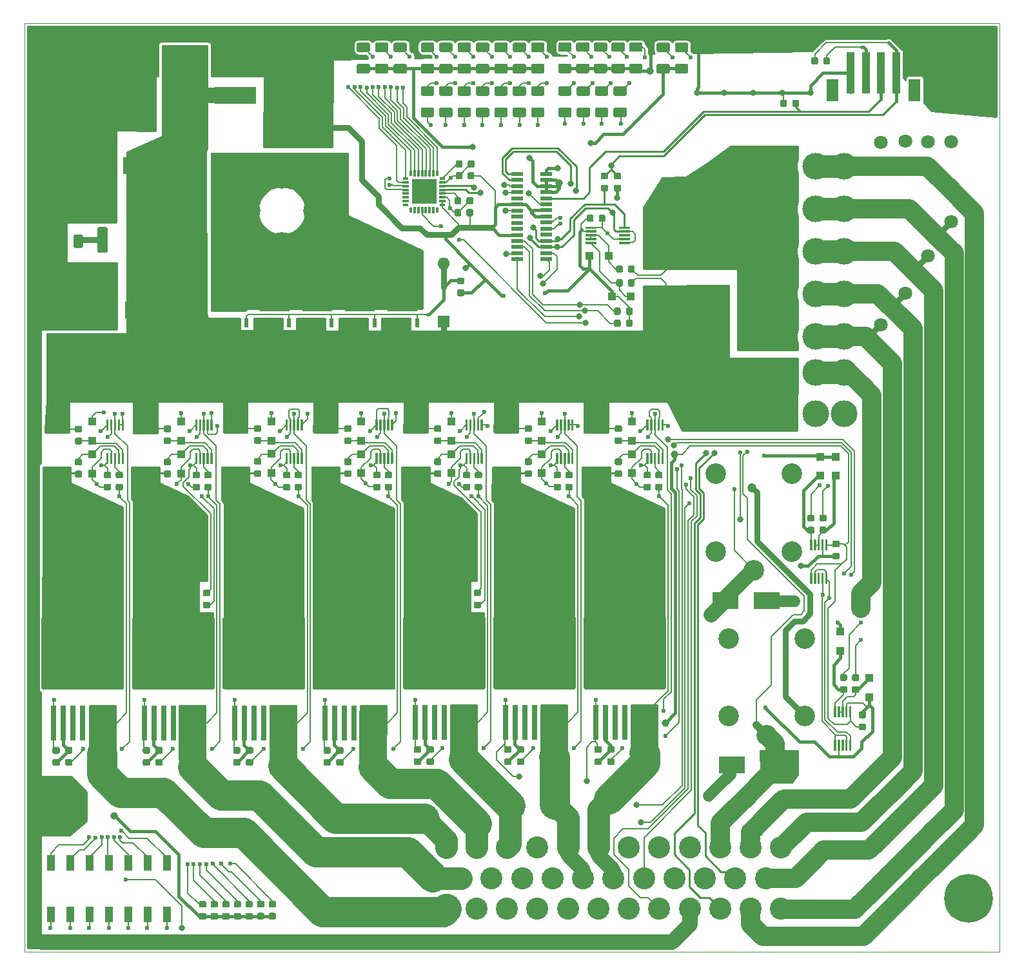
<source format=gbr>
G04 #@! TF.GenerationSoftware,KiCad,Pcbnew,(5.1.5)-3*
G04 #@! TF.CreationDate,2020-08-22T16:57:34+02:00*
G04 #@! TF.ProjectId,AR20_PDM_v1,41523230-5f50-4444-9d5f-76312e6b6963,rev?*
G04 #@! TF.SameCoordinates,Original*
G04 #@! TF.FileFunction,Copper,L1,Top*
G04 #@! TF.FilePolarity,Positive*
%FSLAX46Y46*%
G04 Gerber Fmt 4.6, Leading zero omitted, Abs format (unit mm)*
G04 Created by KiCad (PCBNEW (5.1.5)-3) date 2020-08-22 16:57:34*
%MOMM*%
%LPD*%
G04 APERTURE LIST*
G04 #@! TA.AperFunction,Profile*
%ADD10C,0.050000*%
G04 #@! TD*
G04 #@! TA.AperFunction,SMDPad,CuDef*
%ADD11R,3.251200X3.251200*%
G04 #@! TD*
G04 #@! TA.AperFunction,SMDPad,CuDef*
%ADD12R,0.700000X0.300000*%
G04 #@! TD*
G04 #@! TA.AperFunction,SMDPad,CuDef*
%ADD13R,0.812800X0.300000*%
G04 #@! TD*
G04 #@! TA.AperFunction,SMDPad,CuDef*
%ADD14R,0.300000X0.700000*%
G04 #@! TD*
G04 #@! TA.AperFunction,SMDPad,CuDef*
%ADD15R,0.300000X0.812800*%
G04 #@! TD*
G04 #@! TA.AperFunction,SMDPad,CuDef*
%ADD16R,3.500000X2.300000*%
G04 #@! TD*
G04 #@! TA.AperFunction,ComponentPad*
%ADD17C,1.800000*%
G04 #@! TD*
G04 #@! TA.AperFunction,ComponentPad*
%ADD18R,1.600000X1.600000*%
G04 #@! TD*
G04 #@! TA.AperFunction,ComponentPad*
%ADD19O,1.600000X1.600000*%
G04 #@! TD*
G04 #@! TA.AperFunction,SMDPad,CuDef*
%ADD20C,0.100000*%
G04 #@! TD*
G04 #@! TA.AperFunction,SMDPad,CuDef*
%ADD21R,1.500000X0.550000*%
G04 #@! TD*
G04 #@! TA.AperFunction,SMDPad,CuDef*
%ADD22R,0.610000X1.270000*%
G04 #@! TD*
G04 #@! TA.AperFunction,SMDPad,CuDef*
%ADD23R,0.610000X1.020000*%
G04 #@! TD*
G04 #@! TA.AperFunction,SMDPad,CuDef*
%ADD24R,3.910000X3.810000*%
G04 #@! TD*
G04 #@! TA.AperFunction,SMDPad,CuDef*
%ADD25R,1.000000X1.000000*%
G04 #@! TD*
G04 #@! TA.AperFunction,SMDPad,CuDef*
%ADD26R,10.800000X9.400000*%
G04 #@! TD*
G04 #@! TA.AperFunction,SMDPad,CuDef*
%ADD27R,0.800000X4.600000*%
G04 #@! TD*
G04 #@! TA.AperFunction,SMDPad,CuDef*
%ADD28R,1.100000X2.100000*%
G04 #@! TD*
G04 #@! TA.AperFunction,ComponentPad*
%ADD29C,2.700000*%
G04 #@! TD*
G04 #@! TA.AperFunction,ComponentPad*
%ADD30C,2.900000*%
G04 #@! TD*
G04 #@! TA.AperFunction,SMDPad,CuDef*
%ADD31R,5.460000X2.210000*%
G04 #@! TD*
G04 #@! TA.AperFunction,ComponentPad*
%ADD32C,3.200000*%
G04 #@! TD*
G04 #@! TA.AperFunction,SMDPad,CuDef*
%ADD33R,1.600000X3.000000*%
G04 #@! TD*
G04 #@! TA.AperFunction,SMDPad,CuDef*
%ADD34R,1.000000X5.500000*%
G04 #@! TD*
G04 #@! TA.AperFunction,ComponentPad*
%ADD35C,3.500000*%
G04 #@! TD*
G04 #@! TA.AperFunction,ComponentPad*
%ADD36C,0.800000*%
G04 #@! TD*
G04 #@! TA.AperFunction,ComponentPad*
%ADD37C,6.400000*%
G04 #@! TD*
G04 #@! TA.AperFunction,ViaPad*
%ADD38C,0.800000*%
G04 #@! TD*
G04 #@! TA.AperFunction,ViaPad*
%ADD39C,0.600000*%
G04 #@! TD*
G04 #@! TA.AperFunction,ViaPad*
%ADD40C,1.000000*%
G04 #@! TD*
G04 #@! TA.AperFunction,ViaPad*
%ADD41C,1.200000*%
G04 #@! TD*
G04 #@! TA.AperFunction,Conductor*
%ADD42C,0.200000*%
G04 #@! TD*
G04 #@! TA.AperFunction,Conductor*
%ADD43C,0.250000*%
G04 #@! TD*
G04 #@! TA.AperFunction,Conductor*
%ADD44C,0.800000*%
G04 #@! TD*
G04 #@! TA.AperFunction,Conductor*
%ADD45C,0.400000*%
G04 #@! TD*
G04 #@! TA.AperFunction,Conductor*
%ADD46C,2.000000*%
G04 #@! TD*
G04 #@! TA.AperFunction,Conductor*
%ADD47C,1.000000*%
G04 #@! TD*
G04 #@! TA.AperFunction,Conductor*
%ADD48C,1.700000*%
G04 #@! TD*
G04 #@! TA.AperFunction,Conductor*
%ADD49C,1.500000*%
G04 #@! TD*
G04 #@! TA.AperFunction,Conductor*
%ADD50C,3.000000*%
G04 #@! TD*
G04 #@! TA.AperFunction,Conductor*
%ADD51C,4.000000*%
G04 #@! TD*
G04 #@! TA.AperFunction,Conductor*
%ADD52C,2.500000*%
G04 #@! TD*
G04 #@! TA.AperFunction,Conductor*
%ADD53C,0.254000*%
G04 #@! TD*
G04 APERTURE END LIST*
D10*
X161857400Y-26337000D02*
X33857000Y-26337000D01*
X33857000Y-148336000D02*
X33857000Y-26337000D01*
X161857400Y-148336000D02*
X33857000Y-148336000D01*
X161857400Y-148336000D02*
X161857400Y-26337000D01*
D11*
G04 #@! TO.P,U9,33*
G04 #@! TO.N,Net-(U9-Pad33)*
X86300000Y-48500000D03*
D12*
G04 #@! TO.P,U9,32*
G04 #@! TO.N,Net-(R41-Pad2)*
X88740000Y-46750000D03*
D13*
G04 #@! TO.P,U9,31*
G04 #@! TO.N,vcc_5v*
X88687600Y-47250000D03*
G04 #@! TO.P,U9,30*
G04 #@! TO.N,SDA*
X88687600Y-47750000D03*
G04 #@! TO.P,U9,29*
G04 #@! TO.N,SLC*
X88687600Y-48250000D03*
G04 #@! TO.P,U9,28*
G04 #@! TO.N,Net-(R40-Pad1)*
X88687600Y-48750000D03*
G04 #@! TO.P,U9,27*
G04 #@! TO.N,vcc_5v*
X88687600Y-49250000D03*
G04 #@! TO.P,U9,26*
G04 #@! TO.N,GND*
X88687600Y-49750000D03*
D12*
G04 #@! TO.P,U9,25*
X88740000Y-50250000D03*
D14*
G04 #@! TO.P,U9,24*
G04 #@! TO.N,Net-(U9-Pad24)*
X88050000Y-50940000D03*
D15*
G04 #@! TO.P,U9,23*
G04 #@! TO.N,Net-(U9-Pad23)*
X87550000Y-50887600D03*
G04 #@! TO.P,U9,22*
G04 #@! TO.N,Net-(U9-Pad22)*
X87050000Y-50887600D03*
G04 #@! TO.P,U9,21*
G04 #@! TO.N,Net-(U9-Pad21)*
X86550000Y-50887600D03*
G04 #@! TO.P,U9,20*
G04 #@! TO.N,FP_ENABLE_ACM*
X86050000Y-50887600D03*
G04 #@! TO.P,U9,19*
G04 #@! TO.N,Net-(U9-Pad19)*
X85550000Y-50887600D03*
G04 #@! TO.P,U9,18*
G04 #@! TO.N,Net-(U9-Pad18)*
X85050000Y-50887600D03*
D14*
G04 #@! TO.P,U9,17*
G04 #@! TO.N,Net-(U9-Pad17)*
X84550000Y-50940000D03*
D12*
G04 #@! TO.P,U9,16*
G04 #@! TO.N,Net-(U9-Pad16)*
X83860000Y-50250000D03*
D13*
G04 #@! TO.P,U9,15*
G04 #@! TO.N,Net-(U9-Pad15)*
X83912400Y-49750000D03*
G04 #@! TO.P,U9,14*
G04 #@! TO.N,Net-(U9-Pad14)*
X83912400Y-49250000D03*
G04 #@! TO.P,U9,13*
G04 #@! TO.N,Net-(U9-Pad13)*
X83912400Y-48750000D03*
G04 #@! TO.P,U9,12*
G04 #@! TO.N,FUEL_PUMP_Fault*
X83912400Y-48250000D03*
G04 #@! TO.P,U9,11*
G04 #@! TO.N,COIL_INJECTOR_Fault*
X83912400Y-47750000D03*
G04 #@! TO.P,U9,10*
G04 #@! TO.N,Status_1*
X83912400Y-47250000D03*
D12*
G04 #@! TO.P,U9,9*
G04 #@! TO.N,Status_2*
X83860000Y-46750000D03*
D14*
G04 #@! TO.P,U9,8*
G04 #@! TO.N,Status_3*
X84550000Y-46060000D03*
D15*
G04 #@! TO.P,U9,7*
G04 #@! TO.N,P1_Fault*
X85050000Y-46112400D03*
G04 #@! TO.P,U9,6*
G04 #@! TO.N,P2_Fault*
X85550000Y-46112400D03*
G04 #@! TO.P,U9,5*
G04 #@! TO.N,P3_Fault*
X86050000Y-46112400D03*
G04 #@! TO.P,U9,4*
G04 #@! TO.N,P4_Fault*
X86550000Y-46112400D03*
G04 #@! TO.P,U9,3*
G04 #@! TO.N,P5_Fault*
X87050000Y-46112400D03*
G04 #@! TO.P,U9,2*
G04 #@! TO.N,P6_Fault*
X87550000Y-46112400D03*
D14*
G04 #@! TO.P,U9,1*
G04 #@! TO.N,P7_Fault*
X88050000Y-46060000D03*
G04 #@! TD*
D16*
G04 #@! TO.P,D50,1*
G04 #@! TO.N,FUEL_PUMP_OUT*
X132150000Y-123800000D03*
G04 #@! TO.P,D50,2*
G04 #@! TO.N,GND*
X126750000Y-123800000D03*
G04 #@! TD*
G04 #@! TO.P,D48,1*
G04 #@! TO.N,COIL_INJECTOR_OUT*
X125910000Y-102260000D03*
G04 #@! TO.P,D48,2*
G04 #@! TO.N,GND*
X131310000Y-102260000D03*
G04 #@! TD*
G04 #@! TO.P,D3,1*
G04 #@! TO.N,V+12V*
X54240000Y-30960000D03*
G04 #@! TO.P,D3,2*
G04 #@! TO.N,GND*
X48840000Y-30960000D03*
G04 #@! TD*
G04 #@! TO.P,D1,1*
G04 #@! TO.N,V+12V*
X54220000Y-35620000D03*
G04 #@! TO.P,D1,2*
G04 #@! TO.N,GND*
X48820000Y-35620000D03*
G04 #@! TD*
D17*
G04 #@! TO.P,JP3,1*
G04 #@! TO.N,ETC_OUT*
X149500000Y-61850000D03*
G04 #@! TO.P,JP3,2*
G04 #@! TO.N,Net-(JP3-Pad2)*
X149500000Y-41850000D03*
G04 #@! TD*
G04 #@! TO.P,JP2,2*
G04 #@! TO.N,Net-(JP2-Pad2)*
X146250000Y-42025000D03*
G04 #@! TO.P,JP2,1*
G04 #@! TO.N,MCU_UNITS_FEED_OUT*
X146250000Y-66025000D03*
G04 #@! TD*
G04 #@! TO.P,JP1,2*
G04 #@! TO.N,Net-(JP1-Pad2)*
X152450000Y-41900000D03*
G04 #@! TO.P,JP1,1*
G04 #@! TO.N,CLUTCH_ACT_OUT*
X152450000Y-56900000D03*
G04 #@! TD*
G04 #@! TO.P,JP4,2*
G04 #@! TO.N,Net-(JP4-Pad2)*
X155550000Y-41950000D03*
G04 #@! TO.P,JP4,1*
G04 #@! TO.N,IGN_SWITCH_OUT*
X155550000Y-52450000D03*
G04 #@! TD*
D18*
G04 #@! TO.P,D63,1*
G04 #@! TO.N,V+12V*
X88890000Y-65520000D03*
D19*
G04 #@! TO.P,D63,2*
G04 #@! TO.N,Net-(D63-Pad2)*
X88890000Y-57900000D03*
G04 #@! TD*
G04 #@! TA.AperFunction,SMDPad,CuDef*
D20*
G04 #@! TO.P,R2,2*
G04 #@! TO.N,Net-(R2-Pad2)*
G36*
X93602691Y-102351053D02*
G01*
X93623926Y-102354203D01*
X93644750Y-102359419D01*
X93664962Y-102366651D01*
X93684368Y-102375830D01*
X93702781Y-102386866D01*
X93720024Y-102399654D01*
X93735930Y-102414070D01*
X93750346Y-102429976D01*
X93763134Y-102447219D01*
X93774170Y-102465632D01*
X93783349Y-102485038D01*
X93790581Y-102505250D01*
X93795797Y-102526074D01*
X93798947Y-102547309D01*
X93800000Y-102568750D01*
X93800000Y-103006250D01*
X93798947Y-103027691D01*
X93795797Y-103048926D01*
X93790581Y-103069750D01*
X93783349Y-103089962D01*
X93774170Y-103109368D01*
X93763134Y-103127781D01*
X93750346Y-103145024D01*
X93735930Y-103160930D01*
X93720024Y-103175346D01*
X93702781Y-103188134D01*
X93684368Y-103199170D01*
X93664962Y-103208349D01*
X93644750Y-103215581D01*
X93623926Y-103220797D01*
X93602691Y-103223947D01*
X93581250Y-103225000D01*
X93068750Y-103225000D01*
X93047309Y-103223947D01*
X93026074Y-103220797D01*
X93005250Y-103215581D01*
X92985038Y-103208349D01*
X92965632Y-103199170D01*
X92947219Y-103188134D01*
X92929976Y-103175346D01*
X92914070Y-103160930D01*
X92899654Y-103145024D01*
X92886866Y-103127781D01*
X92875830Y-103109368D01*
X92866651Y-103089962D01*
X92859419Y-103069750D01*
X92854203Y-103048926D01*
X92851053Y-103027691D01*
X92850000Y-103006250D01*
X92850000Y-102568750D01*
X92851053Y-102547309D01*
X92854203Y-102526074D01*
X92859419Y-102505250D01*
X92866651Y-102485038D01*
X92875830Y-102465632D01*
X92886866Y-102447219D01*
X92899654Y-102429976D01*
X92914070Y-102414070D01*
X92929976Y-102399654D01*
X92947219Y-102386866D01*
X92965632Y-102375830D01*
X92985038Y-102366651D01*
X93005250Y-102359419D01*
X93026074Y-102354203D01*
X93047309Y-102351053D01*
X93068750Y-102350000D01*
X93581250Y-102350000D01*
X93602691Y-102351053D01*
G37*
G04 #@! TD.AperFunction*
G04 #@! TA.AperFunction,SMDPad,CuDef*
G04 #@! TO.P,R2,1*
G04 #@! TO.N,vcc_5v*
G36*
X93602691Y-100776053D02*
G01*
X93623926Y-100779203D01*
X93644750Y-100784419D01*
X93664962Y-100791651D01*
X93684368Y-100800830D01*
X93702781Y-100811866D01*
X93720024Y-100824654D01*
X93735930Y-100839070D01*
X93750346Y-100854976D01*
X93763134Y-100872219D01*
X93774170Y-100890632D01*
X93783349Y-100910038D01*
X93790581Y-100930250D01*
X93795797Y-100951074D01*
X93798947Y-100972309D01*
X93800000Y-100993750D01*
X93800000Y-101431250D01*
X93798947Y-101452691D01*
X93795797Y-101473926D01*
X93790581Y-101494750D01*
X93783349Y-101514962D01*
X93774170Y-101534368D01*
X93763134Y-101552781D01*
X93750346Y-101570024D01*
X93735930Y-101585930D01*
X93720024Y-101600346D01*
X93702781Y-101613134D01*
X93684368Y-101624170D01*
X93664962Y-101633349D01*
X93644750Y-101640581D01*
X93623926Y-101645797D01*
X93602691Y-101648947D01*
X93581250Y-101650000D01*
X93068750Y-101650000D01*
X93047309Y-101648947D01*
X93026074Y-101645797D01*
X93005250Y-101640581D01*
X92985038Y-101633349D01*
X92965632Y-101624170D01*
X92947219Y-101613134D01*
X92929976Y-101600346D01*
X92914070Y-101585930D01*
X92899654Y-101570024D01*
X92886866Y-101552781D01*
X92875830Y-101534368D01*
X92866651Y-101514962D01*
X92859419Y-101494750D01*
X92854203Y-101473926D01*
X92851053Y-101452691D01*
X92850000Y-101431250D01*
X92850000Y-100993750D01*
X92851053Y-100972309D01*
X92854203Y-100951074D01*
X92859419Y-100930250D01*
X92866651Y-100910038D01*
X92875830Y-100890632D01*
X92886866Y-100872219D01*
X92899654Y-100854976D01*
X92914070Y-100839070D01*
X92929976Y-100824654D01*
X92947219Y-100811866D01*
X92965632Y-100800830D01*
X92985038Y-100791651D01*
X93005250Y-100784419D01*
X93026074Y-100779203D01*
X93047309Y-100776053D01*
X93068750Y-100775000D01*
X93581250Y-100775000D01*
X93602691Y-100776053D01*
G37*
G04 #@! TD.AperFunction*
G04 #@! TD*
D21*
G04 #@! TO.P,U1,1*
G04 #@! TO.N,ACM_Shutdown_Circuit*
X98550000Y-57375400D03*
G04 #@! TO.P,U1,2*
G04 #@! TO.N,P6_EN_ACM*
X102350000Y-57350000D03*
G04 #@! TO.P,U1,3*
G04 #@! TO.N,P5_EN_ACM*
X98550000Y-56575400D03*
G04 #@! TO.P,U1,4*
G04 #@! TO.N,P7_EN_ACM*
X102350000Y-56550000D03*
G04 #@! TO.P,U1,5*
G04 #@! TO.N,Net-(R106-Pad2)*
X98550000Y-55775400D03*
G04 #@! TO.P,U1,6*
G04 #@! TO.N,SDA*
X102350000Y-55750000D03*
G04 #@! TO.P,U1,7*
G04 #@! TO.N,Net-(R2-Pad2)*
X98550000Y-54975400D03*
G04 #@! TO.P,U1,8*
G04 #@! TO.N,SLC*
X102350000Y-54950000D03*
G04 #@! TO.P,U1,9*
G04 #@! TO.N,GND*
X98550000Y-54175400D03*
G04 #@! TO.P,U1,10*
G04 #@! TO.N,Net-(U1-Pad10)*
X102350000Y-54150000D03*
G04 #@! TO.P,U1,11*
G04 #@! TO.N,Net-(U1-Pad11)*
X98550000Y-53375400D03*
G04 #@! TO.P,U1,12*
G04 #@! TO.N,RX*
X102350000Y-53350000D03*
G04 #@! TO.P,U1,13*
G04 #@! TO.N,Net-(U1-Pad13)*
X98550000Y-52575400D03*
G04 #@! TO.P,U1,14*
G04 #@! TO.N,TX*
X102350000Y-52550000D03*
G04 #@! TO.P,U1,15*
G04 #@! TO.N,Net-(U1-Pad15)*
X98550000Y-51775400D03*
G04 #@! TO.P,U1,16*
G04 #@! TO.N,GND*
X102350000Y-51750000D03*
G04 #@! TO.P,U1,17*
G04 #@! TO.N,P4_EN_ACM*
X98550000Y-50975400D03*
G04 #@! TO.P,U1,18*
G04 #@! TO.N,GND*
X102350000Y-50950000D03*
G04 #@! TO.P,U1,19*
X98550000Y-50175400D03*
G04 #@! TO.P,U1,20*
G04 #@! TO.N,P1_EN_ACM*
X102350000Y-50150000D03*
G04 #@! TO.P,U1,21*
G04 #@! TO.N,Net-(U1-Pad21)*
X98550000Y-49375400D03*
G04 #@! TO.P,U1,22*
G04 #@! TO.N,Switch*
X102350000Y-49350000D03*
G04 #@! TO.P,U1,23*
G04 #@! TO.N,P3_EN_ACM*
X98550000Y-48575400D03*
G04 #@! TO.P,U1,24*
G04 #@! TO.N,vcc_5v*
X102350000Y-48550000D03*
G04 #@! TO.P,U1,25*
G04 #@! TO.N,P2_EN_ACM*
X98550000Y-47775400D03*
G04 #@! TO.P,U1,26*
G04 #@! TO.N,vcc_5v*
X102350000Y-47750000D03*
G04 #@! TO.P,U1,27*
G04 #@! TO.N,CAN_HIGH*
X98550000Y-46975400D03*
G04 #@! TO.P,U1,28*
G04 #@! TO.N,vcc_5v*
X102350000Y-46950000D03*
G04 #@! TO.P,U1,29*
G04 #@! TO.N,CAN_LOW*
X98550000Y-46175400D03*
G04 #@! TO.P,U1,30*
G04 #@! TO.N,V+12V*
X102350000Y-46150000D03*
G04 #@! TD*
D22*
G04 #@! TO.P,U41,2*
G04 #@! TO.N,V+12V*
X81575000Y-65700000D03*
X82845000Y-65700000D03*
X84115000Y-65700000D03*
G04 #@! TO.P,U41,1*
G04 #@! TO.N,Net-(D63-Pad2)*
X85385000Y-65700000D03*
D23*
G04 #@! TO.P,U41,3*
G04 #@! TO.N,Net-(J1-Pad1)*
X85385000Y-60235000D03*
X84115000Y-60235000D03*
X82845000Y-60235000D03*
X81575000Y-60235000D03*
D24*
X83480000Y-62340000D03*
G04 #@! TD*
D22*
G04 #@! TO.P,U40,2*
G04 #@! TO.N,V+12V*
X70370000Y-65695000D03*
X71640000Y-65695000D03*
X72910000Y-65695000D03*
G04 #@! TO.P,U40,1*
G04 #@! TO.N,Net-(D63-Pad2)*
X74180000Y-65695000D03*
D23*
G04 #@! TO.P,U40,3*
G04 #@! TO.N,Net-(J1-Pad1)*
X74180000Y-60230000D03*
X72910000Y-60230000D03*
X71640000Y-60230000D03*
X70370000Y-60230000D03*
D24*
X72275000Y-62335000D03*
G04 #@! TD*
D22*
G04 #@! TO.P,U39,2*
G04 #@! TO.N,V+12V*
X75970000Y-65695000D03*
X77240000Y-65695000D03*
X78510000Y-65695000D03*
G04 #@! TO.P,U39,1*
G04 #@! TO.N,Net-(D63-Pad2)*
X79780000Y-65695000D03*
D23*
G04 #@! TO.P,U39,3*
G04 #@! TO.N,Net-(J1-Pad1)*
X79780000Y-60230000D03*
X78510000Y-60230000D03*
X77240000Y-60230000D03*
X75970000Y-60230000D03*
D24*
X77875000Y-62335000D03*
G04 #@! TD*
D22*
G04 #@! TO.P,U38,2*
G04 #@! TO.N,V+12V*
X59170000Y-65695000D03*
X60440000Y-65695000D03*
X61710000Y-65695000D03*
G04 #@! TO.P,U38,1*
G04 #@! TO.N,Net-(D63-Pad2)*
X62980000Y-65695000D03*
D23*
G04 #@! TO.P,U38,3*
G04 #@! TO.N,Net-(J1-Pad1)*
X62980000Y-60230000D03*
X61710000Y-60230000D03*
X60440000Y-60230000D03*
X59170000Y-60230000D03*
D24*
X61075000Y-62335000D03*
G04 #@! TD*
D22*
G04 #@! TO.P,U37,2*
G04 #@! TO.N,V+12V*
X64770000Y-65695000D03*
X66040000Y-65695000D03*
X67310000Y-65695000D03*
G04 #@! TO.P,U37,1*
G04 #@! TO.N,Net-(D63-Pad2)*
X68580000Y-65695000D03*
D23*
G04 #@! TO.P,U37,3*
G04 #@! TO.N,Net-(J1-Pad1)*
X68580000Y-60230000D03*
X67310000Y-60230000D03*
X66040000Y-60230000D03*
X64770000Y-60230000D03*
D24*
X66675000Y-62335000D03*
G04 #@! TD*
G04 #@! TA.AperFunction,SMDPad,CuDef*
D20*
G04 #@! TO.P,R129,2*
G04 #@! TO.N,Net-(D63-Pad2)*
G36*
X91402691Y-59776053D02*
G01*
X91423926Y-59779203D01*
X91444750Y-59784419D01*
X91464962Y-59791651D01*
X91484368Y-59800830D01*
X91502781Y-59811866D01*
X91520024Y-59824654D01*
X91535930Y-59839070D01*
X91550346Y-59854976D01*
X91563134Y-59872219D01*
X91574170Y-59890632D01*
X91583349Y-59910038D01*
X91590581Y-59930250D01*
X91595797Y-59951074D01*
X91598947Y-59972309D01*
X91600000Y-59993750D01*
X91600000Y-60431250D01*
X91598947Y-60452691D01*
X91595797Y-60473926D01*
X91590581Y-60494750D01*
X91583349Y-60514962D01*
X91574170Y-60534368D01*
X91563134Y-60552781D01*
X91550346Y-60570024D01*
X91535930Y-60585930D01*
X91520024Y-60600346D01*
X91502781Y-60613134D01*
X91484368Y-60624170D01*
X91464962Y-60633349D01*
X91444750Y-60640581D01*
X91423926Y-60645797D01*
X91402691Y-60648947D01*
X91381250Y-60650000D01*
X90868750Y-60650000D01*
X90847309Y-60648947D01*
X90826074Y-60645797D01*
X90805250Y-60640581D01*
X90785038Y-60633349D01*
X90765632Y-60624170D01*
X90747219Y-60613134D01*
X90729976Y-60600346D01*
X90714070Y-60585930D01*
X90699654Y-60570024D01*
X90686866Y-60552781D01*
X90675830Y-60534368D01*
X90666651Y-60514962D01*
X90659419Y-60494750D01*
X90654203Y-60473926D01*
X90651053Y-60452691D01*
X90650000Y-60431250D01*
X90650000Y-59993750D01*
X90651053Y-59972309D01*
X90654203Y-59951074D01*
X90659419Y-59930250D01*
X90666651Y-59910038D01*
X90675830Y-59890632D01*
X90686866Y-59872219D01*
X90699654Y-59854976D01*
X90714070Y-59839070D01*
X90729976Y-59824654D01*
X90747219Y-59811866D01*
X90765632Y-59800830D01*
X90785038Y-59791651D01*
X90805250Y-59784419D01*
X90826074Y-59779203D01*
X90847309Y-59776053D01*
X90868750Y-59775000D01*
X91381250Y-59775000D01*
X91402691Y-59776053D01*
G37*
G04 #@! TD.AperFunction*
G04 #@! TA.AperFunction,SMDPad,CuDef*
G04 #@! TO.P,R129,1*
G04 #@! TO.N,GND*
G36*
X91402691Y-61351053D02*
G01*
X91423926Y-61354203D01*
X91444750Y-61359419D01*
X91464962Y-61366651D01*
X91484368Y-61375830D01*
X91502781Y-61386866D01*
X91520024Y-61399654D01*
X91535930Y-61414070D01*
X91550346Y-61429976D01*
X91563134Y-61447219D01*
X91574170Y-61465632D01*
X91583349Y-61485038D01*
X91590581Y-61505250D01*
X91595797Y-61526074D01*
X91598947Y-61547309D01*
X91600000Y-61568750D01*
X91600000Y-62006250D01*
X91598947Y-62027691D01*
X91595797Y-62048926D01*
X91590581Y-62069750D01*
X91583349Y-62089962D01*
X91574170Y-62109368D01*
X91563134Y-62127781D01*
X91550346Y-62145024D01*
X91535930Y-62160930D01*
X91520024Y-62175346D01*
X91502781Y-62188134D01*
X91484368Y-62199170D01*
X91464962Y-62208349D01*
X91444750Y-62215581D01*
X91423926Y-62220797D01*
X91402691Y-62223947D01*
X91381250Y-62225000D01*
X90868750Y-62225000D01*
X90847309Y-62223947D01*
X90826074Y-62220797D01*
X90805250Y-62215581D01*
X90785038Y-62208349D01*
X90765632Y-62199170D01*
X90747219Y-62188134D01*
X90729976Y-62175346D01*
X90714070Y-62160930D01*
X90699654Y-62145024D01*
X90686866Y-62127781D01*
X90675830Y-62109368D01*
X90666651Y-62089962D01*
X90659419Y-62069750D01*
X90654203Y-62048926D01*
X90651053Y-62027691D01*
X90650000Y-62006250D01*
X90650000Y-61568750D01*
X90651053Y-61547309D01*
X90654203Y-61526074D01*
X90659419Y-61505250D01*
X90666651Y-61485038D01*
X90675830Y-61465632D01*
X90686866Y-61447219D01*
X90699654Y-61429976D01*
X90714070Y-61414070D01*
X90729976Y-61399654D01*
X90747219Y-61386866D01*
X90765632Y-61375830D01*
X90785038Y-61366651D01*
X90805250Y-61359419D01*
X90826074Y-61354203D01*
X90847309Y-61351053D01*
X90868750Y-61350000D01*
X91381250Y-61350000D01*
X91402691Y-61351053D01*
G37*
G04 #@! TD.AperFunction*
G04 #@! TD*
D25*
G04 #@! TO.P,D4,1*
G04 #@! TO.N,Net-(D4-Pad1)*
X42720000Y-81209200D03*
G04 #@! TO.P,D4,2*
G04 #@! TO.N,GND*
X42720000Y-78709200D03*
G04 #@! TD*
G04 #@! TA.AperFunction,SMDPad,CuDef*
D20*
G04 #@! TO.P,U4,6*
G04 #@! TO.N,vcc_5v*
G36*
X91999811Y-82805241D02*
G01*
X92004674Y-82805963D01*
X92009443Y-82807157D01*
X92014072Y-82808814D01*
X92018517Y-82810916D01*
X92022734Y-82813443D01*
X92026683Y-82816372D01*
X92030326Y-82819674D01*
X92033628Y-82823317D01*
X92036557Y-82827266D01*
X92039084Y-82831483D01*
X92041186Y-82835928D01*
X92042843Y-82840557D01*
X92044037Y-82845326D01*
X92044759Y-82850189D01*
X92045000Y-82855100D01*
X92045000Y-84204900D01*
X92044759Y-84209811D01*
X92044037Y-84214674D01*
X92042843Y-84219443D01*
X92041186Y-84224072D01*
X92039084Y-84228517D01*
X92036557Y-84232734D01*
X92033628Y-84236683D01*
X92030326Y-84240326D01*
X92026683Y-84243628D01*
X92022734Y-84246557D01*
X92018517Y-84249084D01*
X92014072Y-84251186D01*
X92009443Y-84252843D01*
X92004674Y-84254037D01*
X91999811Y-84254759D01*
X91994900Y-84255000D01*
X91795100Y-84255000D01*
X91790189Y-84254759D01*
X91785326Y-84254037D01*
X91780557Y-84252843D01*
X91775928Y-84251186D01*
X91771483Y-84249084D01*
X91767266Y-84246557D01*
X91763317Y-84243628D01*
X91759674Y-84240326D01*
X91756372Y-84236683D01*
X91753443Y-84232734D01*
X91750916Y-84228517D01*
X91748814Y-84224072D01*
X91747157Y-84219443D01*
X91745963Y-84214674D01*
X91745241Y-84209811D01*
X91745000Y-84204900D01*
X91745000Y-82855100D01*
X91745241Y-82850189D01*
X91745963Y-82845326D01*
X91747157Y-82840557D01*
X91748814Y-82835928D01*
X91750916Y-82831483D01*
X91753443Y-82827266D01*
X91756372Y-82823317D01*
X91759674Y-82819674D01*
X91763317Y-82816372D01*
X91767266Y-82813443D01*
X91771483Y-82810916D01*
X91775928Y-82808814D01*
X91780557Y-82807157D01*
X91785326Y-82805963D01*
X91790189Y-82805241D01*
X91795100Y-82805000D01*
X91994900Y-82805000D01*
X91999811Y-82805241D01*
G37*
G04 #@! TD.AperFunction*
G04 #@! TA.AperFunction,SMDPad,CuDef*
G04 #@! TO.P,U4,7*
G04 #@! TO.N,GND*
G36*
X92499811Y-82805241D02*
G01*
X92504674Y-82805963D01*
X92509443Y-82807157D01*
X92514072Y-82808814D01*
X92518517Y-82810916D01*
X92522734Y-82813443D01*
X92526683Y-82816372D01*
X92530326Y-82819674D01*
X92533628Y-82823317D01*
X92536557Y-82827266D01*
X92539084Y-82831483D01*
X92541186Y-82835928D01*
X92542843Y-82840557D01*
X92544037Y-82845326D01*
X92544759Y-82850189D01*
X92545000Y-82855100D01*
X92545000Y-84204900D01*
X92544759Y-84209811D01*
X92544037Y-84214674D01*
X92542843Y-84219443D01*
X92541186Y-84224072D01*
X92539084Y-84228517D01*
X92536557Y-84232734D01*
X92533628Y-84236683D01*
X92530326Y-84240326D01*
X92526683Y-84243628D01*
X92522734Y-84246557D01*
X92518517Y-84249084D01*
X92514072Y-84251186D01*
X92509443Y-84252843D01*
X92504674Y-84254037D01*
X92499811Y-84254759D01*
X92494900Y-84255000D01*
X92295100Y-84255000D01*
X92290189Y-84254759D01*
X92285326Y-84254037D01*
X92280557Y-84252843D01*
X92275928Y-84251186D01*
X92271483Y-84249084D01*
X92267266Y-84246557D01*
X92263317Y-84243628D01*
X92259674Y-84240326D01*
X92256372Y-84236683D01*
X92253443Y-84232734D01*
X92250916Y-84228517D01*
X92248814Y-84224072D01*
X92247157Y-84219443D01*
X92245963Y-84214674D01*
X92245241Y-84209811D01*
X92245000Y-84204900D01*
X92245000Y-82855100D01*
X92245241Y-82850189D01*
X92245963Y-82845326D01*
X92247157Y-82840557D01*
X92248814Y-82835928D01*
X92250916Y-82831483D01*
X92253443Y-82827266D01*
X92256372Y-82823317D01*
X92259674Y-82819674D01*
X92263317Y-82816372D01*
X92267266Y-82813443D01*
X92271483Y-82810916D01*
X92275928Y-82808814D01*
X92280557Y-82807157D01*
X92285326Y-82805963D01*
X92290189Y-82805241D01*
X92295100Y-82805000D01*
X92494900Y-82805000D01*
X92499811Y-82805241D01*
G37*
G04 #@! TD.AperFunction*
G04 #@! TA.AperFunction,SMDPad,CuDef*
G04 #@! TO.P,U4,8*
G04 #@! TO.N,Net-(R29-Pad1)*
G36*
X92999811Y-82805241D02*
G01*
X93004674Y-82805963D01*
X93009443Y-82807157D01*
X93014072Y-82808814D01*
X93018517Y-82810916D01*
X93022734Y-82813443D01*
X93026683Y-82816372D01*
X93030326Y-82819674D01*
X93033628Y-82823317D01*
X93036557Y-82827266D01*
X93039084Y-82831483D01*
X93041186Y-82835928D01*
X93042843Y-82840557D01*
X93044037Y-82845326D01*
X93044759Y-82850189D01*
X93045000Y-82855100D01*
X93045000Y-84204900D01*
X93044759Y-84209811D01*
X93044037Y-84214674D01*
X93042843Y-84219443D01*
X93041186Y-84224072D01*
X93039084Y-84228517D01*
X93036557Y-84232734D01*
X93033628Y-84236683D01*
X93030326Y-84240326D01*
X93026683Y-84243628D01*
X93022734Y-84246557D01*
X93018517Y-84249084D01*
X93014072Y-84251186D01*
X93009443Y-84252843D01*
X93004674Y-84254037D01*
X92999811Y-84254759D01*
X92994900Y-84255000D01*
X92795100Y-84255000D01*
X92790189Y-84254759D01*
X92785326Y-84254037D01*
X92780557Y-84252843D01*
X92775928Y-84251186D01*
X92771483Y-84249084D01*
X92767266Y-84246557D01*
X92763317Y-84243628D01*
X92759674Y-84240326D01*
X92756372Y-84236683D01*
X92753443Y-84232734D01*
X92750916Y-84228517D01*
X92748814Y-84224072D01*
X92747157Y-84219443D01*
X92745963Y-84214674D01*
X92745241Y-84209811D01*
X92745000Y-84204900D01*
X92745000Y-82855100D01*
X92745241Y-82850189D01*
X92745963Y-82845326D01*
X92747157Y-82840557D01*
X92748814Y-82835928D01*
X92750916Y-82831483D01*
X92753443Y-82827266D01*
X92756372Y-82823317D01*
X92759674Y-82819674D01*
X92763317Y-82816372D01*
X92767266Y-82813443D01*
X92771483Y-82810916D01*
X92775928Y-82808814D01*
X92780557Y-82807157D01*
X92785326Y-82805963D01*
X92790189Y-82805241D01*
X92795100Y-82805000D01*
X92994900Y-82805000D01*
X92999811Y-82805241D01*
G37*
G04 #@! TD.AperFunction*
G04 #@! TA.AperFunction,SMDPad,CuDef*
G04 #@! TO.P,U4,9*
G04 #@! TO.N,Net-(D45-Pad1)*
G36*
X93499811Y-82805241D02*
G01*
X93504674Y-82805963D01*
X93509443Y-82807157D01*
X93514072Y-82808814D01*
X93518517Y-82810916D01*
X93522734Y-82813443D01*
X93526683Y-82816372D01*
X93530326Y-82819674D01*
X93533628Y-82823317D01*
X93536557Y-82827266D01*
X93539084Y-82831483D01*
X93541186Y-82835928D01*
X93542843Y-82840557D01*
X93544037Y-82845326D01*
X93544759Y-82850189D01*
X93545000Y-82855100D01*
X93545000Y-84204900D01*
X93544759Y-84209811D01*
X93544037Y-84214674D01*
X93542843Y-84219443D01*
X93541186Y-84224072D01*
X93539084Y-84228517D01*
X93536557Y-84232734D01*
X93533628Y-84236683D01*
X93530326Y-84240326D01*
X93526683Y-84243628D01*
X93522734Y-84246557D01*
X93518517Y-84249084D01*
X93514072Y-84251186D01*
X93509443Y-84252843D01*
X93504674Y-84254037D01*
X93499811Y-84254759D01*
X93494900Y-84255000D01*
X93295100Y-84255000D01*
X93290189Y-84254759D01*
X93285326Y-84254037D01*
X93280557Y-84252843D01*
X93275928Y-84251186D01*
X93271483Y-84249084D01*
X93267266Y-84246557D01*
X93263317Y-84243628D01*
X93259674Y-84240326D01*
X93256372Y-84236683D01*
X93253443Y-84232734D01*
X93250916Y-84228517D01*
X93248814Y-84224072D01*
X93247157Y-84219443D01*
X93245963Y-84214674D01*
X93245241Y-84209811D01*
X93245000Y-84204900D01*
X93245000Y-82855100D01*
X93245241Y-82850189D01*
X93245963Y-82845326D01*
X93247157Y-82840557D01*
X93248814Y-82835928D01*
X93250916Y-82831483D01*
X93253443Y-82827266D01*
X93256372Y-82823317D01*
X93259674Y-82819674D01*
X93263317Y-82816372D01*
X93267266Y-82813443D01*
X93271483Y-82810916D01*
X93275928Y-82808814D01*
X93280557Y-82807157D01*
X93285326Y-82805963D01*
X93290189Y-82805241D01*
X93295100Y-82805000D01*
X93494900Y-82805000D01*
X93499811Y-82805241D01*
G37*
G04 #@! TD.AperFunction*
G04 #@! TA.AperFunction,SMDPad,CuDef*
G04 #@! TO.P,U4,10*
G04 #@! TO.N,Net-(D46-Pad1)*
G36*
X93999811Y-82805241D02*
G01*
X94004674Y-82805963D01*
X94009443Y-82807157D01*
X94014072Y-82808814D01*
X94018517Y-82810916D01*
X94022734Y-82813443D01*
X94026683Y-82816372D01*
X94030326Y-82819674D01*
X94033628Y-82823317D01*
X94036557Y-82827266D01*
X94039084Y-82831483D01*
X94041186Y-82835928D01*
X94042843Y-82840557D01*
X94044037Y-82845326D01*
X94044759Y-82850189D01*
X94045000Y-82855100D01*
X94045000Y-84204900D01*
X94044759Y-84209811D01*
X94044037Y-84214674D01*
X94042843Y-84219443D01*
X94041186Y-84224072D01*
X94039084Y-84228517D01*
X94036557Y-84232734D01*
X94033628Y-84236683D01*
X94030326Y-84240326D01*
X94026683Y-84243628D01*
X94022734Y-84246557D01*
X94018517Y-84249084D01*
X94014072Y-84251186D01*
X94009443Y-84252843D01*
X94004674Y-84254037D01*
X93999811Y-84254759D01*
X93994900Y-84255000D01*
X93795100Y-84255000D01*
X93790189Y-84254759D01*
X93785326Y-84254037D01*
X93780557Y-84252843D01*
X93775928Y-84251186D01*
X93771483Y-84249084D01*
X93767266Y-84246557D01*
X93763317Y-84243628D01*
X93759674Y-84240326D01*
X93756372Y-84236683D01*
X93753443Y-84232734D01*
X93750916Y-84228517D01*
X93748814Y-84224072D01*
X93747157Y-84219443D01*
X93745963Y-84214674D01*
X93745241Y-84209811D01*
X93745000Y-84204900D01*
X93745000Y-82855100D01*
X93745241Y-82850189D01*
X93745963Y-82845326D01*
X93747157Y-82840557D01*
X93748814Y-82835928D01*
X93750916Y-82831483D01*
X93753443Y-82827266D01*
X93756372Y-82823317D01*
X93759674Y-82819674D01*
X93763317Y-82816372D01*
X93767266Y-82813443D01*
X93771483Y-82810916D01*
X93775928Y-82808814D01*
X93780557Y-82807157D01*
X93785326Y-82805963D01*
X93790189Y-82805241D01*
X93795100Y-82805000D01*
X93994900Y-82805000D01*
X93999811Y-82805241D01*
G37*
G04 #@! TD.AperFunction*
G04 #@! TA.AperFunction,SMDPad,CuDef*
G04 #@! TO.P,U4,5*
G04 #@! TO.N,SLC*
G36*
X91999811Y-78405241D02*
G01*
X92004674Y-78405963D01*
X92009443Y-78407157D01*
X92014072Y-78408814D01*
X92018517Y-78410916D01*
X92022734Y-78413443D01*
X92026683Y-78416372D01*
X92030326Y-78419674D01*
X92033628Y-78423317D01*
X92036557Y-78427266D01*
X92039084Y-78431483D01*
X92041186Y-78435928D01*
X92042843Y-78440557D01*
X92044037Y-78445326D01*
X92044759Y-78450189D01*
X92045000Y-78455100D01*
X92045000Y-79804900D01*
X92044759Y-79809811D01*
X92044037Y-79814674D01*
X92042843Y-79819443D01*
X92041186Y-79824072D01*
X92039084Y-79828517D01*
X92036557Y-79832734D01*
X92033628Y-79836683D01*
X92030326Y-79840326D01*
X92026683Y-79843628D01*
X92022734Y-79846557D01*
X92018517Y-79849084D01*
X92014072Y-79851186D01*
X92009443Y-79852843D01*
X92004674Y-79854037D01*
X91999811Y-79854759D01*
X91994900Y-79855000D01*
X91795100Y-79855000D01*
X91790189Y-79854759D01*
X91785326Y-79854037D01*
X91780557Y-79852843D01*
X91775928Y-79851186D01*
X91771483Y-79849084D01*
X91767266Y-79846557D01*
X91763317Y-79843628D01*
X91759674Y-79840326D01*
X91756372Y-79836683D01*
X91753443Y-79832734D01*
X91750916Y-79828517D01*
X91748814Y-79824072D01*
X91747157Y-79819443D01*
X91745963Y-79814674D01*
X91745241Y-79809811D01*
X91745000Y-79804900D01*
X91745000Y-78455100D01*
X91745241Y-78450189D01*
X91745963Y-78445326D01*
X91747157Y-78440557D01*
X91748814Y-78435928D01*
X91750916Y-78431483D01*
X91753443Y-78427266D01*
X91756372Y-78423317D01*
X91759674Y-78419674D01*
X91763317Y-78416372D01*
X91767266Y-78413443D01*
X91771483Y-78410916D01*
X91775928Y-78408814D01*
X91780557Y-78407157D01*
X91785326Y-78405963D01*
X91790189Y-78405241D01*
X91795100Y-78405000D01*
X91994900Y-78405000D01*
X91999811Y-78405241D01*
G37*
G04 #@! TD.AperFunction*
G04 #@! TA.AperFunction,SMDPad,CuDef*
G04 #@! TO.P,U4,4*
G04 #@! TO.N,SDA*
G36*
X92499811Y-78405241D02*
G01*
X92504674Y-78405963D01*
X92509443Y-78407157D01*
X92514072Y-78408814D01*
X92518517Y-78410916D01*
X92522734Y-78413443D01*
X92526683Y-78416372D01*
X92530326Y-78419674D01*
X92533628Y-78423317D01*
X92536557Y-78427266D01*
X92539084Y-78431483D01*
X92541186Y-78435928D01*
X92542843Y-78440557D01*
X92544037Y-78445326D01*
X92544759Y-78450189D01*
X92545000Y-78455100D01*
X92545000Y-79804900D01*
X92544759Y-79809811D01*
X92544037Y-79814674D01*
X92542843Y-79819443D01*
X92541186Y-79824072D01*
X92539084Y-79828517D01*
X92536557Y-79832734D01*
X92533628Y-79836683D01*
X92530326Y-79840326D01*
X92526683Y-79843628D01*
X92522734Y-79846557D01*
X92518517Y-79849084D01*
X92514072Y-79851186D01*
X92509443Y-79852843D01*
X92504674Y-79854037D01*
X92499811Y-79854759D01*
X92494900Y-79855000D01*
X92295100Y-79855000D01*
X92290189Y-79854759D01*
X92285326Y-79854037D01*
X92280557Y-79852843D01*
X92275928Y-79851186D01*
X92271483Y-79849084D01*
X92267266Y-79846557D01*
X92263317Y-79843628D01*
X92259674Y-79840326D01*
X92256372Y-79836683D01*
X92253443Y-79832734D01*
X92250916Y-79828517D01*
X92248814Y-79824072D01*
X92247157Y-79819443D01*
X92245963Y-79814674D01*
X92245241Y-79809811D01*
X92245000Y-79804900D01*
X92245000Y-78455100D01*
X92245241Y-78450189D01*
X92245963Y-78445326D01*
X92247157Y-78440557D01*
X92248814Y-78435928D01*
X92250916Y-78431483D01*
X92253443Y-78427266D01*
X92256372Y-78423317D01*
X92259674Y-78419674D01*
X92263317Y-78416372D01*
X92267266Y-78413443D01*
X92271483Y-78410916D01*
X92275928Y-78408814D01*
X92280557Y-78407157D01*
X92285326Y-78405963D01*
X92290189Y-78405241D01*
X92295100Y-78405000D01*
X92494900Y-78405000D01*
X92499811Y-78405241D01*
G37*
G04 #@! TD.AperFunction*
G04 #@! TA.AperFunction,SMDPad,CuDef*
G04 #@! TO.P,U4,3*
G04 #@! TO.N,P5_MOS_IN*
G36*
X92999811Y-78405241D02*
G01*
X93004674Y-78405963D01*
X93009443Y-78407157D01*
X93014072Y-78408814D01*
X93018517Y-78410916D01*
X93022734Y-78413443D01*
X93026683Y-78416372D01*
X93030326Y-78419674D01*
X93033628Y-78423317D01*
X93036557Y-78427266D01*
X93039084Y-78431483D01*
X93041186Y-78435928D01*
X93042843Y-78440557D01*
X93044037Y-78445326D01*
X93044759Y-78450189D01*
X93045000Y-78455100D01*
X93045000Y-79804900D01*
X93044759Y-79809811D01*
X93044037Y-79814674D01*
X93042843Y-79819443D01*
X93041186Y-79824072D01*
X93039084Y-79828517D01*
X93036557Y-79832734D01*
X93033628Y-79836683D01*
X93030326Y-79840326D01*
X93026683Y-79843628D01*
X93022734Y-79846557D01*
X93018517Y-79849084D01*
X93014072Y-79851186D01*
X93009443Y-79852843D01*
X93004674Y-79854037D01*
X92999811Y-79854759D01*
X92994900Y-79855000D01*
X92795100Y-79855000D01*
X92790189Y-79854759D01*
X92785326Y-79854037D01*
X92780557Y-79852843D01*
X92775928Y-79851186D01*
X92771483Y-79849084D01*
X92767266Y-79846557D01*
X92763317Y-79843628D01*
X92759674Y-79840326D01*
X92756372Y-79836683D01*
X92753443Y-79832734D01*
X92750916Y-79828517D01*
X92748814Y-79824072D01*
X92747157Y-79819443D01*
X92745963Y-79814674D01*
X92745241Y-79809811D01*
X92745000Y-79804900D01*
X92745000Y-78455100D01*
X92745241Y-78450189D01*
X92745963Y-78445326D01*
X92747157Y-78440557D01*
X92748814Y-78435928D01*
X92750916Y-78431483D01*
X92753443Y-78427266D01*
X92756372Y-78423317D01*
X92759674Y-78419674D01*
X92763317Y-78416372D01*
X92767266Y-78413443D01*
X92771483Y-78410916D01*
X92775928Y-78408814D01*
X92780557Y-78407157D01*
X92785326Y-78405963D01*
X92790189Y-78405241D01*
X92795100Y-78405000D01*
X92994900Y-78405000D01*
X92999811Y-78405241D01*
G37*
G04 #@! TD.AperFunction*
G04 #@! TA.AperFunction,SMDPad,CuDef*
G04 #@! TO.P,U4,2*
G04 #@! TO.N,GND*
G36*
X93499811Y-78405241D02*
G01*
X93504674Y-78405963D01*
X93509443Y-78407157D01*
X93514072Y-78408814D01*
X93518517Y-78410916D01*
X93522734Y-78413443D01*
X93526683Y-78416372D01*
X93530326Y-78419674D01*
X93533628Y-78423317D01*
X93536557Y-78427266D01*
X93539084Y-78431483D01*
X93541186Y-78435928D01*
X93542843Y-78440557D01*
X93544037Y-78445326D01*
X93544759Y-78450189D01*
X93545000Y-78455100D01*
X93545000Y-79804900D01*
X93544759Y-79809811D01*
X93544037Y-79814674D01*
X93542843Y-79819443D01*
X93541186Y-79824072D01*
X93539084Y-79828517D01*
X93536557Y-79832734D01*
X93533628Y-79836683D01*
X93530326Y-79840326D01*
X93526683Y-79843628D01*
X93522734Y-79846557D01*
X93518517Y-79849084D01*
X93514072Y-79851186D01*
X93509443Y-79852843D01*
X93504674Y-79854037D01*
X93499811Y-79854759D01*
X93494900Y-79855000D01*
X93295100Y-79855000D01*
X93290189Y-79854759D01*
X93285326Y-79854037D01*
X93280557Y-79852843D01*
X93275928Y-79851186D01*
X93271483Y-79849084D01*
X93267266Y-79846557D01*
X93263317Y-79843628D01*
X93259674Y-79840326D01*
X93256372Y-79836683D01*
X93253443Y-79832734D01*
X93250916Y-79828517D01*
X93248814Y-79824072D01*
X93247157Y-79819443D01*
X93245963Y-79814674D01*
X93245241Y-79809811D01*
X93245000Y-79804900D01*
X93245000Y-78455100D01*
X93245241Y-78450189D01*
X93245963Y-78445326D01*
X93247157Y-78440557D01*
X93248814Y-78435928D01*
X93250916Y-78431483D01*
X93253443Y-78427266D01*
X93256372Y-78423317D01*
X93259674Y-78419674D01*
X93263317Y-78416372D01*
X93267266Y-78413443D01*
X93271483Y-78410916D01*
X93275928Y-78408814D01*
X93280557Y-78407157D01*
X93285326Y-78405963D01*
X93290189Y-78405241D01*
X93295100Y-78405000D01*
X93494900Y-78405000D01*
X93499811Y-78405241D01*
G37*
G04 #@! TD.AperFunction*
G04 #@! TA.AperFunction,SMDPad,CuDef*
G04 #@! TO.P,U4,1*
G04 #@! TO.N,vcc_5v*
G36*
X93999811Y-78405241D02*
G01*
X94004674Y-78405963D01*
X94009443Y-78407157D01*
X94014072Y-78408814D01*
X94018517Y-78410916D01*
X94022734Y-78413443D01*
X94026683Y-78416372D01*
X94030326Y-78419674D01*
X94033628Y-78423317D01*
X94036557Y-78427266D01*
X94039084Y-78431483D01*
X94041186Y-78435928D01*
X94042843Y-78440557D01*
X94044037Y-78445326D01*
X94044759Y-78450189D01*
X94045000Y-78455100D01*
X94045000Y-79804900D01*
X94044759Y-79809811D01*
X94044037Y-79814674D01*
X94042843Y-79819443D01*
X94041186Y-79824072D01*
X94039084Y-79828517D01*
X94036557Y-79832734D01*
X94033628Y-79836683D01*
X94030326Y-79840326D01*
X94026683Y-79843628D01*
X94022734Y-79846557D01*
X94018517Y-79849084D01*
X94014072Y-79851186D01*
X94009443Y-79852843D01*
X94004674Y-79854037D01*
X93999811Y-79854759D01*
X93994900Y-79855000D01*
X93795100Y-79855000D01*
X93790189Y-79854759D01*
X93785326Y-79854037D01*
X93780557Y-79852843D01*
X93775928Y-79851186D01*
X93771483Y-79849084D01*
X93767266Y-79846557D01*
X93763317Y-79843628D01*
X93759674Y-79840326D01*
X93756372Y-79836683D01*
X93753443Y-79832734D01*
X93750916Y-79828517D01*
X93748814Y-79824072D01*
X93747157Y-79819443D01*
X93745963Y-79814674D01*
X93745241Y-79809811D01*
X93745000Y-79804900D01*
X93745000Y-78455100D01*
X93745241Y-78450189D01*
X93745963Y-78445326D01*
X93747157Y-78440557D01*
X93748814Y-78435928D01*
X93750916Y-78431483D01*
X93753443Y-78427266D01*
X93756372Y-78423317D01*
X93759674Y-78419674D01*
X93763317Y-78416372D01*
X93767266Y-78413443D01*
X93771483Y-78410916D01*
X93775928Y-78408814D01*
X93780557Y-78407157D01*
X93785326Y-78405963D01*
X93790189Y-78405241D01*
X93795100Y-78405000D01*
X93994900Y-78405000D01*
X93999811Y-78405241D01*
G37*
G04 #@! TD.AperFunction*
G04 #@! TD*
G04 #@! TA.AperFunction,SMDPad,CuDef*
G04 #@! TO.P,C41,2*
G04 #@! TO.N,GND*
G36*
X115902691Y-86863453D02*
G01*
X115923926Y-86866603D01*
X115944750Y-86871819D01*
X115964962Y-86879051D01*
X115984368Y-86888230D01*
X116002781Y-86899266D01*
X116020024Y-86912054D01*
X116035930Y-86926470D01*
X116050346Y-86942376D01*
X116063134Y-86959619D01*
X116074170Y-86978032D01*
X116083349Y-86997438D01*
X116090581Y-87017650D01*
X116095797Y-87038474D01*
X116098947Y-87059709D01*
X116100000Y-87081150D01*
X116100000Y-87518650D01*
X116098947Y-87540091D01*
X116095797Y-87561326D01*
X116090581Y-87582150D01*
X116083349Y-87602362D01*
X116074170Y-87621768D01*
X116063134Y-87640181D01*
X116050346Y-87657424D01*
X116035930Y-87673330D01*
X116020024Y-87687746D01*
X116002781Y-87700534D01*
X115984368Y-87711570D01*
X115964962Y-87720749D01*
X115944750Y-87727981D01*
X115923926Y-87733197D01*
X115902691Y-87736347D01*
X115881250Y-87737400D01*
X115368750Y-87737400D01*
X115347309Y-87736347D01*
X115326074Y-87733197D01*
X115305250Y-87727981D01*
X115285038Y-87720749D01*
X115265632Y-87711570D01*
X115247219Y-87700534D01*
X115229976Y-87687746D01*
X115214070Y-87673330D01*
X115199654Y-87657424D01*
X115186866Y-87640181D01*
X115175830Y-87621768D01*
X115166651Y-87602362D01*
X115159419Y-87582150D01*
X115154203Y-87561326D01*
X115151053Y-87540091D01*
X115150000Y-87518650D01*
X115150000Y-87081150D01*
X115151053Y-87059709D01*
X115154203Y-87038474D01*
X115159419Y-87017650D01*
X115166651Y-86997438D01*
X115175830Y-86978032D01*
X115186866Y-86959619D01*
X115199654Y-86942376D01*
X115214070Y-86926470D01*
X115229976Y-86912054D01*
X115247219Y-86899266D01*
X115265632Y-86888230D01*
X115285038Y-86879051D01*
X115305250Y-86871819D01*
X115326074Y-86866603D01*
X115347309Y-86863453D01*
X115368750Y-86862400D01*
X115881250Y-86862400D01*
X115902691Y-86863453D01*
G37*
G04 #@! TD.AperFunction*
G04 #@! TA.AperFunction,SMDPad,CuDef*
G04 #@! TO.P,C41,1*
G04 #@! TO.N,vcc_5v*
G36*
X115902691Y-85288453D02*
G01*
X115923926Y-85291603D01*
X115944750Y-85296819D01*
X115964962Y-85304051D01*
X115984368Y-85313230D01*
X116002781Y-85324266D01*
X116020024Y-85337054D01*
X116035930Y-85351470D01*
X116050346Y-85367376D01*
X116063134Y-85384619D01*
X116074170Y-85403032D01*
X116083349Y-85422438D01*
X116090581Y-85442650D01*
X116095797Y-85463474D01*
X116098947Y-85484709D01*
X116100000Y-85506150D01*
X116100000Y-85943650D01*
X116098947Y-85965091D01*
X116095797Y-85986326D01*
X116090581Y-86007150D01*
X116083349Y-86027362D01*
X116074170Y-86046768D01*
X116063134Y-86065181D01*
X116050346Y-86082424D01*
X116035930Y-86098330D01*
X116020024Y-86112746D01*
X116002781Y-86125534D01*
X115984368Y-86136570D01*
X115964962Y-86145749D01*
X115944750Y-86152981D01*
X115923926Y-86158197D01*
X115902691Y-86161347D01*
X115881250Y-86162400D01*
X115368750Y-86162400D01*
X115347309Y-86161347D01*
X115326074Y-86158197D01*
X115305250Y-86152981D01*
X115285038Y-86145749D01*
X115265632Y-86136570D01*
X115247219Y-86125534D01*
X115229976Y-86112746D01*
X115214070Y-86098330D01*
X115199654Y-86082424D01*
X115186866Y-86065181D01*
X115175830Y-86046768D01*
X115166651Y-86027362D01*
X115159419Y-86007150D01*
X115154203Y-85986326D01*
X115151053Y-85965091D01*
X115150000Y-85943650D01*
X115150000Y-85506150D01*
X115151053Y-85484709D01*
X115154203Y-85463474D01*
X115159419Y-85442650D01*
X115166651Y-85422438D01*
X115175830Y-85403032D01*
X115186866Y-85384619D01*
X115199654Y-85367376D01*
X115214070Y-85351470D01*
X115229976Y-85337054D01*
X115247219Y-85324266D01*
X115265632Y-85313230D01*
X115285038Y-85304051D01*
X115305250Y-85296819D01*
X115326074Y-85291603D01*
X115347309Y-85288453D01*
X115368750Y-85287400D01*
X115881250Y-85287400D01*
X115902691Y-85288453D01*
G37*
G04 #@! TD.AperFunction*
G04 #@! TD*
G04 #@! TA.AperFunction,SMDPad,CuDef*
G04 #@! TO.P,C46,2*
G04 #@! TO.N,GND*
G36*
X108352691Y-51526053D02*
G01*
X108373926Y-51529203D01*
X108394750Y-51534419D01*
X108414962Y-51541651D01*
X108434368Y-51550830D01*
X108452781Y-51561866D01*
X108470024Y-51574654D01*
X108485930Y-51589070D01*
X108500346Y-51604976D01*
X108513134Y-51622219D01*
X108524170Y-51640632D01*
X108533349Y-51660038D01*
X108540581Y-51680250D01*
X108545797Y-51701074D01*
X108548947Y-51722309D01*
X108550000Y-51743750D01*
X108550000Y-52256250D01*
X108548947Y-52277691D01*
X108545797Y-52298926D01*
X108540581Y-52319750D01*
X108533349Y-52339962D01*
X108524170Y-52359368D01*
X108513134Y-52377781D01*
X108500346Y-52395024D01*
X108485930Y-52410930D01*
X108470024Y-52425346D01*
X108452781Y-52438134D01*
X108434368Y-52449170D01*
X108414962Y-52458349D01*
X108394750Y-52465581D01*
X108373926Y-52470797D01*
X108352691Y-52473947D01*
X108331250Y-52475000D01*
X107893750Y-52475000D01*
X107872309Y-52473947D01*
X107851074Y-52470797D01*
X107830250Y-52465581D01*
X107810038Y-52458349D01*
X107790632Y-52449170D01*
X107772219Y-52438134D01*
X107754976Y-52425346D01*
X107739070Y-52410930D01*
X107724654Y-52395024D01*
X107711866Y-52377781D01*
X107700830Y-52359368D01*
X107691651Y-52339962D01*
X107684419Y-52319750D01*
X107679203Y-52298926D01*
X107676053Y-52277691D01*
X107675000Y-52256250D01*
X107675000Y-51743750D01*
X107676053Y-51722309D01*
X107679203Y-51701074D01*
X107684419Y-51680250D01*
X107691651Y-51660038D01*
X107700830Y-51640632D01*
X107711866Y-51622219D01*
X107724654Y-51604976D01*
X107739070Y-51589070D01*
X107754976Y-51574654D01*
X107772219Y-51561866D01*
X107790632Y-51550830D01*
X107810038Y-51541651D01*
X107830250Y-51534419D01*
X107851074Y-51529203D01*
X107872309Y-51526053D01*
X107893750Y-51525000D01*
X108331250Y-51525000D01*
X108352691Y-51526053D01*
G37*
G04 #@! TD.AperFunction*
G04 #@! TA.AperFunction,SMDPad,CuDef*
G04 #@! TO.P,C46,1*
G04 #@! TO.N,vcc_5v*
G36*
X109927691Y-51526053D02*
G01*
X109948926Y-51529203D01*
X109969750Y-51534419D01*
X109989962Y-51541651D01*
X110009368Y-51550830D01*
X110027781Y-51561866D01*
X110045024Y-51574654D01*
X110060930Y-51589070D01*
X110075346Y-51604976D01*
X110088134Y-51622219D01*
X110099170Y-51640632D01*
X110108349Y-51660038D01*
X110115581Y-51680250D01*
X110120797Y-51701074D01*
X110123947Y-51722309D01*
X110125000Y-51743750D01*
X110125000Y-52256250D01*
X110123947Y-52277691D01*
X110120797Y-52298926D01*
X110115581Y-52319750D01*
X110108349Y-52339962D01*
X110099170Y-52359368D01*
X110088134Y-52377781D01*
X110075346Y-52395024D01*
X110060930Y-52410930D01*
X110045024Y-52425346D01*
X110027781Y-52438134D01*
X110009368Y-52449170D01*
X109989962Y-52458349D01*
X109969750Y-52465581D01*
X109948926Y-52470797D01*
X109927691Y-52473947D01*
X109906250Y-52475000D01*
X109468750Y-52475000D01*
X109447309Y-52473947D01*
X109426074Y-52470797D01*
X109405250Y-52465581D01*
X109385038Y-52458349D01*
X109365632Y-52449170D01*
X109347219Y-52438134D01*
X109329976Y-52425346D01*
X109314070Y-52410930D01*
X109299654Y-52395024D01*
X109286866Y-52377781D01*
X109275830Y-52359368D01*
X109266651Y-52339962D01*
X109259419Y-52319750D01*
X109254203Y-52298926D01*
X109251053Y-52277691D01*
X109250000Y-52256250D01*
X109250000Y-51743750D01*
X109251053Y-51722309D01*
X109254203Y-51701074D01*
X109259419Y-51680250D01*
X109266651Y-51660038D01*
X109275830Y-51640632D01*
X109286866Y-51622219D01*
X109299654Y-51604976D01*
X109314070Y-51589070D01*
X109329976Y-51574654D01*
X109347219Y-51561866D01*
X109365632Y-51550830D01*
X109385038Y-51541651D01*
X109405250Y-51534419D01*
X109426074Y-51529203D01*
X109447309Y-51526053D01*
X109468750Y-51525000D01*
X109906250Y-51525000D01*
X109927691Y-51526053D01*
G37*
G04 #@! TD.AperFunction*
G04 #@! TD*
D26*
G04 #@! TO.P,Q5,8*
G04 #@! TO.N,Net-(Q5-Pad8)*
X100803200Y-109045400D03*
D27*
G04 #@! TO.P,Q5,1*
G04 #@! TO.N,GND*
X96993200Y-118195400D03*
G04 #@! TO.P,Q5,2*
G04 #@! TO.N,Net-(C22-Pad1)*
X98263200Y-118195400D03*
G04 #@! TO.P,Q5,3*
G04 #@! TO.N,/Phase6_GearA/P6_MOS_SENSE*
X99533200Y-118195400D03*
G04 #@! TO.P,Q5,7*
G04 #@! TO.N,P6_OUT*
X104613200Y-118195400D03*
G04 #@! TO.P,Q5,6*
X103343200Y-118195400D03*
G04 #@! TO.P,Q5,5*
X102073200Y-118195400D03*
G04 #@! TO.P,Q5,4*
G04 #@! TO.N,Net-(Q5-Pad4)*
X100803200Y-118195400D03*
G04 #@! TD*
G04 #@! TA.AperFunction,SMDPad,CuDef*
D20*
G04 #@! TO.P,R6,2*
G04 #@! TO.N,P1_MOS_IN*
G36*
X39952491Y-123033053D02*
G01*
X39973726Y-123036203D01*
X39994550Y-123041419D01*
X40014762Y-123048651D01*
X40034168Y-123057830D01*
X40052581Y-123068866D01*
X40069824Y-123081654D01*
X40085730Y-123096070D01*
X40100146Y-123111976D01*
X40112934Y-123129219D01*
X40123970Y-123147632D01*
X40133149Y-123167038D01*
X40140381Y-123187250D01*
X40145597Y-123208074D01*
X40148747Y-123229309D01*
X40149800Y-123250750D01*
X40149800Y-123688250D01*
X40148747Y-123709691D01*
X40145597Y-123730926D01*
X40140381Y-123751750D01*
X40133149Y-123771962D01*
X40123970Y-123791368D01*
X40112934Y-123809781D01*
X40100146Y-123827024D01*
X40085730Y-123842930D01*
X40069824Y-123857346D01*
X40052581Y-123870134D01*
X40034168Y-123881170D01*
X40014762Y-123890349D01*
X39994550Y-123897581D01*
X39973726Y-123902797D01*
X39952491Y-123905947D01*
X39931050Y-123907000D01*
X39418550Y-123907000D01*
X39397109Y-123905947D01*
X39375874Y-123902797D01*
X39355050Y-123897581D01*
X39334838Y-123890349D01*
X39315432Y-123881170D01*
X39297019Y-123870134D01*
X39279776Y-123857346D01*
X39263870Y-123842930D01*
X39249454Y-123827024D01*
X39236666Y-123809781D01*
X39225630Y-123791368D01*
X39216451Y-123771962D01*
X39209219Y-123751750D01*
X39204003Y-123730926D01*
X39200853Y-123709691D01*
X39199800Y-123688250D01*
X39199800Y-123250750D01*
X39200853Y-123229309D01*
X39204003Y-123208074D01*
X39209219Y-123187250D01*
X39216451Y-123167038D01*
X39225630Y-123147632D01*
X39236666Y-123129219D01*
X39249454Y-123111976D01*
X39263870Y-123096070D01*
X39279776Y-123081654D01*
X39297019Y-123068866D01*
X39315432Y-123057830D01*
X39334838Y-123048651D01*
X39355050Y-123041419D01*
X39375874Y-123036203D01*
X39397109Y-123033053D01*
X39418550Y-123032000D01*
X39931050Y-123032000D01*
X39952491Y-123033053D01*
G37*
G04 #@! TD.AperFunction*
G04 #@! TA.AperFunction,SMDPad,CuDef*
G04 #@! TO.P,R6,1*
G04 #@! TO.N,Net-(C7-Pad1)*
G36*
X39952491Y-121458053D02*
G01*
X39973726Y-121461203D01*
X39994550Y-121466419D01*
X40014762Y-121473651D01*
X40034168Y-121482830D01*
X40052581Y-121493866D01*
X40069824Y-121506654D01*
X40085730Y-121521070D01*
X40100146Y-121536976D01*
X40112934Y-121554219D01*
X40123970Y-121572632D01*
X40133149Y-121592038D01*
X40140381Y-121612250D01*
X40145597Y-121633074D01*
X40148747Y-121654309D01*
X40149800Y-121675750D01*
X40149800Y-122113250D01*
X40148747Y-122134691D01*
X40145597Y-122155926D01*
X40140381Y-122176750D01*
X40133149Y-122196962D01*
X40123970Y-122216368D01*
X40112934Y-122234781D01*
X40100146Y-122252024D01*
X40085730Y-122267930D01*
X40069824Y-122282346D01*
X40052581Y-122295134D01*
X40034168Y-122306170D01*
X40014762Y-122315349D01*
X39994550Y-122322581D01*
X39973726Y-122327797D01*
X39952491Y-122330947D01*
X39931050Y-122332000D01*
X39418550Y-122332000D01*
X39397109Y-122330947D01*
X39375874Y-122327797D01*
X39355050Y-122322581D01*
X39334838Y-122315349D01*
X39315432Y-122306170D01*
X39297019Y-122295134D01*
X39279776Y-122282346D01*
X39263870Y-122267930D01*
X39249454Y-122252024D01*
X39236666Y-122234781D01*
X39225630Y-122216368D01*
X39216451Y-122196962D01*
X39209219Y-122176750D01*
X39204003Y-122155926D01*
X39200853Y-122134691D01*
X39199800Y-122113250D01*
X39199800Y-121675750D01*
X39200853Y-121654309D01*
X39204003Y-121633074D01*
X39209219Y-121612250D01*
X39216451Y-121592038D01*
X39225630Y-121572632D01*
X39236666Y-121554219D01*
X39249454Y-121536976D01*
X39263870Y-121521070D01*
X39279776Y-121506654D01*
X39297019Y-121493866D01*
X39315432Y-121482830D01*
X39334838Y-121473651D01*
X39355050Y-121466419D01*
X39375874Y-121461203D01*
X39397109Y-121458053D01*
X39418550Y-121457000D01*
X39931050Y-121457000D01*
X39952491Y-121458053D01*
G37*
G04 #@! TD.AperFunction*
G04 #@! TD*
D28*
G04 #@! TO.P,SW1,7*
G04 #@! TO.N,Net-(SW1-Pad7)*
X52520000Y-143475000D03*
G04 #@! TO.P,SW1,8*
G04 #@! TO.N,P7_MOS_IN*
X52520000Y-136675000D03*
G04 #@! TO.P,SW1,6*
G04 #@! TO.N,Net-(SW1-Pad6)*
X49980000Y-143475000D03*
G04 #@! TO.P,SW1,9*
G04 #@! TO.N,P6_MOS_IN*
X49980000Y-136675000D03*
G04 #@! TO.P,SW1,5*
G04 #@! TO.N,Net-(SW1-Pad5)*
X47440000Y-143475000D03*
G04 #@! TO.P,SW1,10*
G04 #@! TO.N,P5_MOS_IN*
X47440000Y-136675000D03*
G04 #@! TO.P,SW1,4*
G04 #@! TO.N,Net-(SW1-Pad4)*
X44900000Y-143475000D03*
G04 #@! TO.P,SW1,11*
G04 #@! TO.N,P4_MOS_IN*
X44900000Y-136675000D03*
G04 #@! TO.P,SW1,3*
G04 #@! TO.N,Net-(SW1-Pad3)*
X42360000Y-143475000D03*
G04 #@! TO.P,SW1,12*
G04 #@! TO.N,P3_MOS_IN*
X42360000Y-136675000D03*
G04 #@! TO.P,SW1,2*
G04 #@! TO.N,Net-(SW1-Pad2)*
X39820000Y-143475000D03*
G04 #@! TO.P,SW1,13*
G04 #@! TO.N,P2_MOS_IN*
X39820000Y-136675000D03*
G04 #@! TO.P,SW1,1*
G04 #@! TO.N,Net-(SW1-Pad1)*
X37280000Y-143475000D03*
G04 #@! TO.P,SW1,14*
G04 #@! TO.N,P1_MOS_IN*
X37280000Y-136675000D03*
G04 #@! TD*
G04 #@! TA.AperFunction,SMDPad,CuDef*
D20*
G04 #@! TO.P,U6,6*
G04 #@! TO.N,vcc_5v*
G36*
X56504811Y-82805241D02*
G01*
X56509674Y-82805963D01*
X56514443Y-82807157D01*
X56519072Y-82808814D01*
X56523517Y-82810916D01*
X56527734Y-82813443D01*
X56531683Y-82816372D01*
X56535326Y-82819674D01*
X56538628Y-82823317D01*
X56541557Y-82827266D01*
X56544084Y-82831483D01*
X56546186Y-82835928D01*
X56547843Y-82840557D01*
X56549037Y-82845326D01*
X56549759Y-82850189D01*
X56550000Y-82855100D01*
X56550000Y-84204900D01*
X56549759Y-84209811D01*
X56549037Y-84214674D01*
X56547843Y-84219443D01*
X56546186Y-84224072D01*
X56544084Y-84228517D01*
X56541557Y-84232734D01*
X56538628Y-84236683D01*
X56535326Y-84240326D01*
X56531683Y-84243628D01*
X56527734Y-84246557D01*
X56523517Y-84249084D01*
X56519072Y-84251186D01*
X56514443Y-84252843D01*
X56509674Y-84254037D01*
X56504811Y-84254759D01*
X56499900Y-84255000D01*
X56300100Y-84255000D01*
X56295189Y-84254759D01*
X56290326Y-84254037D01*
X56285557Y-84252843D01*
X56280928Y-84251186D01*
X56276483Y-84249084D01*
X56272266Y-84246557D01*
X56268317Y-84243628D01*
X56264674Y-84240326D01*
X56261372Y-84236683D01*
X56258443Y-84232734D01*
X56255916Y-84228517D01*
X56253814Y-84224072D01*
X56252157Y-84219443D01*
X56250963Y-84214674D01*
X56250241Y-84209811D01*
X56250000Y-84204900D01*
X56250000Y-82855100D01*
X56250241Y-82850189D01*
X56250963Y-82845326D01*
X56252157Y-82840557D01*
X56253814Y-82835928D01*
X56255916Y-82831483D01*
X56258443Y-82827266D01*
X56261372Y-82823317D01*
X56264674Y-82819674D01*
X56268317Y-82816372D01*
X56272266Y-82813443D01*
X56276483Y-82810916D01*
X56280928Y-82808814D01*
X56285557Y-82807157D01*
X56290326Y-82805963D01*
X56295189Y-82805241D01*
X56300100Y-82805000D01*
X56499900Y-82805000D01*
X56504811Y-82805241D01*
G37*
G04 #@! TD.AperFunction*
G04 #@! TA.AperFunction,SMDPad,CuDef*
G04 #@! TO.P,U6,7*
G04 #@! TO.N,GND*
G36*
X57004811Y-82805241D02*
G01*
X57009674Y-82805963D01*
X57014443Y-82807157D01*
X57019072Y-82808814D01*
X57023517Y-82810916D01*
X57027734Y-82813443D01*
X57031683Y-82816372D01*
X57035326Y-82819674D01*
X57038628Y-82823317D01*
X57041557Y-82827266D01*
X57044084Y-82831483D01*
X57046186Y-82835928D01*
X57047843Y-82840557D01*
X57049037Y-82845326D01*
X57049759Y-82850189D01*
X57050000Y-82855100D01*
X57050000Y-84204900D01*
X57049759Y-84209811D01*
X57049037Y-84214674D01*
X57047843Y-84219443D01*
X57046186Y-84224072D01*
X57044084Y-84228517D01*
X57041557Y-84232734D01*
X57038628Y-84236683D01*
X57035326Y-84240326D01*
X57031683Y-84243628D01*
X57027734Y-84246557D01*
X57023517Y-84249084D01*
X57019072Y-84251186D01*
X57014443Y-84252843D01*
X57009674Y-84254037D01*
X57004811Y-84254759D01*
X56999900Y-84255000D01*
X56800100Y-84255000D01*
X56795189Y-84254759D01*
X56790326Y-84254037D01*
X56785557Y-84252843D01*
X56780928Y-84251186D01*
X56776483Y-84249084D01*
X56772266Y-84246557D01*
X56768317Y-84243628D01*
X56764674Y-84240326D01*
X56761372Y-84236683D01*
X56758443Y-84232734D01*
X56755916Y-84228517D01*
X56753814Y-84224072D01*
X56752157Y-84219443D01*
X56750963Y-84214674D01*
X56750241Y-84209811D01*
X56750000Y-84204900D01*
X56750000Y-82855100D01*
X56750241Y-82850189D01*
X56750963Y-82845326D01*
X56752157Y-82840557D01*
X56753814Y-82835928D01*
X56755916Y-82831483D01*
X56758443Y-82827266D01*
X56761372Y-82823317D01*
X56764674Y-82819674D01*
X56768317Y-82816372D01*
X56772266Y-82813443D01*
X56776483Y-82810916D01*
X56780928Y-82808814D01*
X56785557Y-82807157D01*
X56790326Y-82805963D01*
X56795189Y-82805241D01*
X56800100Y-82805000D01*
X56999900Y-82805000D01*
X57004811Y-82805241D01*
G37*
G04 #@! TD.AperFunction*
G04 #@! TA.AperFunction,SMDPad,CuDef*
G04 #@! TO.P,U6,8*
G04 #@! TO.N,Net-(R114-Pad1)*
G36*
X57504811Y-82805241D02*
G01*
X57509674Y-82805963D01*
X57514443Y-82807157D01*
X57519072Y-82808814D01*
X57523517Y-82810916D01*
X57527734Y-82813443D01*
X57531683Y-82816372D01*
X57535326Y-82819674D01*
X57538628Y-82823317D01*
X57541557Y-82827266D01*
X57544084Y-82831483D01*
X57546186Y-82835928D01*
X57547843Y-82840557D01*
X57549037Y-82845326D01*
X57549759Y-82850189D01*
X57550000Y-82855100D01*
X57550000Y-84204900D01*
X57549759Y-84209811D01*
X57549037Y-84214674D01*
X57547843Y-84219443D01*
X57546186Y-84224072D01*
X57544084Y-84228517D01*
X57541557Y-84232734D01*
X57538628Y-84236683D01*
X57535326Y-84240326D01*
X57531683Y-84243628D01*
X57527734Y-84246557D01*
X57523517Y-84249084D01*
X57519072Y-84251186D01*
X57514443Y-84252843D01*
X57509674Y-84254037D01*
X57504811Y-84254759D01*
X57499900Y-84255000D01*
X57300100Y-84255000D01*
X57295189Y-84254759D01*
X57290326Y-84254037D01*
X57285557Y-84252843D01*
X57280928Y-84251186D01*
X57276483Y-84249084D01*
X57272266Y-84246557D01*
X57268317Y-84243628D01*
X57264674Y-84240326D01*
X57261372Y-84236683D01*
X57258443Y-84232734D01*
X57255916Y-84228517D01*
X57253814Y-84224072D01*
X57252157Y-84219443D01*
X57250963Y-84214674D01*
X57250241Y-84209811D01*
X57250000Y-84204900D01*
X57250000Y-82855100D01*
X57250241Y-82850189D01*
X57250963Y-82845326D01*
X57252157Y-82840557D01*
X57253814Y-82835928D01*
X57255916Y-82831483D01*
X57258443Y-82827266D01*
X57261372Y-82823317D01*
X57264674Y-82819674D01*
X57268317Y-82816372D01*
X57272266Y-82813443D01*
X57276483Y-82810916D01*
X57280928Y-82808814D01*
X57285557Y-82807157D01*
X57290326Y-82805963D01*
X57295189Y-82805241D01*
X57300100Y-82805000D01*
X57499900Y-82805000D01*
X57504811Y-82805241D01*
G37*
G04 #@! TD.AperFunction*
G04 #@! TA.AperFunction,SMDPad,CuDef*
G04 #@! TO.P,U6,9*
G04 #@! TO.N,Net-(D51-Pad1)*
G36*
X58004811Y-82805241D02*
G01*
X58009674Y-82805963D01*
X58014443Y-82807157D01*
X58019072Y-82808814D01*
X58023517Y-82810916D01*
X58027734Y-82813443D01*
X58031683Y-82816372D01*
X58035326Y-82819674D01*
X58038628Y-82823317D01*
X58041557Y-82827266D01*
X58044084Y-82831483D01*
X58046186Y-82835928D01*
X58047843Y-82840557D01*
X58049037Y-82845326D01*
X58049759Y-82850189D01*
X58050000Y-82855100D01*
X58050000Y-84204900D01*
X58049759Y-84209811D01*
X58049037Y-84214674D01*
X58047843Y-84219443D01*
X58046186Y-84224072D01*
X58044084Y-84228517D01*
X58041557Y-84232734D01*
X58038628Y-84236683D01*
X58035326Y-84240326D01*
X58031683Y-84243628D01*
X58027734Y-84246557D01*
X58023517Y-84249084D01*
X58019072Y-84251186D01*
X58014443Y-84252843D01*
X58009674Y-84254037D01*
X58004811Y-84254759D01*
X57999900Y-84255000D01*
X57800100Y-84255000D01*
X57795189Y-84254759D01*
X57790326Y-84254037D01*
X57785557Y-84252843D01*
X57780928Y-84251186D01*
X57776483Y-84249084D01*
X57772266Y-84246557D01*
X57768317Y-84243628D01*
X57764674Y-84240326D01*
X57761372Y-84236683D01*
X57758443Y-84232734D01*
X57755916Y-84228517D01*
X57753814Y-84224072D01*
X57752157Y-84219443D01*
X57750963Y-84214674D01*
X57750241Y-84209811D01*
X57750000Y-84204900D01*
X57750000Y-82855100D01*
X57750241Y-82850189D01*
X57750963Y-82845326D01*
X57752157Y-82840557D01*
X57753814Y-82835928D01*
X57755916Y-82831483D01*
X57758443Y-82827266D01*
X57761372Y-82823317D01*
X57764674Y-82819674D01*
X57768317Y-82816372D01*
X57772266Y-82813443D01*
X57776483Y-82810916D01*
X57780928Y-82808814D01*
X57785557Y-82807157D01*
X57790326Y-82805963D01*
X57795189Y-82805241D01*
X57800100Y-82805000D01*
X57999900Y-82805000D01*
X58004811Y-82805241D01*
G37*
G04 #@! TD.AperFunction*
G04 #@! TA.AperFunction,SMDPad,CuDef*
G04 #@! TO.P,U6,10*
G04 #@! TO.N,Net-(D52-Pad1)*
G36*
X58504811Y-82805241D02*
G01*
X58509674Y-82805963D01*
X58514443Y-82807157D01*
X58519072Y-82808814D01*
X58523517Y-82810916D01*
X58527734Y-82813443D01*
X58531683Y-82816372D01*
X58535326Y-82819674D01*
X58538628Y-82823317D01*
X58541557Y-82827266D01*
X58544084Y-82831483D01*
X58546186Y-82835928D01*
X58547843Y-82840557D01*
X58549037Y-82845326D01*
X58549759Y-82850189D01*
X58550000Y-82855100D01*
X58550000Y-84204900D01*
X58549759Y-84209811D01*
X58549037Y-84214674D01*
X58547843Y-84219443D01*
X58546186Y-84224072D01*
X58544084Y-84228517D01*
X58541557Y-84232734D01*
X58538628Y-84236683D01*
X58535326Y-84240326D01*
X58531683Y-84243628D01*
X58527734Y-84246557D01*
X58523517Y-84249084D01*
X58519072Y-84251186D01*
X58514443Y-84252843D01*
X58509674Y-84254037D01*
X58504811Y-84254759D01*
X58499900Y-84255000D01*
X58300100Y-84255000D01*
X58295189Y-84254759D01*
X58290326Y-84254037D01*
X58285557Y-84252843D01*
X58280928Y-84251186D01*
X58276483Y-84249084D01*
X58272266Y-84246557D01*
X58268317Y-84243628D01*
X58264674Y-84240326D01*
X58261372Y-84236683D01*
X58258443Y-84232734D01*
X58255916Y-84228517D01*
X58253814Y-84224072D01*
X58252157Y-84219443D01*
X58250963Y-84214674D01*
X58250241Y-84209811D01*
X58250000Y-84204900D01*
X58250000Y-82855100D01*
X58250241Y-82850189D01*
X58250963Y-82845326D01*
X58252157Y-82840557D01*
X58253814Y-82835928D01*
X58255916Y-82831483D01*
X58258443Y-82827266D01*
X58261372Y-82823317D01*
X58264674Y-82819674D01*
X58268317Y-82816372D01*
X58272266Y-82813443D01*
X58276483Y-82810916D01*
X58280928Y-82808814D01*
X58285557Y-82807157D01*
X58290326Y-82805963D01*
X58295189Y-82805241D01*
X58300100Y-82805000D01*
X58499900Y-82805000D01*
X58504811Y-82805241D01*
G37*
G04 #@! TD.AperFunction*
G04 #@! TA.AperFunction,SMDPad,CuDef*
G04 #@! TO.P,U6,5*
G04 #@! TO.N,SLC*
G36*
X56504811Y-78405241D02*
G01*
X56509674Y-78405963D01*
X56514443Y-78407157D01*
X56519072Y-78408814D01*
X56523517Y-78410916D01*
X56527734Y-78413443D01*
X56531683Y-78416372D01*
X56535326Y-78419674D01*
X56538628Y-78423317D01*
X56541557Y-78427266D01*
X56544084Y-78431483D01*
X56546186Y-78435928D01*
X56547843Y-78440557D01*
X56549037Y-78445326D01*
X56549759Y-78450189D01*
X56550000Y-78455100D01*
X56550000Y-79804900D01*
X56549759Y-79809811D01*
X56549037Y-79814674D01*
X56547843Y-79819443D01*
X56546186Y-79824072D01*
X56544084Y-79828517D01*
X56541557Y-79832734D01*
X56538628Y-79836683D01*
X56535326Y-79840326D01*
X56531683Y-79843628D01*
X56527734Y-79846557D01*
X56523517Y-79849084D01*
X56519072Y-79851186D01*
X56514443Y-79852843D01*
X56509674Y-79854037D01*
X56504811Y-79854759D01*
X56499900Y-79855000D01*
X56300100Y-79855000D01*
X56295189Y-79854759D01*
X56290326Y-79854037D01*
X56285557Y-79852843D01*
X56280928Y-79851186D01*
X56276483Y-79849084D01*
X56272266Y-79846557D01*
X56268317Y-79843628D01*
X56264674Y-79840326D01*
X56261372Y-79836683D01*
X56258443Y-79832734D01*
X56255916Y-79828517D01*
X56253814Y-79824072D01*
X56252157Y-79819443D01*
X56250963Y-79814674D01*
X56250241Y-79809811D01*
X56250000Y-79804900D01*
X56250000Y-78455100D01*
X56250241Y-78450189D01*
X56250963Y-78445326D01*
X56252157Y-78440557D01*
X56253814Y-78435928D01*
X56255916Y-78431483D01*
X56258443Y-78427266D01*
X56261372Y-78423317D01*
X56264674Y-78419674D01*
X56268317Y-78416372D01*
X56272266Y-78413443D01*
X56276483Y-78410916D01*
X56280928Y-78408814D01*
X56285557Y-78407157D01*
X56290326Y-78405963D01*
X56295189Y-78405241D01*
X56300100Y-78405000D01*
X56499900Y-78405000D01*
X56504811Y-78405241D01*
G37*
G04 #@! TD.AperFunction*
G04 #@! TA.AperFunction,SMDPad,CuDef*
G04 #@! TO.P,U6,4*
G04 #@! TO.N,SDA*
G36*
X57004811Y-78405241D02*
G01*
X57009674Y-78405963D01*
X57014443Y-78407157D01*
X57019072Y-78408814D01*
X57023517Y-78410916D01*
X57027734Y-78413443D01*
X57031683Y-78416372D01*
X57035326Y-78419674D01*
X57038628Y-78423317D01*
X57041557Y-78427266D01*
X57044084Y-78431483D01*
X57046186Y-78435928D01*
X57047843Y-78440557D01*
X57049037Y-78445326D01*
X57049759Y-78450189D01*
X57050000Y-78455100D01*
X57050000Y-79804900D01*
X57049759Y-79809811D01*
X57049037Y-79814674D01*
X57047843Y-79819443D01*
X57046186Y-79824072D01*
X57044084Y-79828517D01*
X57041557Y-79832734D01*
X57038628Y-79836683D01*
X57035326Y-79840326D01*
X57031683Y-79843628D01*
X57027734Y-79846557D01*
X57023517Y-79849084D01*
X57019072Y-79851186D01*
X57014443Y-79852843D01*
X57009674Y-79854037D01*
X57004811Y-79854759D01*
X56999900Y-79855000D01*
X56800100Y-79855000D01*
X56795189Y-79854759D01*
X56790326Y-79854037D01*
X56785557Y-79852843D01*
X56780928Y-79851186D01*
X56776483Y-79849084D01*
X56772266Y-79846557D01*
X56768317Y-79843628D01*
X56764674Y-79840326D01*
X56761372Y-79836683D01*
X56758443Y-79832734D01*
X56755916Y-79828517D01*
X56753814Y-79824072D01*
X56752157Y-79819443D01*
X56750963Y-79814674D01*
X56750241Y-79809811D01*
X56750000Y-79804900D01*
X56750000Y-78455100D01*
X56750241Y-78450189D01*
X56750963Y-78445326D01*
X56752157Y-78440557D01*
X56753814Y-78435928D01*
X56755916Y-78431483D01*
X56758443Y-78427266D01*
X56761372Y-78423317D01*
X56764674Y-78419674D01*
X56768317Y-78416372D01*
X56772266Y-78413443D01*
X56776483Y-78410916D01*
X56780928Y-78408814D01*
X56785557Y-78407157D01*
X56790326Y-78405963D01*
X56795189Y-78405241D01*
X56800100Y-78405000D01*
X56999900Y-78405000D01*
X57004811Y-78405241D01*
G37*
G04 #@! TD.AperFunction*
G04 #@! TA.AperFunction,SMDPad,CuDef*
G04 #@! TO.P,U6,3*
G04 #@! TO.N,P2_MOS_IN*
G36*
X57504811Y-78405241D02*
G01*
X57509674Y-78405963D01*
X57514443Y-78407157D01*
X57519072Y-78408814D01*
X57523517Y-78410916D01*
X57527734Y-78413443D01*
X57531683Y-78416372D01*
X57535326Y-78419674D01*
X57538628Y-78423317D01*
X57541557Y-78427266D01*
X57544084Y-78431483D01*
X57546186Y-78435928D01*
X57547843Y-78440557D01*
X57549037Y-78445326D01*
X57549759Y-78450189D01*
X57550000Y-78455100D01*
X57550000Y-79804900D01*
X57549759Y-79809811D01*
X57549037Y-79814674D01*
X57547843Y-79819443D01*
X57546186Y-79824072D01*
X57544084Y-79828517D01*
X57541557Y-79832734D01*
X57538628Y-79836683D01*
X57535326Y-79840326D01*
X57531683Y-79843628D01*
X57527734Y-79846557D01*
X57523517Y-79849084D01*
X57519072Y-79851186D01*
X57514443Y-79852843D01*
X57509674Y-79854037D01*
X57504811Y-79854759D01*
X57499900Y-79855000D01*
X57300100Y-79855000D01*
X57295189Y-79854759D01*
X57290326Y-79854037D01*
X57285557Y-79852843D01*
X57280928Y-79851186D01*
X57276483Y-79849084D01*
X57272266Y-79846557D01*
X57268317Y-79843628D01*
X57264674Y-79840326D01*
X57261372Y-79836683D01*
X57258443Y-79832734D01*
X57255916Y-79828517D01*
X57253814Y-79824072D01*
X57252157Y-79819443D01*
X57250963Y-79814674D01*
X57250241Y-79809811D01*
X57250000Y-79804900D01*
X57250000Y-78455100D01*
X57250241Y-78450189D01*
X57250963Y-78445326D01*
X57252157Y-78440557D01*
X57253814Y-78435928D01*
X57255916Y-78431483D01*
X57258443Y-78427266D01*
X57261372Y-78423317D01*
X57264674Y-78419674D01*
X57268317Y-78416372D01*
X57272266Y-78413443D01*
X57276483Y-78410916D01*
X57280928Y-78408814D01*
X57285557Y-78407157D01*
X57290326Y-78405963D01*
X57295189Y-78405241D01*
X57300100Y-78405000D01*
X57499900Y-78405000D01*
X57504811Y-78405241D01*
G37*
G04 #@! TD.AperFunction*
G04 #@! TA.AperFunction,SMDPad,CuDef*
G04 #@! TO.P,U6,2*
G04 #@! TO.N,vcc_5v*
G36*
X58004811Y-78405241D02*
G01*
X58009674Y-78405963D01*
X58014443Y-78407157D01*
X58019072Y-78408814D01*
X58023517Y-78410916D01*
X58027734Y-78413443D01*
X58031683Y-78416372D01*
X58035326Y-78419674D01*
X58038628Y-78423317D01*
X58041557Y-78427266D01*
X58044084Y-78431483D01*
X58046186Y-78435928D01*
X58047843Y-78440557D01*
X58049037Y-78445326D01*
X58049759Y-78450189D01*
X58050000Y-78455100D01*
X58050000Y-79804900D01*
X58049759Y-79809811D01*
X58049037Y-79814674D01*
X58047843Y-79819443D01*
X58046186Y-79824072D01*
X58044084Y-79828517D01*
X58041557Y-79832734D01*
X58038628Y-79836683D01*
X58035326Y-79840326D01*
X58031683Y-79843628D01*
X58027734Y-79846557D01*
X58023517Y-79849084D01*
X58019072Y-79851186D01*
X58014443Y-79852843D01*
X58009674Y-79854037D01*
X58004811Y-79854759D01*
X57999900Y-79855000D01*
X57800100Y-79855000D01*
X57795189Y-79854759D01*
X57790326Y-79854037D01*
X57785557Y-79852843D01*
X57780928Y-79851186D01*
X57776483Y-79849084D01*
X57772266Y-79846557D01*
X57768317Y-79843628D01*
X57764674Y-79840326D01*
X57761372Y-79836683D01*
X57758443Y-79832734D01*
X57755916Y-79828517D01*
X57753814Y-79824072D01*
X57752157Y-79819443D01*
X57750963Y-79814674D01*
X57750241Y-79809811D01*
X57750000Y-79804900D01*
X57750000Y-78455100D01*
X57750241Y-78450189D01*
X57750963Y-78445326D01*
X57752157Y-78440557D01*
X57753814Y-78435928D01*
X57755916Y-78431483D01*
X57758443Y-78427266D01*
X57761372Y-78423317D01*
X57764674Y-78419674D01*
X57768317Y-78416372D01*
X57772266Y-78413443D01*
X57776483Y-78410916D01*
X57780928Y-78408814D01*
X57785557Y-78407157D01*
X57790326Y-78405963D01*
X57795189Y-78405241D01*
X57800100Y-78405000D01*
X57999900Y-78405000D01*
X58004811Y-78405241D01*
G37*
G04 #@! TD.AperFunction*
G04 #@! TA.AperFunction,SMDPad,CuDef*
G04 #@! TO.P,U6,1*
G04 #@! TO.N,GND*
G36*
X58504811Y-78405241D02*
G01*
X58509674Y-78405963D01*
X58514443Y-78407157D01*
X58519072Y-78408814D01*
X58523517Y-78410916D01*
X58527734Y-78413443D01*
X58531683Y-78416372D01*
X58535326Y-78419674D01*
X58538628Y-78423317D01*
X58541557Y-78427266D01*
X58544084Y-78431483D01*
X58546186Y-78435928D01*
X58547843Y-78440557D01*
X58549037Y-78445326D01*
X58549759Y-78450189D01*
X58550000Y-78455100D01*
X58550000Y-79804900D01*
X58549759Y-79809811D01*
X58549037Y-79814674D01*
X58547843Y-79819443D01*
X58546186Y-79824072D01*
X58544084Y-79828517D01*
X58541557Y-79832734D01*
X58538628Y-79836683D01*
X58535326Y-79840326D01*
X58531683Y-79843628D01*
X58527734Y-79846557D01*
X58523517Y-79849084D01*
X58519072Y-79851186D01*
X58514443Y-79852843D01*
X58509674Y-79854037D01*
X58504811Y-79854759D01*
X58499900Y-79855000D01*
X58300100Y-79855000D01*
X58295189Y-79854759D01*
X58290326Y-79854037D01*
X58285557Y-79852843D01*
X58280928Y-79851186D01*
X58276483Y-79849084D01*
X58272266Y-79846557D01*
X58268317Y-79843628D01*
X58264674Y-79840326D01*
X58261372Y-79836683D01*
X58258443Y-79832734D01*
X58255916Y-79828517D01*
X58253814Y-79824072D01*
X58252157Y-79819443D01*
X58250963Y-79814674D01*
X58250241Y-79809811D01*
X58250000Y-79804900D01*
X58250000Y-78455100D01*
X58250241Y-78450189D01*
X58250963Y-78445326D01*
X58252157Y-78440557D01*
X58253814Y-78435928D01*
X58255916Y-78431483D01*
X58258443Y-78427266D01*
X58261372Y-78423317D01*
X58264674Y-78419674D01*
X58268317Y-78416372D01*
X58272266Y-78413443D01*
X58276483Y-78410916D01*
X58280928Y-78408814D01*
X58285557Y-78407157D01*
X58290326Y-78405963D01*
X58295189Y-78405241D01*
X58300100Y-78405000D01*
X58499900Y-78405000D01*
X58504811Y-78405241D01*
G37*
G04 #@! TD.AperFunction*
G04 #@! TD*
D25*
G04 #@! TO.P,D51,1*
G04 #@! TO.N,Net-(D51-Pad1)*
X54381000Y-83002200D03*
G04 #@! TO.P,D51,2*
G04 #@! TO.N,GND*
X54381000Y-85502200D03*
G04 #@! TD*
G04 #@! TA.AperFunction,SMDPad,CuDef*
D20*
G04 #@! TO.P,U5,6*
G04 #@! TO.N,vcc_5v*
G36*
X103889811Y-82805241D02*
G01*
X103894674Y-82805963D01*
X103899443Y-82807157D01*
X103904072Y-82808814D01*
X103908517Y-82810916D01*
X103912734Y-82813443D01*
X103916683Y-82816372D01*
X103920326Y-82819674D01*
X103923628Y-82823317D01*
X103926557Y-82827266D01*
X103929084Y-82831483D01*
X103931186Y-82835928D01*
X103932843Y-82840557D01*
X103934037Y-82845326D01*
X103934759Y-82850189D01*
X103935000Y-82855100D01*
X103935000Y-84204900D01*
X103934759Y-84209811D01*
X103934037Y-84214674D01*
X103932843Y-84219443D01*
X103931186Y-84224072D01*
X103929084Y-84228517D01*
X103926557Y-84232734D01*
X103923628Y-84236683D01*
X103920326Y-84240326D01*
X103916683Y-84243628D01*
X103912734Y-84246557D01*
X103908517Y-84249084D01*
X103904072Y-84251186D01*
X103899443Y-84252843D01*
X103894674Y-84254037D01*
X103889811Y-84254759D01*
X103884900Y-84255000D01*
X103685100Y-84255000D01*
X103680189Y-84254759D01*
X103675326Y-84254037D01*
X103670557Y-84252843D01*
X103665928Y-84251186D01*
X103661483Y-84249084D01*
X103657266Y-84246557D01*
X103653317Y-84243628D01*
X103649674Y-84240326D01*
X103646372Y-84236683D01*
X103643443Y-84232734D01*
X103640916Y-84228517D01*
X103638814Y-84224072D01*
X103637157Y-84219443D01*
X103635963Y-84214674D01*
X103635241Y-84209811D01*
X103635000Y-84204900D01*
X103635000Y-82855100D01*
X103635241Y-82850189D01*
X103635963Y-82845326D01*
X103637157Y-82840557D01*
X103638814Y-82835928D01*
X103640916Y-82831483D01*
X103643443Y-82827266D01*
X103646372Y-82823317D01*
X103649674Y-82819674D01*
X103653317Y-82816372D01*
X103657266Y-82813443D01*
X103661483Y-82810916D01*
X103665928Y-82808814D01*
X103670557Y-82807157D01*
X103675326Y-82805963D01*
X103680189Y-82805241D01*
X103685100Y-82805000D01*
X103884900Y-82805000D01*
X103889811Y-82805241D01*
G37*
G04 #@! TD.AperFunction*
G04 #@! TA.AperFunction,SMDPad,CuDef*
G04 #@! TO.P,U5,7*
G04 #@! TO.N,GND*
G36*
X104389811Y-82805241D02*
G01*
X104394674Y-82805963D01*
X104399443Y-82807157D01*
X104404072Y-82808814D01*
X104408517Y-82810916D01*
X104412734Y-82813443D01*
X104416683Y-82816372D01*
X104420326Y-82819674D01*
X104423628Y-82823317D01*
X104426557Y-82827266D01*
X104429084Y-82831483D01*
X104431186Y-82835928D01*
X104432843Y-82840557D01*
X104434037Y-82845326D01*
X104434759Y-82850189D01*
X104435000Y-82855100D01*
X104435000Y-84204900D01*
X104434759Y-84209811D01*
X104434037Y-84214674D01*
X104432843Y-84219443D01*
X104431186Y-84224072D01*
X104429084Y-84228517D01*
X104426557Y-84232734D01*
X104423628Y-84236683D01*
X104420326Y-84240326D01*
X104416683Y-84243628D01*
X104412734Y-84246557D01*
X104408517Y-84249084D01*
X104404072Y-84251186D01*
X104399443Y-84252843D01*
X104394674Y-84254037D01*
X104389811Y-84254759D01*
X104384900Y-84255000D01*
X104185100Y-84255000D01*
X104180189Y-84254759D01*
X104175326Y-84254037D01*
X104170557Y-84252843D01*
X104165928Y-84251186D01*
X104161483Y-84249084D01*
X104157266Y-84246557D01*
X104153317Y-84243628D01*
X104149674Y-84240326D01*
X104146372Y-84236683D01*
X104143443Y-84232734D01*
X104140916Y-84228517D01*
X104138814Y-84224072D01*
X104137157Y-84219443D01*
X104135963Y-84214674D01*
X104135241Y-84209811D01*
X104135000Y-84204900D01*
X104135000Y-82855100D01*
X104135241Y-82850189D01*
X104135963Y-82845326D01*
X104137157Y-82840557D01*
X104138814Y-82835928D01*
X104140916Y-82831483D01*
X104143443Y-82827266D01*
X104146372Y-82823317D01*
X104149674Y-82819674D01*
X104153317Y-82816372D01*
X104157266Y-82813443D01*
X104161483Y-82810916D01*
X104165928Y-82808814D01*
X104170557Y-82807157D01*
X104175326Y-82805963D01*
X104180189Y-82805241D01*
X104185100Y-82805000D01*
X104384900Y-82805000D01*
X104389811Y-82805241D01*
G37*
G04 #@! TD.AperFunction*
G04 #@! TA.AperFunction,SMDPad,CuDef*
G04 #@! TO.P,U5,8*
G04 #@! TO.N,Net-(R110-Pad1)*
G36*
X104889811Y-82805241D02*
G01*
X104894674Y-82805963D01*
X104899443Y-82807157D01*
X104904072Y-82808814D01*
X104908517Y-82810916D01*
X104912734Y-82813443D01*
X104916683Y-82816372D01*
X104920326Y-82819674D01*
X104923628Y-82823317D01*
X104926557Y-82827266D01*
X104929084Y-82831483D01*
X104931186Y-82835928D01*
X104932843Y-82840557D01*
X104934037Y-82845326D01*
X104934759Y-82850189D01*
X104935000Y-82855100D01*
X104935000Y-84204900D01*
X104934759Y-84209811D01*
X104934037Y-84214674D01*
X104932843Y-84219443D01*
X104931186Y-84224072D01*
X104929084Y-84228517D01*
X104926557Y-84232734D01*
X104923628Y-84236683D01*
X104920326Y-84240326D01*
X104916683Y-84243628D01*
X104912734Y-84246557D01*
X104908517Y-84249084D01*
X104904072Y-84251186D01*
X104899443Y-84252843D01*
X104894674Y-84254037D01*
X104889811Y-84254759D01*
X104884900Y-84255000D01*
X104685100Y-84255000D01*
X104680189Y-84254759D01*
X104675326Y-84254037D01*
X104670557Y-84252843D01*
X104665928Y-84251186D01*
X104661483Y-84249084D01*
X104657266Y-84246557D01*
X104653317Y-84243628D01*
X104649674Y-84240326D01*
X104646372Y-84236683D01*
X104643443Y-84232734D01*
X104640916Y-84228517D01*
X104638814Y-84224072D01*
X104637157Y-84219443D01*
X104635963Y-84214674D01*
X104635241Y-84209811D01*
X104635000Y-84204900D01*
X104635000Y-82855100D01*
X104635241Y-82850189D01*
X104635963Y-82845326D01*
X104637157Y-82840557D01*
X104638814Y-82835928D01*
X104640916Y-82831483D01*
X104643443Y-82827266D01*
X104646372Y-82823317D01*
X104649674Y-82819674D01*
X104653317Y-82816372D01*
X104657266Y-82813443D01*
X104661483Y-82810916D01*
X104665928Y-82808814D01*
X104670557Y-82807157D01*
X104675326Y-82805963D01*
X104680189Y-82805241D01*
X104685100Y-82805000D01*
X104884900Y-82805000D01*
X104889811Y-82805241D01*
G37*
G04 #@! TD.AperFunction*
G04 #@! TA.AperFunction,SMDPad,CuDef*
G04 #@! TO.P,U5,9*
G04 #@! TO.N,Net-(D47-Pad1)*
G36*
X105389811Y-82805241D02*
G01*
X105394674Y-82805963D01*
X105399443Y-82807157D01*
X105404072Y-82808814D01*
X105408517Y-82810916D01*
X105412734Y-82813443D01*
X105416683Y-82816372D01*
X105420326Y-82819674D01*
X105423628Y-82823317D01*
X105426557Y-82827266D01*
X105429084Y-82831483D01*
X105431186Y-82835928D01*
X105432843Y-82840557D01*
X105434037Y-82845326D01*
X105434759Y-82850189D01*
X105435000Y-82855100D01*
X105435000Y-84204900D01*
X105434759Y-84209811D01*
X105434037Y-84214674D01*
X105432843Y-84219443D01*
X105431186Y-84224072D01*
X105429084Y-84228517D01*
X105426557Y-84232734D01*
X105423628Y-84236683D01*
X105420326Y-84240326D01*
X105416683Y-84243628D01*
X105412734Y-84246557D01*
X105408517Y-84249084D01*
X105404072Y-84251186D01*
X105399443Y-84252843D01*
X105394674Y-84254037D01*
X105389811Y-84254759D01*
X105384900Y-84255000D01*
X105185100Y-84255000D01*
X105180189Y-84254759D01*
X105175326Y-84254037D01*
X105170557Y-84252843D01*
X105165928Y-84251186D01*
X105161483Y-84249084D01*
X105157266Y-84246557D01*
X105153317Y-84243628D01*
X105149674Y-84240326D01*
X105146372Y-84236683D01*
X105143443Y-84232734D01*
X105140916Y-84228517D01*
X105138814Y-84224072D01*
X105137157Y-84219443D01*
X105135963Y-84214674D01*
X105135241Y-84209811D01*
X105135000Y-84204900D01*
X105135000Y-82855100D01*
X105135241Y-82850189D01*
X105135963Y-82845326D01*
X105137157Y-82840557D01*
X105138814Y-82835928D01*
X105140916Y-82831483D01*
X105143443Y-82827266D01*
X105146372Y-82823317D01*
X105149674Y-82819674D01*
X105153317Y-82816372D01*
X105157266Y-82813443D01*
X105161483Y-82810916D01*
X105165928Y-82808814D01*
X105170557Y-82807157D01*
X105175326Y-82805963D01*
X105180189Y-82805241D01*
X105185100Y-82805000D01*
X105384900Y-82805000D01*
X105389811Y-82805241D01*
G37*
G04 #@! TD.AperFunction*
G04 #@! TA.AperFunction,SMDPad,CuDef*
G04 #@! TO.P,U5,10*
G04 #@! TO.N,Net-(D49-Pad1)*
G36*
X105889811Y-82805241D02*
G01*
X105894674Y-82805963D01*
X105899443Y-82807157D01*
X105904072Y-82808814D01*
X105908517Y-82810916D01*
X105912734Y-82813443D01*
X105916683Y-82816372D01*
X105920326Y-82819674D01*
X105923628Y-82823317D01*
X105926557Y-82827266D01*
X105929084Y-82831483D01*
X105931186Y-82835928D01*
X105932843Y-82840557D01*
X105934037Y-82845326D01*
X105934759Y-82850189D01*
X105935000Y-82855100D01*
X105935000Y-84204900D01*
X105934759Y-84209811D01*
X105934037Y-84214674D01*
X105932843Y-84219443D01*
X105931186Y-84224072D01*
X105929084Y-84228517D01*
X105926557Y-84232734D01*
X105923628Y-84236683D01*
X105920326Y-84240326D01*
X105916683Y-84243628D01*
X105912734Y-84246557D01*
X105908517Y-84249084D01*
X105904072Y-84251186D01*
X105899443Y-84252843D01*
X105894674Y-84254037D01*
X105889811Y-84254759D01*
X105884900Y-84255000D01*
X105685100Y-84255000D01*
X105680189Y-84254759D01*
X105675326Y-84254037D01*
X105670557Y-84252843D01*
X105665928Y-84251186D01*
X105661483Y-84249084D01*
X105657266Y-84246557D01*
X105653317Y-84243628D01*
X105649674Y-84240326D01*
X105646372Y-84236683D01*
X105643443Y-84232734D01*
X105640916Y-84228517D01*
X105638814Y-84224072D01*
X105637157Y-84219443D01*
X105635963Y-84214674D01*
X105635241Y-84209811D01*
X105635000Y-84204900D01*
X105635000Y-82855100D01*
X105635241Y-82850189D01*
X105635963Y-82845326D01*
X105637157Y-82840557D01*
X105638814Y-82835928D01*
X105640916Y-82831483D01*
X105643443Y-82827266D01*
X105646372Y-82823317D01*
X105649674Y-82819674D01*
X105653317Y-82816372D01*
X105657266Y-82813443D01*
X105661483Y-82810916D01*
X105665928Y-82808814D01*
X105670557Y-82807157D01*
X105675326Y-82805963D01*
X105680189Y-82805241D01*
X105685100Y-82805000D01*
X105884900Y-82805000D01*
X105889811Y-82805241D01*
G37*
G04 #@! TD.AperFunction*
G04 #@! TA.AperFunction,SMDPad,CuDef*
G04 #@! TO.P,U5,5*
G04 #@! TO.N,SLC*
G36*
X103889811Y-78405241D02*
G01*
X103894674Y-78405963D01*
X103899443Y-78407157D01*
X103904072Y-78408814D01*
X103908517Y-78410916D01*
X103912734Y-78413443D01*
X103916683Y-78416372D01*
X103920326Y-78419674D01*
X103923628Y-78423317D01*
X103926557Y-78427266D01*
X103929084Y-78431483D01*
X103931186Y-78435928D01*
X103932843Y-78440557D01*
X103934037Y-78445326D01*
X103934759Y-78450189D01*
X103935000Y-78455100D01*
X103935000Y-79804900D01*
X103934759Y-79809811D01*
X103934037Y-79814674D01*
X103932843Y-79819443D01*
X103931186Y-79824072D01*
X103929084Y-79828517D01*
X103926557Y-79832734D01*
X103923628Y-79836683D01*
X103920326Y-79840326D01*
X103916683Y-79843628D01*
X103912734Y-79846557D01*
X103908517Y-79849084D01*
X103904072Y-79851186D01*
X103899443Y-79852843D01*
X103894674Y-79854037D01*
X103889811Y-79854759D01*
X103884900Y-79855000D01*
X103685100Y-79855000D01*
X103680189Y-79854759D01*
X103675326Y-79854037D01*
X103670557Y-79852843D01*
X103665928Y-79851186D01*
X103661483Y-79849084D01*
X103657266Y-79846557D01*
X103653317Y-79843628D01*
X103649674Y-79840326D01*
X103646372Y-79836683D01*
X103643443Y-79832734D01*
X103640916Y-79828517D01*
X103638814Y-79824072D01*
X103637157Y-79819443D01*
X103635963Y-79814674D01*
X103635241Y-79809811D01*
X103635000Y-79804900D01*
X103635000Y-78455100D01*
X103635241Y-78450189D01*
X103635963Y-78445326D01*
X103637157Y-78440557D01*
X103638814Y-78435928D01*
X103640916Y-78431483D01*
X103643443Y-78427266D01*
X103646372Y-78423317D01*
X103649674Y-78419674D01*
X103653317Y-78416372D01*
X103657266Y-78413443D01*
X103661483Y-78410916D01*
X103665928Y-78408814D01*
X103670557Y-78407157D01*
X103675326Y-78405963D01*
X103680189Y-78405241D01*
X103685100Y-78405000D01*
X103884900Y-78405000D01*
X103889811Y-78405241D01*
G37*
G04 #@! TD.AperFunction*
G04 #@! TA.AperFunction,SMDPad,CuDef*
G04 #@! TO.P,U5,4*
G04 #@! TO.N,SDA*
G36*
X104389811Y-78405241D02*
G01*
X104394674Y-78405963D01*
X104399443Y-78407157D01*
X104404072Y-78408814D01*
X104408517Y-78410916D01*
X104412734Y-78413443D01*
X104416683Y-78416372D01*
X104420326Y-78419674D01*
X104423628Y-78423317D01*
X104426557Y-78427266D01*
X104429084Y-78431483D01*
X104431186Y-78435928D01*
X104432843Y-78440557D01*
X104434037Y-78445326D01*
X104434759Y-78450189D01*
X104435000Y-78455100D01*
X104435000Y-79804900D01*
X104434759Y-79809811D01*
X104434037Y-79814674D01*
X104432843Y-79819443D01*
X104431186Y-79824072D01*
X104429084Y-79828517D01*
X104426557Y-79832734D01*
X104423628Y-79836683D01*
X104420326Y-79840326D01*
X104416683Y-79843628D01*
X104412734Y-79846557D01*
X104408517Y-79849084D01*
X104404072Y-79851186D01*
X104399443Y-79852843D01*
X104394674Y-79854037D01*
X104389811Y-79854759D01*
X104384900Y-79855000D01*
X104185100Y-79855000D01*
X104180189Y-79854759D01*
X104175326Y-79854037D01*
X104170557Y-79852843D01*
X104165928Y-79851186D01*
X104161483Y-79849084D01*
X104157266Y-79846557D01*
X104153317Y-79843628D01*
X104149674Y-79840326D01*
X104146372Y-79836683D01*
X104143443Y-79832734D01*
X104140916Y-79828517D01*
X104138814Y-79824072D01*
X104137157Y-79819443D01*
X104135963Y-79814674D01*
X104135241Y-79809811D01*
X104135000Y-79804900D01*
X104135000Y-78455100D01*
X104135241Y-78450189D01*
X104135963Y-78445326D01*
X104137157Y-78440557D01*
X104138814Y-78435928D01*
X104140916Y-78431483D01*
X104143443Y-78427266D01*
X104146372Y-78423317D01*
X104149674Y-78419674D01*
X104153317Y-78416372D01*
X104157266Y-78413443D01*
X104161483Y-78410916D01*
X104165928Y-78408814D01*
X104170557Y-78407157D01*
X104175326Y-78405963D01*
X104180189Y-78405241D01*
X104185100Y-78405000D01*
X104384900Y-78405000D01*
X104389811Y-78405241D01*
G37*
G04 #@! TD.AperFunction*
G04 #@! TA.AperFunction,SMDPad,CuDef*
G04 #@! TO.P,U5,3*
G04 #@! TO.N,P6_MOS_IN*
G36*
X104889811Y-78405241D02*
G01*
X104894674Y-78405963D01*
X104899443Y-78407157D01*
X104904072Y-78408814D01*
X104908517Y-78410916D01*
X104912734Y-78413443D01*
X104916683Y-78416372D01*
X104920326Y-78419674D01*
X104923628Y-78423317D01*
X104926557Y-78427266D01*
X104929084Y-78431483D01*
X104931186Y-78435928D01*
X104932843Y-78440557D01*
X104934037Y-78445326D01*
X104934759Y-78450189D01*
X104935000Y-78455100D01*
X104935000Y-79804900D01*
X104934759Y-79809811D01*
X104934037Y-79814674D01*
X104932843Y-79819443D01*
X104931186Y-79824072D01*
X104929084Y-79828517D01*
X104926557Y-79832734D01*
X104923628Y-79836683D01*
X104920326Y-79840326D01*
X104916683Y-79843628D01*
X104912734Y-79846557D01*
X104908517Y-79849084D01*
X104904072Y-79851186D01*
X104899443Y-79852843D01*
X104894674Y-79854037D01*
X104889811Y-79854759D01*
X104884900Y-79855000D01*
X104685100Y-79855000D01*
X104680189Y-79854759D01*
X104675326Y-79854037D01*
X104670557Y-79852843D01*
X104665928Y-79851186D01*
X104661483Y-79849084D01*
X104657266Y-79846557D01*
X104653317Y-79843628D01*
X104649674Y-79840326D01*
X104646372Y-79836683D01*
X104643443Y-79832734D01*
X104640916Y-79828517D01*
X104638814Y-79824072D01*
X104637157Y-79819443D01*
X104635963Y-79814674D01*
X104635241Y-79809811D01*
X104635000Y-79804900D01*
X104635000Y-78455100D01*
X104635241Y-78450189D01*
X104635963Y-78445326D01*
X104637157Y-78440557D01*
X104638814Y-78435928D01*
X104640916Y-78431483D01*
X104643443Y-78427266D01*
X104646372Y-78423317D01*
X104649674Y-78419674D01*
X104653317Y-78416372D01*
X104657266Y-78413443D01*
X104661483Y-78410916D01*
X104665928Y-78408814D01*
X104670557Y-78407157D01*
X104675326Y-78405963D01*
X104680189Y-78405241D01*
X104685100Y-78405000D01*
X104884900Y-78405000D01*
X104889811Y-78405241D01*
G37*
G04 #@! TD.AperFunction*
G04 #@! TA.AperFunction,SMDPad,CuDef*
G04 #@! TO.P,U5,2*
G04 #@! TO.N,vcc_5v*
G36*
X105389811Y-78405241D02*
G01*
X105394674Y-78405963D01*
X105399443Y-78407157D01*
X105404072Y-78408814D01*
X105408517Y-78410916D01*
X105412734Y-78413443D01*
X105416683Y-78416372D01*
X105420326Y-78419674D01*
X105423628Y-78423317D01*
X105426557Y-78427266D01*
X105429084Y-78431483D01*
X105431186Y-78435928D01*
X105432843Y-78440557D01*
X105434037Y-78445326D01*
X105434759Y-78450189D01*
X105435000Y-78455100D01*
X105435000Y-79804900D01*
X105434759Y-79809811D01*
X105434037Y-79814674D01*
X105432843Y-79819443D01*
X105431186Y-79824072D01*
X105429084Y-79828517D01*
X105426557Y-79832734D01*
X105423628Y-79836683D01*
X105420326Y-79840326D01*
X105416683Y-79843628D01*
X105412734Y-79846557D01*
X105408517Y-79849084D01*
X105404072Y-79851186D01*
X105399443Y-79852843D01*
X105394674Y-79854037D01*
X105389811Y-79854759D01*
X105384900Y-79855000D01*
X105185100Y-79855000D01*
X105180189Y-79854759D01*
X105175326Y-79854037D01*
X105170557Y-79852843D01*
X105165928Y-79851186D01*
X105161483Y-79849084D01*
X105157266Y-79846557D01*
X105153317Y-79843628D01*
X105149674Y-79840326D01*
X105146372Y-79836683D01*
X105143443Y-79832734D01*
X105140916Y-79828517D01*
X105138814Y-79824072D01*
X105137157Y-79819443D01*
X105135963Y-79814674D01*
X105135241Y-79809811D01*
X105135000Y-79804900D01*
X105135000Y-78455100D01*
X105135241Y-78450189D01*
X105135963Y-78445326D01*
X105137157Y-78440557D01*
X105138814Y-78435928D01*
X105140916Y-78431483D01*
X105143443Y-78427266D01*
X105146372Y-78423317D01*
X105149674Y-78419674D01*
X105153317Y-78416372D01*
X105157266Y-78413443D01*
X105161483Y-78410916D01*
X105165928Y-78408814D01*
X105170557Y-78407157D01*
X105175326Y-78405963D01*
X105180189Y-78405241D01*
X105185100Y-78405000D01*
X105384900Y-78405000D01*
X105389811Y-78405241D01*
G37*
G04 #@! TD.AperFunction*
G04 #@! TA.AperFunction,SMDPad,CuDef*
G04 #@! TO.P,U5,1*
G36*
X105889811Y-78405241D02*
G01*
X105894674Y-78405963D01*
X105899443Y-78407157D01*
X105904072Y-78408814D01*
X105908517Y-78410916D01*
X105912734Y-78413443D01*
X105916683Y-78416372D01*
X105920326Y-78419674D01*
X105923628Y-78423317D01*
X105926557Y-78427266D01*
X105929084Y-78431483D01*
X105931186Y-78435928D01*
X105932843Y-78440557D01*
X105934037Y-78445326D01*
X105934759Y-78450189D01*
X105935000Y-78455100D01*
X105935000Y-79804900D01*
X105934759Y-79809811D01*
X105934037Y-79814674D01*
X105932843Y-79819443D01*
X105931186Y-79824072D01*
X105929084Y-79828517D01*
X105926557Y-79832734D01*
X105923628Y-79836683D01*
X105920326Y-79840326D01*
X105916683Y-79843628D01*
X105912734Y-79846557D01*
X105908517Y-79849084D01*
X105904072Y-79851186D01*
X105899443Y-79852843D01*
X105894674Y-79854037D01*
X105889811Y-79854759D01*
X105884900Y-79855000D01*
X105685100Y-79855000D01*
X105680189Y-79854759D01*
X105675326Y-79854037D01*
X105670557Y-79852843D01*
X105665928Y-79851186D01*
X105661483Y-79849084D01*
X105657266Y-79846557D01*
X105653317Y-79843628D01*
X105649674Y-79840326D01*
X105646372Y-79836683D01*
X105643443Y-79832734D01*
X105640916Y-79828517D01*
X105638814Y-79824072D01*
X105637157Y-79819443D01*
X105635963Y-79814674D01*
X105635241Y-79809811D01*
X105635000Y-79804900D01*
X105635000Y-78455100D01*
X105635241Y-78450189D01*
X105635963Y-78445326D01*
X105637157Y-78440557D01*
X105638814Y-78435928D01*
X105640916Y-78431483D01*
X105643443Y-78427266D01*
X105646372Y-78423317D01*
X105649674Y-78419674D01*
X105653317Y-78416372D01*
X105657266Y-78413443D01*
X105661483Y-78410916D01*
X105665928Y-78408814D01*
X105670557Y-78407157D01*
X105675326Y-78405963D01*
X105680189Y-78405241D01*
X105685100Y-78405000D01*
X105884900Y-78405000D01*
X105889811Y-78405241D01*
G37*
G04 #@! TD.AperFunction*
G04 #@! TD*
D29*
G04 #@! TO.P,K2,1*
G04 #@! TO.N,Net-(K2-Pad1)*
X126314434Y-107209600D03*
G04 #@! TO.P,K2,14*
G04 #@! TO.N,Net-(K2-Pad14)*
X136314434Y-107209600D03*
G04 #@! TO.P,K2,2*
G04 #@! TO.N,FP_ENABLE_RELAY_SINK*
X136314434Y-117409600D03*
G04 #@! TO.P,K2,7*
G04 #@! TO.N,FUEL_PUMP_OUT*
X131314434Y-119909600D03*
G04 #@! TO.P,K2,6*
G04 #@! TO.N,Shutdown_Relay_Side*
X126314000Y-117409600D03*
G04 #@! TD*
D30*
G04 #@! TO.P,J2,35*
G04 #@! TO.N,IGN_SWITCH_OUT*
X133186000Y-142684000D03*
G04 #@! TO.P,J2,34*
G04 #@! TO.N,SHUTDOWN_OUT*
X129186000Y-142684000D03*
G04 #@! TO.P,J2,33*
G04 #@! TO.N,CAN_LOW*
X125186000Y-142684000D03*
G04 #@! TO.P,J2,32*
G04 #@! TO.N,GND*
X121186000Y-142684000D03*
G04 #@! TO.P,J2,31*
G04 #@! TO.N,RX*
X117186000Y-142684000D03*
G04 #@! TO.P,J2,29*
G04 #@! TO.N,P6_GearA_open_drain_output*
X109186000Y-142684000D03*
G04 #@! TO.P,J2,28*
G04 #@! TO.N,P7_EN_AUX*
X105186000Y-142684000D03*
G04 #@! TO.P,J2,30*
G04 #@! TO.N,FP_ENABLE_RELAY_SINK*
X113186000Y-142684000D03*
G04 #@! TO.P,J2,27*
G04 #@! TO.N,P2_EN_AUX*
X101186000Y-142684000D03*
G04 #@! TO.P,J2,26*
G04 #@! TO.N,P6_EN_AUX*
X97186000Y-142684000D03*
G04 #@! TO.P,J2,25*
G04 #@! TO.N,P5_EN_AUX*
X93186000Y-142684000D03*
G04 #@! TO.P,J2,24*
G04 #@! TO.N,P1_OUT*
X89186000Y-142684000D03*
G04 #@! TO.P,J2,23*
G04 #@! TO.N,CLUTCH_ACT_OUT*
X131186000Y-138684000D03*
G04 #@! TO.P,J2,22*
G04 #@! TO.N,CAN_HIGH*
X127186000Y-138684000D03*
G04 #@! TO.P,J2,21*
G04 #@! TO.N,GND*
X123186000Y-138684000D03*
G04 #@! TO.P,J2,20*
X119186000Y-138684000D03*
G04 #@! TO.P,J2,19*
G04 #@! TO.N,TX*
X115186000Y-138684000D03*
G04 #@! TO.P,J2,18*
G04 #@! TO.N,P7_OUT*
X111186000Y-138684000D03*
G04 #@! TO.P,J2,17*
G04 #@! TO.N,P6_OUT*
X107186000Y-138684000D03*
G04 #@! TO.P,J2,16*
G04 #@! TO.N,FP_ENABLE_AUX*
X103186000Y-138684000D03*
G04 #@! TO.P,J2,15*
G04 #@! TO.N,P3_EN_AUX*
X99186000Y-138684000D03*
G04 #@! TO.P,J2,14*
G04 #@! TO.N,P4_EN_AUX*
X95186000Y-138684000D03*
G04 #@! TO.P,J2,13*
G04 #@! TO.N,P2_OUT*
X91186000Y-138684000D03*
G04 #@! TO.P,J2,12*
G04 #@! TO.N,ETC_OUT*
X133186000Y-134684000D03*
G04 #@! TO.P,J2,11*
G04 #@! TO.N,MCU_UNITS_FEED_OUT*
X129186000Y-134684000D03*
G04 #@! TO.P,J2,10*
G04 #@! TO.N,FUEL_PUMP_OUT*
X125186000Y-134684000D03*
G04 #@! TO.P,J2,9*
G04 #@! TO.N,GND*
X121186000Y-134684000D03*
G04 #@! TO.P,J2,8*
G04 #@! TO.N,COIL_INJECTOR_OUT*
X117186000Y-134684000D03*
G04 #@! TO.P,J2,7*
G04 #@! TO.N,SHUTDOWN_IN*
X113186000Y-134684000D03*
G04 #@! TO.P,J2,6*
G04 #@! TO.N,P7_OUT*
X109186000Y-134684000D03*
G04 #@! TO.P,J2,5*
G04 #@! TO.N,P6_OUT*
X105186000Y-134684000D03*
G04 #@! TO.P,J2,4*
G04 #@! TO.N,P1_EN_AUX*
X101186000Y-134684000D03*
G04 #@! TO.P,J2,3*
G04 #@! TO.N,P5_OUT*
X97186000Y-134684000D03*
G04 #@! TO.P,J2,2*
G04 #@! TO.N,P4_OUT*
X93186000Y-134684000D03*
G04 #@! TO.P,J2,1*
G04 #@! TO.N,P3_OUT*
X89186000Y-134684000D03*
G04 #@! TD*
G04 #@! TA.AperFunction,SMDPad,CuDef*
D20*
G04 #@! TO.P,R15,2*
G04 #@! TO.N,P1_OUT*
G36*
X46577691Y-86863453D02*
G01*
X46598926Y-86866603D01*
X46619750Y-86871819D01*
X46639962Y-86879051D01*
X46659368Y-86888230D01*
X46677781Y-86899266D01*
X46695024Y-86912054D01*
X46710930Y-86926470D01*
X46725346Y-86942376D01*
X46738134Y-86959619D01*
X46749170Y-86978032D01*
X46758349Y-86997438D01*
X46765581Y-87017650D01*
X46770797Y-87038474D01*
X46773947Y-87059709D01*
X46775000Y-87081150D01*
X46775000Y-87518650D01*
X46773947Y-87540091D01*
X46770797Y-87561326D01*
X46765581Y-87582150D01*
X46758349Y-87602362D01*
X46749170Y-87621768D01*
X46738134Y-87640181D01*
X46725346Y-87657424D01*
X46710930Y-87673330D01*
X46695024Y-87687746D01*
X46677781Y-87700534D01*
X46659368Y-87711570D01*
X46639962Y-87720749D01*
X46619750Y-87727981D01*
X46598926Y-87733197D01*
X46577691Y-87736347D01*
X46556250Y-87737400D01*
X46043750Y-87737400D01*
X46022309Y-87736347D01*
X46001074Y-87733197D01*
X45980250Y-87727981D01*
X45960038Y-87720749D01*
X45940632Y-87711570D01*
X45922219Y-87700534D01*
X45904976Y-87687746D01*
X45889070Y-87673330D01*
X45874654Y-87657424D01*
X45861866Y-87640181D01*
X45850830Y-87621768D01*
X45841651Y-87602362D01*
X45834419Y-87582150D01*
X45829203Y-87561326D01*
X45826053Y-87540091D01*
X45825000Y-87518650D01*
X45825000Y-87081150D01*
X45826053Y-87059709D01*
X45829203Y-87038474D01*
X45834419Y-87017650D01*
X45841651Y-86997438D01*
X45850830Y-86978032D01*
X45861866Y-86959619D01*
X45874654Y-86942376D01*
X45889070Y-86926470D01*
X45904976Y-86912054D01*
X45922219Y-86899266D01*
X45940632Y-86888230D01*
X45960038Y-86879051D01*
X45980250Y-86871819D01*
X46001074Y-86866603D01*
X46022309Y-86863453D01*
X46043750Y-86862400D01*
X46556250Y-86862400D01*
X46577691Y-86863453D01*
G37*
G04 #@! TD.AperFunction*
G04 #@! TA.AperFunction,SMDPad,CuDef*
G04 #@! TO.P,R15,1*
G04 #@! TO.N,Net-(R15-Pad1)*
G36*
X46577691Y-85288453D02*
G01*
X46598926Y-85291603D01*
X46619750Y-85296819D01*
X46639962Y-85304051D01*
X46659368Y-85313230D01*
X46677781Y-85324266D01*
X46695024Y-85337054D01*
X46710930Y-85351470D01*
X46725346Y-85367376D01*
X46738134Y-85384619D01*
X46749170Y-85403032D01*
X46758349Y-85422438D01*
X46765581Y-85442650D01*
X46770797Y-85463474D01*
X46773947Y-85484709D01*
X46775000Y-85506150D01*
X46775000Y-85943650D01*
X46773947Y-85965091D01*
X46770797Y-85986326D01*
X46765581Y-86007150D01*
X46758349Y-86027362D01*
X46749170Y-86046768D01*
X46738134Y-86065181D01*
X46725346Y-86082424D01*
X46710930Y-86098330D01*
X46695024Y-86112746D01*
X46677781Y-86125534D01*
X46659368Y-86136570D01*
X46639962Y-86145749D01*
X46619750Y-86152981D01*
X46598926Y-86158197D01*
X46577691Y-86161347D01*
X46556250Y-86162400D01*
X46043750Y-86162400D01*
X46022309Y-86161347D01*
X46001074Y-86158197D01*
X45980250Y-86152981D01*
X45960038Y-86145749D01*
X45940632Y-86136570D01*
X45922219Y-86125534D01*
X45904976Y-86112746D01*
X45889070Y-86098330D01*
X45874654Y-86082424D01*
X45861866Y-86065181D01*
X45850830Y-86046768D01*
X45841651Y-86027362D01*
X45834419Y-86007150D01*
X45829203Y-85986326D01*
X45826053Y-85965091D01*
X45825000Y-85943650D01*
X45825000Y-85506150D01*
X45826053Y-85484709D01*
X45829203Y-85463474D01*
X45834419Y-85442650D01*
X45841651Y-85422438D01*
X45850830Y-85403032D01*
X45861866Y-85384619D01*
X45874654Y-85367376D01*
X45889070Y-85351470D01*
X45904976Y-85337054D01*
X45922219Y-85324266D01*
X45940632Y-85313230D01*
X45960038Y-85304051D01*
X45980250Y-85296819D01*
X46001074Y-85291603D01*
X46022309Y-85288453D01*
X46043750Y-85287400D01*
X46556250Y-85287400D01*
X46577691Y-85288453D01*
G37*
G04 #@! TD.AperFunction*
G04 #@! TD*
G04 #@! TA.AperFunction,SMDPad,CuDef*
G04 #@! TO.P,U2,6*
G04 #@! TO.N,vcc_5v*
G36*
X44844811Y-82805241D02*
G01*
X44849674Y-82805963D01*
X44854443Y-82807157D01*
X44859072Y-82808814D01*
X44863517Y-82810916D01*
X44867734Y-82813443D01*
X44871683Y-82816372D01*
X44875326Y-82819674D01*
X44878628Y-82823317D01*
X44881557Y-82827266D01*
X44884084Y-82831483D01*
X44886186Y-82835928D01*
X44887843Y-82840557D01*
X44889037Y-82845326D01*
X44889759Y-82850189D01*
X44890000Y-82855100D01*
X44890000Y-84204900D01*
X44889759Y-84209811D01*
X44889037Y-84214674D01*
X44887843Y-84219443D01*
X44886186Y-84224072D01*
X44884084Y-84228517D01*
X44881557Y-84232734D01*
X44878628Y-84236683D01*
X44875326Y-84240326D01*
X44871683Y-84243628D01*
X44867734Y-84246557D01*
X44863517Y-84249084D01*
X44859072Y-84251186D01*
X44854443Y-84252843D01*
X44849674Y-84254037D01*
X44844811Y-84254759D01*
X44839900Y-84255000D01*
X44640100Y-84255000D01*
X44635189Y-84254759D01*
X44630326Y-84254037D01*
X44625557Y-84252843D01*
X44620928Y-84251186D01*
X44616483Y-84249084D01*
X44612266Y-84246557D01*
X44608317Y-84243628D01*
X44604674Y-84240326D01*
X44601372Y-84236683D01*
X44598443Y-84232734D01*
X44595916Y-84228517D01*
X44593814Y-84224072D01*
X44592157Y-84219443D01*
X44590963Y-84214674D01*
X44590241Y-84209811D01*
X44590000Y-84204900D01*
X44590000Y-82855100D01*
X44590241Y-82850189D01*
X44590963Y-82845326D01*
X44592157Y-82840557D01*
X44593814Y-82835928D01*
X44595916Y-82831483D01*
X44598443Y-82827266D01*
X44601372Y-82823317D01*
X44604674Y-82819674D01*
X44608317Y-82816372D01*
X44612266Y-82813443D01*
X44616483Y-82810916D01*
X44620928Y-82808814D01*
X44625557Y-82807157D01*
X44630326Y-82805963D01*
X44635189Y-82805241D01*
X44640100Y-82805000D01*
X44839900Y-82805000D01*
X44844811Y-82805241D01*
G37*
G04 #@! TD.AperFunction*
G04 #@! TA.AperFunction,SMDPad,CuDef*
G04 #@! TO.P,U2,7*
G04 #@! TO.N,GND*
G36*
X45344811Y-82805241D02*
G01*
X45349674Y-82805963D01*
X45354443Y-82807157D01*
X45359072Y-82808814D01*
X45363517Y-82810916D01*
X45367734Y-82813443D01*
X45371683Y-82816372D01*
X45375326Y-82819674D01*
X45378628Y-82823317D01*
X45381557Y-82827266D01*
X45384084Y-82831483D01*
X45386186Y-82835928D01*
X45387843Y-82840557D01*
X45389037Y-82845326D01*
X45389759Y-82850189D01*
X45390000Y-82855100D01*
X45390000Y-84204900D01*
X45389759Y-84209811D01*
X45389037Y-84214674D01*
X45387843Y-84219443D01*
X45386186Y-84224072D01*
X45384084Y-84228517D01*
X45381557Y-84232734D01*
X45378628Y-84236683D01*
X45375326Y-84240326D01*
X45371683Y-84243628D01*
X45367734Y-84246557D01*
X45363517Y-84249084D01*
X45359072Y-84251186D01*
X45354443Y-84252843D01*
X45349674Y-84254037D01*
X45344811Y-84254759D01*
X45339900Y-84255000D01*
X45140100Y-84255000D01*
X45135189Y-84254759D01*
X45130326Y-84254037D01*
X45125557Y-84252843D01*
X45120928Y-84251186D01*
X45116483Y-84249084D01*
X45112266Y-84246557D01*
X45108317Y-84243628D01*
X45104674Y-84240326D01*
X45101372Y-84236683D01*
X45098443Y-84232734D01*
X45095916Y-84228517D01*
X45093814Y-84224072D01*
X45092157Y-84219443D01*
X45090963Y-84214674D01*
X45090241Y-84209811D01*
X45090000Y-84204900D01*
X45090000Y-82855100D01*
X45090241Y-82850189D01*
X45090963Y-82845326D01*
X45092157Y-82840557D01*
X45093814Y-82835928D01*
X45095916Y-82831483D01*
X45098443Y-82827266D01*
X45101372Y-82823317D01*
X45104674Y-82819674D01*
X45108317Y-82816372D01*
X45112266Y-82813443D01*
X45116483Y-82810916D01*
X45120928Y-82808814D01*
X45125557Y-82807157D01*
X45130326Y-82805963D01*
X45135189Y-82805241D01*
X45140100Y-82805000D01*
X45339900Y-82805000D01*
X45344811Y-82805241D01*
G37*
G04 #@! TD.AperFunction*
G04 #@! TA.AperFunction,SMDPad,CuDef*
G04 #@! TO.P,U2,8*
G04 #@! TO.N,Net-(R15-Pad1)*
G36*
X45844811Y-82805241D02*
G01*
X45849674Y-82805963D01*
X45854443Y-82807157D01*
X45859072Y-82808814D01*
X45863517Y-82810916D01*
X45867734Y-82813443D01*
X45871683Y-82816372D01*
X45875326Y-82819674D01*
X45878628Y-82823317D01*
X45881557Y-82827266D01*
X45884084Y-82831483D01*
X45886186Y-82835928D01*
X45887843Y-82840557D01*
X45889037Y-82845326D01*
X45889759Y-82850189D01*
X45890000Y-82855100D01*
X45890000Y-84204900D01*
X45889759Y-84209811D01*
X45889037Y-84214674D01*
X45887843Y-84219443D01*
X45886186Y-84224072D01*
X45884084Y-84228517D01*
X45881557Y-84232734D01*
X45878628Y-84236683D01*
X45875326Y-84240326D01*
X45871683Y-84243628D01*
X45867734Y-84246557D01*
X45863517Y-84249084D01*
X45859072Y-84251186D01*
X45854443Y-84252843D01*
X45849674Y-84254037D01*
X45844811Y-84254759D01*
X45839900Y-84255000D01*
X45640100Y-84255000D01*
X45635189Y-84254759D01*
X45630326Y-84254037D01*
X45625557Y-84252843D01*
X45620928Y-84251186D01*
X45616483Y-84249084D01*
X45612266Y-84246557D01*
X45608317Y-84243628D01*
X45604674Y-84240326D01*
X45601372Y-84236683D01*
X45598443Y-84232734D01*
X45595916Y-84228517D01*
X45593814Y-84224072D01*
X45592157Y-84219443D01*
X45590963Y-84214674D01*
X45590241Y-84209811D01*
X45590000Y-84204900D01*
X45590000Y-82855100D01*
X45590241Y-82850189D01*
X45590963Y-82845326D01*
X45592157Y-82840557D01*
X45593814Y-82835928D01*
X45595916Y-82831483D01*
X45598443Y-82827266D01*
X45601372Y-82823317D01*
X45604674Y-82819674D01*
X45608317Y-82816372D01*
X45612266Y-82813443D01*
X45616483Y-82810916D01*
X45620928Y-82808814D01*
X45625557Y-82807157D01*
X45630326Y-82805963D01*
X45635189Y-82805241D01*
X45640100Y-82805000D01*
X45839900Y-82805000D01*
X45844811Y-82805241D01*
G37*
G04 #@! TD.AperFunction*
G04 #@! TA.AperFunction,SMDPad,CuDef*
G04 #@! TO.P,U2,9*
G04 #@! TO.N,Net-(D2-Pad1)*
G36*
X46344811Y-82805241D02*
G01*
X46349674Y-82805963D01*
X46354443Y-82807157D01*
X46359072Y-82808814D01*
X46363517Y-82810916D01*
X46367734Y-82813443D01*
X46371683Y-82816372D01*
X46375326Y-82819674D01*
X46378628Y-82823317D01*
X46381557Y-82827266D01*
X46384084Y-82831483D01*
X46386186Y-82835928D01*
X46387843Y-82840557D01*
X46389037Y-82845326D01*
X46389759Y-82850189D01*
X46390000Y-82855100D01*
X46390000Y-84204900D01*
X46389759Y-84209811D01*
X46389037Y-84214674D01*
X46387843Y-84219443D01*
X46386186Y-84224072D01*
X46384084Y-84228517D01*
X46381557Y-84232734D01*
X46378628Y-84236683D01*
X46375326Y-84240326D01*
X46371683Y-84243628D01*
X46367734Y-84246557D01*
X46363517Y-84249084D01*
X46359072Y-84251186D01*
X46354443Y-84252843D01*
X46349674Y-84254037D01*
X46344811Y-84254759D01*
X46339900Y-84255000D01*
X46140100Y-84255000D01*
X46135189Y-84254759D01*
X46130326Y-84254037D01*
X46125557Y-84252843D01*
X46120928Y-84251186D01*
X46116483Y-84249084D01*
X46112266Y-84246557D01*
X46108317Y-84243628D01*
X46104674Y-84240326D01*
X46101372Y-84236683D01*
X46098443Y-84232734D01*
X46095916Y-84228517D01*
X46093814Y-84224072D01*
X46092157Y-84219443D01*
X46090963Y-84214674D01*
X46090241Y-84209811D01*
X46090000Y-84204900D01*
X46090000Y-82855100D01*
X46090241Y-82850189D01*
X46090963Y-82845326D01*
X46092157Y-82840557D01*
X46093814Y-82835928D01*
X46095916Y-82831483D01*
X46098443Y-82827266D01*
X46101372Y-82823317D01*
X46104674Y-82819674D01*
X46108317Y-82816372D01*
X46112266Y-82813443D01*
X46116483Y-82810916D01*
X46120928Y-82808814D01*
X46125557Y-82807157D01*
X46130326Y-82805963D01*
X46135189Y-82805241D01*
X46140100Y-82805000D01*
X46339900Y-82805000D01*
X46344811Y-82805241D01*
G37*
G04 #@! TD.AperFunction*
G04 #@! TA.AperFunction,SMDPad,CuDef*
G04 #@! TO.P,U2,10*
G04 #@! TO.N,Net-(D4-Pad1)*
G36*
X46844811Y-82805241D02*
G01*
X46849674Y-82805963D01*
X46854443Y-82807157D01*
X46859072Y-82808814D01*
X46863517Y-82810916D01*
X46867734Y-82813443D01*
X46871683Y-82816372D01*
X46875326Y-82819674D01*
X46878628Y-82823317D01*
X46881557Y-82827266D01*
X46884084Y-82831483D01*
X46886186Y-82835928D01*
X46887843Y-82840557D01*
X46889037Y-82845326D01*
X46889759Y-82850189D01*
X46890000Y-82855100D01*
X46890000Y-84204900D01*
X46889759Y-84209811D01*
X46889037Y-84214674D01*
X46887843Y-84219443D01*
X46886186Y-84224072D01*
X46884084Y-84228517D01*
X46881557Y-84232734D01*
X46878628Y-84236683D01*
X46875326Y-84240326D01*
X46871683Y-84243628D01*
X46867734Y-84246557D01*
X46863517Y-84249084D01*
X46859072Y-84251186D01*
X46854443Y-84252843D01*
X46849674Y-84254037D01*
X46844811Y-84254759D01*
X46839900Y-84255000D01*
X46640100Y-84255000D01*
X46635189Y-84254759D01*
X46630326Y-84254037D01*
X46625557Y-84252843D01*
X46620928Y-84251186D01*
X46616483Y-84249084D01*
X46612266Y-84246557D01*
X46608317Y-84243628D01*
X46604674Y-84240326D01*
X46601372Y-84236683D01*
X46598443Y-84232734D01*
X46595916Y-84228517D01*
X46593814Y-84224072D01*
X46592157Y-84219443D01*
X46590963Y-84214674D01*
X46590241Y-84209811D01*
X46590000Y-84204900D01*
X46590000Y-82855100D01*
X46590241Y-82850189D01*
X46590963Y-82845326D01*
X46592157Y-82840557D01*
X46593814Y-82835928D01*
X46595916Y-82831483D01*
X46598443Y-82827266D01*
X46601372Y-82823317D01*
X46604674Y-82819674D01*
X46608317Y-82816372D01*
X46612266Y-82813443D01*
X46616483Y-82810916D01*
X46620928Y-82808814D01*
X46625557Y-82807157D01*
X46630326Y-82805963D01*
X46635189Y-82805241D01*
X46640100Y-82805000D01*
X46839900Y-82805000D01*
X46844811Y-82805241D01*
G37*
G04 #@! TD.AperFunction*
G04 #@! TA.AperFunction,SMDPad,CuDef*
G04 #@! TO.P,U2,5*
G04 #@! TO.N,SLC*
G36*
X44844811Y-78405241D02*
G01*
X44849674Y-78405963D01*
X44854443Y-78407157D01*
X44859072Y-78408814D01*
X44863517Y-78410916D01*
X44867734Y-78413443D01*
X44871683Y-78416372D01*
X44875326Y-78419674D01*
X44878628Y-78423317D01*
X44881557Y-78427266D01*
X44884084Y-78431483D01*
X44886186Y-78435928D01*
X44887843Y-78440557D01*
X44889037Y-78445326D01*
X44889759Y-78450189D01*
X44890000Y-78455100D01*
X44890000Y-79804900D01*
X44889759Y-79809811D01*
X44889037Y-79814674D01*
X44887843Y-79819443D01*
X44886186Y-79824072D01*
X44884084Y-79828517D01*
X44881557Y-79832734D01*
X44878628Y-79836683D01*
X44875326Y-79840326D01*
X44871683Y-79843628D01*
X44867734Y-79846557D01*
X44863517Y-79849084D01*
X44859072Y-79851186D01*
X44854443Y-79852843D01*
X44849674Y-79854037D01*
X44844811Y-79854759D01*
X44839900Y-79855000D01*
X44640100Y-79855000D01*
X44635189Y-79854759D01*
X44630326Y-79854037D01*
X44625557Y-79852843D01*
X44620928Y-79851186D01*
X44616483Y-79849084D01*
X44612266Y-79846557D01*
X44608317Y-79843628D01*
X44604674Y-79840326D01*
X44601372Y-79836683D01*
X44598443Y-79832734D01*
X44595916Y-79828517D01*
X44593814Y-79824072D01*
X44592157Y-79819443D01*
X44590963Y-79814674D01*
X44590241Y-79809811D01*
X44590000Y-79804900D01*
X44590000Y-78455100D01*
X44590241Y-78450189D01*
X44590963Y-78445326D01*
X44592157Y-78440557D01*
X44593814Y-78435928D01*
X44595916Y-78431483D01*
X44598443Y-78427266D01*
X44601372Y-78423317D01*
X44604674Y-78419674D01*
X44608317Y-78416372D01*
X44612266Y-78413443D01*
X44616483Y-78410916D01*
X44620928Y-78408814D01*
X44625557Y-78407157D01*
X44630326Y-78405963D01*
X44635189Y-78405241D01*
X44640100Y-78405000D01*
X44839900Y-78405000D01*
X44844811Y-78405241D01*
G37*
G04 #@! TD.AperFunction*
G04 #@! TA.AperFunction,SMDPad,CuDef*
G04 #@! TO.P,U2,4*
G04 #@! TO.N,SDA*
G36*
X45344811Y-78405241D02*
G01*
X45349674Y-78405963D01*
X45354443Y-78407157D01*
X45359072Y-78408814D01*
X45363517Y-78410916D01*
X45367734Y-78413443D01*
X45371683Y-78416372D01*
X45375326Y-78419674D01*
X45378628Y-78423317D01*
X45381557Y-78427266D01*
X45384084Y-78431483D01*
X45386186Y-78435928D01*
X45387843Y-78440557D01*
X45389037Y-78445326D01*
X45389759Y-78450189D01*
X45390000Y-78455100D01*
X45390000Y-79804900D01*
X45389759Y-79809811D01*
X45389037Y-79814674D01*
X45387843Y-79819443D01*
X45386186Y-79824072D01*
X45384084Y-79828517D01*
X45381557Y-79832734D01*
X45378628Y-79836683D01*
X45375326Y-79840326D01*
X45371683Y-79843628D01*
X45367734Y-79846557D01*
X45363517Y-79849084D01*
X45359072Y-79851186D01*
X45354443Y-79852843D01*
X45349674Y-79854037D01*
X45344811Y-79854759D01*
X45339900Y-79855000D01*
X45140100Y-79855000D01*
X45135189Y-79854759D01*
X45130326Y-79854037D01*
X45125557Y-79852843D01*
X45120928Y-79851186D01*
X45116483Y-79849084D01*
X45112266Y-79846557D01*
X45108317Y-79843628D01*
X45104674Y-79840326D01*
X45101372Y-79836683D01*
X45098443Y-79832734D01*
X45095916Y-79828517D01*
X45093814Y-79824072D01*
X45092157Y-79819443D01*
X45090963Y-79814674D01*
X45090241Y-79809811D01*
X45090000Y-79804900D01*
X45090000Y-78455100D01*
X45090241Y-78450189D01*
X45090963Y-78445326D01*
X45092157Y-78440557D01*
X45093814Y-78435928D01*
X45095916Y-78431483D01*
X45098443Y-78427266D01*
X45101372Y-78423317D01*
X45104674Y-78419674D01*
X45108317Y-78416372D01*
X45112266Y-78413443D01*
X45116483Y-78410916D01*
X45120928Y-78408814D01*
X45125557Y-78407157D01*
X45130326Y-78405963D01*
X45135189Y-78405241D01*
X45140100Y-78405000D01*
X45339900Y-78405000D01*
X45344811Y-78405241D01*
G37*
G04 #@! TD.AperFunction*
G04 #@! TA.AperFunction,SMDPad,CuDef*
G04 #@! TO.P,U2,3*
G04 #@! TO.N,P1_MOS_IN*
G36*
X45844811Y-78405241D02*
G01*
X45849674Y-78405963D01*
X45854443Y-78407157D01*
X45859072Y-78408814D01*
X45863517Y-78410916D01*
X45867734Y-78413443D01*
X45871683Y-78416372D01*
X45875326Y-78419674D01*
X45878628Y-78423317D01*
X45881557Y-78427266D01*
X45884084Y-78431483D01*
X45886186Y-78435928D01*
X45887843Y-78440557D01*
X45889037Y-78445326D01*
X45889759Y-78450189D01*
X45890000Y-78455100D01*
X45890000Y-79804900D01*
X45889759Y-79809811D01*
X45889037Y-79814674D01*
X45887843Y-79819443D01*
X45886186Y-79824072D01*
X45884084Y-79828517D01*
X45881557Y-79832734D01*
X45878628Y-79836683D01*
X45875326Y-79840326D01*
X45871683Y-79843628D01*
X45867734Y-79846557D01*
X45863517Y-79849084D01*
X45859072Y-79851186D01*
X45854443Y-79852843D01*
X45849674Y-79854037D01*
X45844811Y-79854759D01*
X45839900Y-79855000D01*
X45640100Y-79855000D01*
X45635189Y-79854759D01*
X45630326Y-79854037D01*
X45625557Y-79852843D01*
X45620928Y-79851186D01*
X45616483Y-79849084D01*
X45612266Y-79846557D01*
X45608317Y-79843628D01*
X45604674Y-79840326D01*
X45601372Y-79836683D01*
X45598443Y-79832734D01*
X45595916Y-79828517D01*
X45593814Y-79824072D01*
X45592157Y-79819443D01*
X45590963Y-79814674D01*
X45590241Y-79809811D01*
X45590000Y-79804900D01*
X45590000Y-78455100D01*
X45590241Y-78450189D01*
X45590963Y-78445326D01*
X45592157Y-78440557D01*
X45593814Y-78435928D01*
X45595916Y-78431483D01*
X45598443Y-78427266D01*
X45601372Y-78423317D01*
X45604674Y-78419674D01*
X45608317Y-78416372D01*
X45612266Y-78413443D01*
X45616483Y-78410916D01*
X45620928Y-78408814D01*
X45625557Y-78407157D01*
X45630326Y-78405963D01*
X45635189Y-78405241D01*
X45640100Y-78405000D01*
X45839900Y-78405000D01*
X45844811Y-78405241D01*
G37*
G04 #@! TD.AperFunction*
G04 #@! TA.AperFunction,SMDPad,CuDef*
G04 #@! TO.P,U2,2*
G04 #@! TO.N,GND*
G36*
X46344811Y-78405241D02*
G01*
X46349674Y-78405963D01*
X46354443Y-78407157D01*
X46359072Y-78408814D01*
X46363517Y-78410916D01*
X46367734Y-78413443D01*
X46371683Y-78416372D01*
X46375326Y-78419674D01*
X46378628Y-78423317D01*
X46381557Y-78427266D01*
X46384084Y-78431483D01*
X46386186Y-78435928D01*
X46387843Y-78440557D01*
X46389037Y-78445326D01*
X46389759Y-78450189D01*
X46390000Y-78455100D01*
X46390000Y-79804900D01*
X46389759Y-79809811D01*
X46389037Y-79814674D01*
X46387843Y-79819443D01*
X46386186Y-79824072D01*
X46384084Y-79828517D01*
X46381557Y-79832734D01*
X46378628Y-79836683D01*
X46375326Y-79840326D01*
X46371683Y-79843628D01*
X46367734Y-79846557D01*
X46363517Y-79849084D01*
X46359072Y-79851186D01*
X46354443Y-79852843D01*
X46349674Y-79854037D01*
X46344811Y-79854759D01*
X46339900Y-79855000D01*
X46140100Y-79855000D01*
X46135189Y-79854759D01*
X46130326Y-79854037D01*
X46125557Y-79852843D01*
X46120928Y-79851186D01*
X46116483Y-79849084D01*
X46112266Y-79846557D01*
X46108317Y-79843628D01*
X46104674Y-79840326D01*
X46101372Y-79836683D01*
X46098443Y-79832734D01*
X46095916Y-79828517D01*
X46093814Y-79824072D01*
X46092157Y-79819443D01*
X46090963Y-79814674D01*
X46090241Y-79809811D01*
X46090000Y-79804900D01*
X46090000Y-78455100D01*
X46090241Y-78450189D01*
X46090963Y-78445326D01*
X46092157Y-78440557D01*
X46093814Y-78435928D01*
X46095916Y-78431483D01*
X46098443Y-78427266D01*
X46101372Y-78423317D01*
X46104674Y-78419674D01*
X46108317Y-78416372D01*
X46112266Y-78413443D01*
X46116483Y-78410916D01*
X46120928Y-78408814D01*
X46125557Y-78407157D01*
X46130326Y-78405963D01*
X46135189Y-78405241D01*
X46140100Y-78405000D01*
X46339900Y-78405000D01*
X46344811Y-78405241D01*
G37*
G04 #@! TD.AperFunction*
G04 #@! TA.AperFunction,SMDPad,CuDef*
G04 #@! TO.P,U2,1*
G36*
X46844811Y-78405241D02*
G01*
X46849674Y-78405963D01*
X46854443Y-78407157D01*
X46859072Y-78408814D01*
X46863517Y-78410916D01*
X46867734Y-78413443D01*
X46871683Y-78416372D01*
X46875326Y-78419674D01*
X46878628Y-78423317D01*
X46881557Y-78427266D01*
X46884084Y-78431483D01*
X46886186Y-78435928D01*
X46887843Y-78440557D01*
X46889037Y-78445326D01*
X46889759Y-78450189D01*
X46890000Y-78455100D01*
X46890000Y-79804900D01*
X46889759Y-79809811D01*
X46889037Y-79814674D01*
X46887843Y-79819443D01*
X46886186Y-79824072D01*
X46884084Y-79828517D01*
X46881557Y-79832734D01*
X46878628Y-79836683D01*
X46875326Y-79840326D01*
X46871683Y-79843628D01*
X46867734Y-79846557D01*
X46863517Y-79849084D01*
X46859072Y-79851186D01*
X46854443Y-79852843D01*
X46849674Y-79854037D01*
X46844811Y-79854759D01*
X46839900Y-79855000D01*
X46640100Y-79855000D01*
X46635189Y-79854759D01*
X46630326Y-79854037D01*
X46625557Y-79852843D01*
X46620928Y-79851186D01*
X46616483Y-79849084D01*
X46612266Y-79846557D01*
X46608317Y-79843628D01*
X46604674Y-79840326D01*
X46601372Y-79836683D01*
X46598443Y-79832734D01*
X46595916Y-79828517D01*
X46593814Y-79824072D01*
X46592157Y-79819443D01*
X46590963Y-79814674D01*
X46590241Y-79809811D01*
X46590000Y-79804900D01*
X46590000Y-78455100D01*
X46590241Y-78450189D01*
X46590963Y-78445326D01*
X46592157Y-78440557D01*
X46593814Y-78435928D01*
X46595916Y-78431483D01*
X46598443Y-78427266D01*
X46601372Y-78423317D01*
X46604674Y-78419674D01*
X46608317Y-78416372D01*
X46612266Y-78413443D01*
X46616483Y-78410916D01*
X46620928Y-78408814D01*
X46625557Y-78407157D01*
X46630326Y-78405963D01*
X46635189Y-78405241D01*
X46640100Y-78405000D01*
X46839900Y-78405000D01*
X46844811Y-78405241D01*
G37*
G04 #@! TD.AperFunction*
G04 #@! TD*
G04 #@! TA.AperFunction,SMDPad,CuDef*
G04 #@! TO.P,R128,2*
G04 #@! TO.N,Net-(F1-Pad2)*
G36*
X113777691Y-58201053D02*
G01*
X113798926Y-58204203D01*
X113819750Y-58209419D01*
X113839962Y-58216651D01*
X113859368Y-58225830D01*
X113877781Y-58236866D01*
X113895024Y-58249654D01*
X113910930Y-58264070D01*
X113925346Y-58279976D01*
X113938134Y-58297219D01*
X113949170Y-58315632D01*
X113958349Y-58335038D01*
X113965581Y-58355250D01*
X113970797Y-58376074D01*
X113973947Y-58397309D01*
X113975000Y-58418750D01*
X113975000Y-58931250D01*
X113973947Y-58952691D01*
X113970797Y-58973926D01*
X113965581Y-58994750D01*
X113958349Y-59014962D01*
X113949170Y-59034368D01*
X113938134Y-59052781D01*
X113925346Y-59070024D01*
X113910930Y-59085930D01*
X113895024Y-59100346D01*
X113877781Y-59113134D01*
X113859368Y-59124170D01*
X113839962Y-59133349D01*
X113819750Y-59140581D01*
X113798926Y-59145797D01*
X113777691Y-59148947D01*
X113756250Y-59150000D01*
X113318750Y-59150000D01*
X113297309Y-59148947D01*
X113276074Y-59145797D01*
X113255250Y-59140581D01*
X113235038Y-59133349D01*
X113215632Y-59124170D01*
X113197219Y-59113134D01*
X113179976Y-59100346D01*
X113164070Y-59085930D01*
X113149654Y-59070024D01*
X113136866Y-59052781D01*
X113125830Y-59034368D01*
X113116651Y-59014962D01*
X113109419Y-58994750D01*
X113104203Y-58973926D01*
X113101053Y-58952691D01*
X113100000Y-58931250D01*
X113100000Y-58418750D01*
X113101053Y-58397309D01*
X113104203Y-58376074D01*
X113109419Y-58355250D01*
X113116651Y-58335038D01*
X113125830Y-58315632D01*
X113136866Y-58297219D01*
X113149654Y-58279976D01*
X113164070Y-58264070D01*
X113179976Y-58249654D01*
X113197219Y-58236866D01*
X113215632Y-58225830D01*
X113235038Y-58216651D01*
X113255250Y-58209419D01*
X113276074Y-58204203D01*
X113297309Y-58201053D01*
X113318750Y-58200000D01*
X113756250Y-58200000D01*
X113777691Y-58201053D01*
G37*
G04 #@! TD.AperFunction*
G04 #@! TA.AperFunction,SMDPad,CuDef*
G04 #@! TO.P,R128,1*
G04 #@! TO.N,Net-(D62-Pad1)*
G36*
X112202691Y-58201053D02*
G01*
X112223926Y-58204203D01*
X112244750Y-58209419D01*
X112264962Y-58216651D01*
X112284368Y-58225830D01*
X112302781Y-58236866D01*
X112320024Y-58249654D01*
X112335930Y-58264070D01*
X112350346Y-58279976D01*
X112363134Y-58297219D01*
X112374170Y-58315632D01*
X112383349Y-58335038D01*
X112390581Y-58355250D01*
X112395797Y-58376074D01*
X112398947Y-58397309D01*
X112400000Y-58418750D01*
X112400000Y-58931250D01*
X112398947Y-58952691D01*
X112395797Y-58973926D01*
X112390581Y-58994750D01*
X112383349Y-59014962D01*
X112374170Y-59034368D01*
X112363134Y-59052781D01*
X112350346Y-59070024D01*
X112335930Y-59085930D01*
X112320024Y-59100346D01*
X112302781Y-59113134D01*
X112284368Y-59124170D01*
X112264962Y-59133349D01*
X112244750Y-59140581D01*
X112223926Y-59145797D01*
X112202691Y-59148947D01*
X112181250Y-59150000D01*
X111743750Y-59150000D01*
X111722309Y-59148947D01*
X111701074Y-59145797D01*
X111680250Y-59140581D01*
X111660038Y-59133349D01*
X111640632Y-59124170D01*
X111622219Y-59113134D01*
X111604976Y-59100346D01*
X111589070Y-59085930D01*
X111574654Y-59070024D01*
X111561866Y-59052781D01*
X111550830Y-59034368D01*
X111541651Y-59014962D01*
X111534419Y-58994750D01*
X111529203Y-58973926D01*
X111526053Y-58952691D01*
X111525000Y-58931250D01*
X111525000Y-58418750D01*
X111526053Y-58397309D01*
X111529203Y-58376074D01*
X111534419Y-58355250D01*
X111541651Y-58335038D01*
X111550830Y-58315632D01*
X111561866Y-58297219D01*
X111574654Y-58279976D01*
X111589070Y-58264070D01*
X111604976Y-58249654D01*
X111622219Y-58236866D01*
X111640632Y-58225830D01*
X111660038Y-58216651D01*
X111680250Y-58209419D01*
X111701074Y-58204203D01*
X111722309Y-58201053D01*
X111743750Y-58200000D01*
X112181250Y-58200000D01*
X112202691Y-58201053D01*
G37*
G04 #@! TD.AperFunction*
G04 #@! TD*
G04 #@! TA.AperFunction,SMDPad,CuDef*
G04 #@! TO.P,R127,2*
G04 #@! TO.N,V+12V*
G36*
X113777691Y-60001053D02*
G01*
X113798926Y-60004203D01*
X113819750Y-60009419D01*
X113839962Y-60016651D01*
X113859368Y-60025830D01*
X113877781Y-60036866D01*
X113895024Y-60049654D01*
X113910930Y-60064070D01*
X113925346Y-60079976D01*
X113938134Y-60097219D01*
X113949170Y-60115632D01*
X113958349Y-60135038D01*
X113965581Y-60155250D01*
X113970797Y-60176074D01*
X113973947Y-60197309D01*
X113975000Y-60218750D01*
X113975000Y-60731250D01*
X113973947Y-60752691D01*
X113970797Y-60773926D01*
X113965581Y-60794750D01*
X113958349Y-60814962D01*
X113949170Y-60834368D01*
X113938134Y-60852781D01*
X113925346Y-60870024D01*
X113910930Y-60885930D01*
X113895024Y-60900346D01*
X113877781Y-60913134D01*
X113859368Y-60924170D01*
X113839962Y-60933349D01*
X113819750Y-60940581D01*
X113798926Y-60945797D01*
X113777691Y-60948947D01*
X113756250Y-60950000D01*
X113318750Y-60950000D01*
X113297309Y-60948947D01*
X113276074Y-60945797D01*
X113255250Y-60940581D01*
X113235038Y-60933349D01*
X113215632Y-60924170D01*
X113197219Y-60913134D01*
X113179976Y-60900346D01*
X113164070Y-60885930D01*
X113149654Y-60870024D01*
X113136866Y-60852781D01*
X113125830Y-60834368D01*
X113116651Y-60814962D01*
X113109419Y-60794750D01*
X113104203Y-60773926D01*
X113101053Y-60752691D01*
X113100000Y-60731250D01*
X113100000Y-60218750D01*
X113101053Y-60197309D01*
X113104203Y-60176074D01*
X113109419Y-60155250D01*
X113116651Y-60135038D01*
X113125830Y-60115632D01*
X113136866Y-60097219D01*
X113149654Y-60079976D01*
X113164070Y-60064070D01*
X113179976Y-60049654D01*
X113197219Y-60036866D01*
X113215632Y-60025830D01*
X113235038Y-60016651D01*
X113255250Y-60009419D01*
X113276074Y-60004203D01*
X113297309Y-60001053D01*
X113318750Y-60000000D01*
X113756250Y-60000000D01*
X113777691Y-60001053D01*
G37*
G04 #@! TD.AperFunction*
G04 #@! TA.AperFunction,SMDPad,CuDef*
G04 #@! TO.P,R127,1*
G04 #@! TO.N,Net-(D61-Pad1)*
G36*
X112202691Y-60001053D02*
G01*
X112223926Y-60004203D01*
X112244750Y-60009419D01*
X112264962Y-60016651D01*
X112284368Y-60025830D01*
X112302781Y-60036866D01*
X112320024Y-60049654D01*
X112335930Y-60064070D01*
X112350346Y-60079976D01*
X112363134Y-60097219D01*
X112374170Y-60115632D01*
X112383349Y-60135038D01*
X112390581Y-60155250D01*
X112395797Y-60176074D01*
X112398947Y-60197309D01*
X112400000Y-60218750D01*
X112400000Y-60731250D01*
X112398947Y-60752691D01*
X112395797Y-60773926D01*
X112390581Y-60794750D01*
X112383349Y-60814962D01*
X112374170Y-60834368D01*
X112363134Y-60852781D01*
X112350346Y-60870024D01*
X112335930Y-60885930D01*
X112320024Y-60900346D01*
X112302781Y-60913134D01*
X112284368Y-60924170D01*
X112264962Y-60933349D01*
X112244750Y-60940581D01*
X112223926Y-60945797D01*
X112202691Y-60948947D01*
X112181250Y-60950000D01*
X111743750Y-60950000D01*
X111722309Y-60948947D01*
X111701074Y-60945797D01*
X111680250Y-60940581D01*
X111660038Y-60933349D01*
X111640632Y-60924170D01*
X111622219Y-60913134D01*
X111604976Y-60900346D01*
X111589070Y-60885930D01*
X111574654Y-60870024D01*
X111561866Y-60852781D01*
X111550830Y-60834368D01*
X111541651Y-60814962D01*
X111534419Y-60794750D01*
X111529203Y-60773926D01*
X111526053Y-60752691D01*
X111525000Y-60731250D01*
X111525000Y-60218750D01*
X111526053Y-60197309D01*
X111529203Y-60176074D01*
X111534419Y-60155250D01*
X111541651Y-60135038D01*
X111550830Y-60115632D01*
X111561866Y-60097219D01*
X111574654Y-60079976D01*
X111589070Y-60064070D01*
X111604976Y-60049654D01*
X111622219Y-60036866D01*
X111640632Y-60025830D01*
X111660038Y-60016651D01*
X111680250Y-60009419D01*
X111701074Y-60004203D01*
X111722309Y-60001053D01*
X111743750Y-60000000D01*
X112181250Y-60000000D01*
X112202691Y-60001053D01*
G37*
G04 #@! TD.AperFunction*
G04 #@! TD*
G04 #@! TA.AperFunction,SMDPad,CuDef*
G04 #@! TO.P,R126,2*
G04 #@! TO.N,Net-(D60-Pad1)*
G36*
X143240291Y-113472853D02*
G01*
X143261526Y-113476003D01*
X143282350Y-113481219D01*
X143302562Y-113488451D01*
X143321968Y-113497630D01*
X143340381Y-113508666D01*
X143357624Y-113521454D01*
X143373530Y-113535870D01*
X143387946Y-113551776D01*
X143400734Y-113569019D01*
X143411770Y-113587432D01*
X143420949Y-113606838D01*
X143428181Y-113627050D01*
X143433397Y-113647874D01*
X143436547Y-113669109D01*
X143437600Y-113690550D01*
X143437600Y-114128050D01*
X143436547Y-114149491D01*
X143433397Y-114170726D01*
X143428181Y-114191550D01*
X143420949Y-114211762D01*
X143411770Y-114231168D01*
X143400734Y-114249581D01*
X143387946Y-114266824D01*
X143373530Y-114282730D01*
X143357624Y-114297146D01*
X143340381Y-114309934D01*
X143321968Y-114320970D01*
X143302562Y-114330149D01*
X143282350Y-114337381D01*
X143261526Y-114342597D01*
X143240291Y-114345747D01*
X143218850Y-114346800D01*
X142706350Y-114346800D01*
X142684909Y-114345747D01*
X142663674Y-114342597D01*
X142642850Y-114337381D01*
X142622638Y-114330149D01*
X142603232Y-114320970D01*
X142584819Y-114309934D01*
X142567576Y-114297146D01*
X142551670Y-114282730D01*
X142537254Y-114266824D01*
X142524466Y-114249581D01*
X142513430Y-114231168D01*
X142504251Y-114211762D01*
X142497019Y-114191550D01*
X142491803Y-114170726D01*
X142488653Y-114149491D01*
X142487600Y-114128050D01*
X142487600Y-113690550D01*
X142488653Y-113669109D01*
X142491803Y-113647874D01*
X142497019Y-113627050D01*
X142504251Y-113606838D01*
X142513430Y-113587432D01*
X142524466Y-113569019D01*
X142537254Y-113551776D01*
X142551670Y-113535870D01*
X142567576Y-113521454D01*
X142584819Y-113508666D01*
X142603232Y-113497630D01*
X142622638Y-113488451D01*
X142642850Y-113481219D01*
X142663674Y-113476003D01*
X142684909Y-113472853D01*
X142706350Y-113471800D01*
X143218850Y-113471800D01*
X143240291Y-113472853D01*
G37*
G04 #@! TD.AperFunction*
G04 #@! TA.AperFunction,SMDPad,CuDef*
G04 #@! TO.P,R126,1*
G04 #@! TO.N,Net-(K2-Pad14)*
G36*
X143240291Y-111897853D02*
G01*
X143261526Y-111901003D01*
X143282350Y-111906219D01*
X143302562Y-111913451D01*
X143321968Y-111922630D01*
X143340381Y-111933666D01*
X143357624Y-111946454D01*
X143373530Y-111960870D01*
X143387946Y-111976776D01*
X143400734Y-111994019D01*
X143411770Y-112012432D01*
X143420949Y-112031838D01*
X143428181Y-112052050D01*
X143433397Y-112072874D01*
X143436547Y-112094109D01*
X143437600Y-112115550D01*
X143437600Y-112553050D01*
X143436547Y-112574491D01*
X143433397Y-112595726D01*
X143428181Y-112616550D01*
X143420949Y-112636762D01*
X143411770Y-112656168D01*
X143400734Y-112674581D01*
X143387946Y-112691824D01*
X143373530Y-112707730D01*
X143357624Y-112722146D01*
X143340381Y-112734934D01*
X143321968Y-112745970D01*
X143302562Y-112755149D01*
X143282350Y-112762381D01*
X143261526Y-112767597D01*
X143240291Y-112770747D01*
X143218850Y-112771800D01*
X142706350Y-112771800D01*
X142684909Y-112770747D01*
X142663674Y-112767597D01*
X142642850Y-112762381D01*
X142622638Y-112755149D01*
X142603232Y-112745970D01*
X142584819Y-112734934D01*
X142567576Y-112722146D01*
X142551670Y-112707730D01*
X142537254Y-112691824D01*
X142524466Y-112674581D01*
X142513430Y-112656168D01*
X142504251Y-112636762D01*
X142497019Y-112616550D01*
X142491803Y-112595726D01*
X142488653Y-112574491D01*
X142487600Y-112553050D01*
X142487600Y-112115550D01*
X142488653Y-112094109D01*
X142491803Y-112072874D01*
X142497019Y-112052050D01*
X142504251Y-112031838D01*
X142513430Y-112012432D01*
X142524466Y-111994019D01*
X142537254Y-111976776D01*
X142551670Y-111960870D01*
X142567576Y-111946454D01*
X142584819Y-111933666D01*
X142603232Y-111922630D01*
X142622638Y-111913451D01*
X142642850Y-111906219D01*
X142663674Y-111901003D01*
X142684909Y-111897853D01*
X142706350Y-111896800D01*
X143218850Y-111896800D01*
X143240291Y-111897853D01*
G37*
G04 #@! TD.AperFunction*
G04 #@! TD*
G04 #@! TA.AperFunction,SMDPad,CuDef*
G04 #@! TO.P,R125,2*
G04 #@! TO.N,Net-(F_FP1-Pad2)*
G36*
X141665491Y-111897853D02*
G01*
X141686726Y-111901003D01*
X141707550Y-111906219D01*
X141727762Y-111913451D01*
X141747168Y-111922630D01*
X141765581Y-111933666D01*
X141782824Y-111946454D01*
X141798730Y-111960870D01*
X141813146Y-111976776D01*
X141825934Y-111994019D01*
X141836970Y-112012432D01*
X141846149Y-112031838D01*
X141853381Y-112052050D01*
X141858597Y-112072874D01*
X141861747Y-112094109D01*
X141862800Y-112115550D01*
X141862800Y-112553050D01*
X141861747Y-112574491D01*
X141858597Y-112595726D01*
X141853381Y-112616550D01*
X141846149Y-112636762D01*
X141836970Y-112656168D01*
X141825934Y-112674581D01*
X141813146Y-112691824D01*
X141798730Y-112707730D01*
X141782824Y-112722146D01*
X141765581Y-112734934D01*
X141747168Y-112745970D01*
X141727762Y-112755149D01*
X141707550Y-112762381D01*
X141686726Y-112767597D01*
X141665491Y-112770747D01*
X141644050Y-112771800D01*
X141131550Y-112771800D01*
X141110109Y-112770747D01*
X141088874Y-112767597D01*
X141068050Y-112762381D01*
X141047838Y-112755149D01*
X141028432Y-112745970D01*
X141010019Y-112734934D01*
X140992776Y-112722146D01*
X140976870Y-112707730D01*
X140962454Y-112691824D01*
X140949666Y-112674581D01*
X140938630Y-112656168D01*
X140929451Y-112636762D01*
X140922219Y-112616550D01*
X140917003Y-112595726D01*
X140913853Y-112574491D01*
X140912800Y-112553050D01*
X140912800Y-112115550D01*
X140913853Y-112094109D01*
X140917003Y-112072874D01*
X140922219Y-112052050D01*
X140929451Y-112031838D01*
X140938630Y-112012432D01*
X140949666Y-111994019D01*
X140962454Y-111976776D01*
X140976870Y-111960870D01*
X140992776Y-111946454D01*
X141010019Y-111933666D01*
X141028432Y-111922630D01*
X141047838Y-111913451D01*
X141068050Y-111906219D01*
X141088874Y-111901003D01*
X141110109Y-111897853D01*
X141131550Y-111896800D01*
X141644050Y-111896800D01*
X141665491Y-111897853D01*
G37*
G04 #@! TD.AperFunction*
G04 #@! TA.AperFunction,SMDPad,CuDef*
G04 #@! TO.P,R125,1*
G04 #@! TO.N,Net-(D59-Pad1)*
G36*
X141665491Y-113472853D02*
G01*
X141686726Y-113476003D01*
X141707550Y-113481219D01*
X141727762Y-113488451D01*
X141747168Y-113497630D01*
X141765581Y-113508666D01*
X141782824Y-113521454D01*
X141798730Y-113535870D01*
X141813146Y-113551776D01*
X141825934Y-113569019D01*
X141836970Y-113587432D01*
X141846149Y-113606838D01*
X141853381Y-113627050D01*
X141858597Y-113647874D01*
X141861747Y-113669109D01*
X141862800Y-113690550D01*
X141862800Y-114128050D01*
X141861747Y-114149491D01*
X141858597Y-114170726D01*
X141853381Y-114191550D01*
X141846149Y-114211762D01*
X141836970Y-114231168D01*
X141825934Y-114249581D01*
X141813146Y-114266824D01*
X141798730Y-114282730D01*
X141782824Y-114297146D01*
X141765581Y-114309934D01*
X141747168Y-114320970D01*
X141727762Y-114330149D01*
X141707550Y-114337381D01*
X141686726Y-114342597D01*
X141665491Y-114345747D01*
X141644050Y-114346800D01*
X141131550Y-114346800D01*
X141110109Y-114345747D01*
X141088874Y-114342597D01*
X141068050Y-114337381D01*
X141047838Y-114330149D01*
X141028432Y-114320970D01*
X141010019Y-114309934D01*
X140992776Y-114297146D01*
X140976870Y-114282730D01*
X140962454Y-114266824D01*
X140949666Y-114249581D01*
X140938630Y-114231168D01*
X140929451Y-114211762D01*
X140922219Y-114191550D01*
X140917003Y-114170726D01*
X140913853Y-114149491D01*
X140912800Y-114128050D01*
X140912800Y-113690550D01*
X140913853Y-113669109D01*
X140917003Y-113647874D01*
X140922219Y-113627050D01*
X140929451Y-113606838D01*
X140938630Y-113587432D01*
X140949666Y-113569019D01*
X140962454Y-113551776D01*
X140976870Y-113535870D01*
X140992776Y-113521454D01*
X141010019Y-113508666D01*
X141028432Y-113497630D01*
X141047838Y-113488451D01*
X141068050Y-113481219D01*
X141088874Y-113476003D01*
X141110109Y-113472853D01*
X141131550Y-113471800D01*
X141644050Y-113471800D01*
X141665491Y-113472853D01*
G37*
G04 #@! TD.AperFunction*
G04 #@! TD*
G04 #@! TA.AperFunction,SMDPad,CuDef*
G04 #@! TO.P,R124,2*
G04 #@! TO.N,Net-(D58-Pad1)*
G36*
X138961691Y-92502253D02*
G01*
X138982926Y-92505403D01*
X139003750Y-92510619D01*
X139023962Y-92517851D01*
X139043368Y-92527030D01*
X139061781Y-92538066D01*
X139079024Y-92550854D01*
X139094930Y-92565270D01*
X139109346Y-92581176D01*
X139122134Y-92598419D01*
X139133170Y-92616832D01*
X139142349Y-92636238D01*
X139149581Y-92656450D01*
X139154797Y-92677274D01*
X139157947Y-92698509D01*
X139159000Y-92719950D01*
X139159000Y-93157450D01*
X139157947Y-93178891D01*
X139154797Y-93200126D01*
X139149581Y-93220950D01*
X139142349Y-93241162D01*
X139133170Y-93260568D01*
X139122134Y-93278981D01*
X139109346Y-93296224D01*
X139094930Y-93312130D01*
X139079024Y-93326546D01*
X139061781Y-93339334D01*
X139043368Y-93350370D01*
X139023962Y-93359549D01*
X139003750Y-93366781D01*
X138982926Y-93371997D01*
X138961691Y-93375147D01*
X138940250Y-93376200D01*
X138427750Y-93376200D01*
X138406309Y-93375147D01*
X138385074Y-93371997D01*
X138364250Y-93366781D01*
X138344038Y-93359549D01*
X138324632Y-93350370D01*
X138306219Y-93339334D01*
X138288976Y-93326546D01*
X138273070Y-93312130D01*
X138258654Y-93296224D01*
X138245866Y-93278981D01*
X138234830Y-93260568D01*
X138225651Y-93241162D01*
X138218419Y-93220950D01*
X138213203Y-93200126D01*
X138210053Y-93178891D01*
X138209000Y-93157450D01*
X138209000Y-92719950D01*
X138210053Y-92698509D01*
X138213203Y-92677274D01*
X138218419Y-92656450D01*
X138225651Y-92636238D01*
X138234830Y-92616832D01*
X138245866Y-92598419D01*
X138258654Y-92581176D01*
X138273070Y-92565270D01*
X138288976Y-92550854D01*
X138306219Y-92538066D01*
X138324632Y-92527030D01*
X138344038Y-92517851D01*
X138364250Y-92510619D01*
X138385074Y-92505403D01*
X138406309Y-92502253D01*
X138427750Y-92501200D01*
X138940250Y-92501200D01*
X138961691Y-92502253D01*
G37*
G04 #@! TD.AperFunction*
G04 #@! TA.AperFunction,SMDPad,CuDef*
G04 #@! TO.P,R124,1*
G04 #@! TO.N,Net-(K1-Pad14)*
G36*
X138961691Y-90927253D02*
G01*
X138982926Y-90930403D01*
X139003750Y-90935619D01*
X139023962Y-90942851D01*
X139043368Y-90952030D01*
X139061781Y-90963066D01*
X139079024Y-90975854D01*
X139094930Y-90990270D01*
X139109346Y-91006176D01*
X139122134Y-91023419D01*
X139133170Y-91041832D01*
X139142349Y-91061238D01*
X139149581Y-91081450D01*
X139154797Y-91102274D01*
X139157947Y-91123509D01*
X139159000Y-91144950D01*
X139159000Y-91582450D01*
X139157947Y-91603891D01*
X139154797Y-91625126D01*
X139149581Y-91645950D01*
X139142349Y-91666162D01*
X139133170Y-91685568D01*
X139122134Y-91703981D01*
X139109346Y-91721224D01*
X139094930Y-91737130D01*
X139079024Y-91751546D01*
X139061781Y-91764334D01*
X139043368Y-91775370D01*
X139023962Y-91784549D01*
X139003750Y-91791781D01*
X138982926Y-91796997D01*
X138961691Y-91800147D01*
X138940250Y-91801200D01*
X138427750Y-91801200D01*
X138406309Y-91800147D01*
X138385074Y-91796997D01*
X138364250Y-91791781D01*
X138344038Y-91784549D01*
X138324632Y-91775370D01*
X138306219Y-91764334D01*
X138288976Y-91751546D01*
X138273070Y-91737130D01*
X138258654Y-91721224D01*
X138245866Y-91703981D01*
X138234830Y-91685568D01*
X138225651Y-91666162D01*
X138218419Y-91645950D01*
X138213203Y-91625126D01*
X138210053Y-91603891D01*
X138209000Y-91582450D01*
X138209000Y-91144950D01*
X138210053Y-91123509D01*
X138213203Y-91102274D01*
X138218419Y-91081450D01*
X138225651Y-91061238D01*
X138234830Y-91041832D01*
X138245866Y-91023419D01*
X138258654Y-91006176D01*
X138273070Y-90990270D01*
X138288976Y-90975854D01*
X138306219Y-90963066D01*
X138324632Y-90952030D01*
X138344038Y-90942851D01*
X138364250Y-90935619D01*
X138385074Y-90930403D01*
X138406309Y-90927253D01*
X138427750Y-90926200D01*
X138940250Y-90926200D01*
X138961691Y-90927253D01*
G37*
G04 #@! TD.AperFunction*
G04 #@! TD*
G04 #@! TA.AperFunction,SMDPad,CuDef*
G04 #@! TO.P,R123,2*
G04 #@! TO.N,Net-(F_COIL1-Pad2)*
G36*
X137386891Y-90952753D02*
G01*
X137408126Y-90955903D01*
X137428950Y-90961119D01*
X137449162Y-90968351D01*
X137468568Y-90977530D01*
X137486981Y-90988566D01*
X137504224Y-91001354D01*
X137520130Y-91015770D01*
X137534546Y-91031676D01*
X137547334Y-91048919D01*
X137558370Y-91067332D01*
X137567549Y-91086738D01*
X137574781Y-91106950D01*
X137579997Y-91127774D01*
X137583147Y-91149009D01*
X137584200Y-91170450D01*
X137584200Y-91607950D01*
X137583147Y-91629391D01*
X137579997Y-91650626D01*
X137574781Y-91671450D01*
X137567549Y-91691662D01*
X137558370Y-91711068D01*
X137547334Y-91729481D01*
X137534546Y-91746724D01*
X137520130Y-91762630D01*
X137504224Y-91777046D01*
X137486981Y-91789834D01*
X137468568Y-91800870D01*
X137449162Y-91810049D01*
X137428950Y-91817281D01*
X137408126Y-91822497D01*
X137386891Y-91825647D01*
X137365450Y-91826700D01*
X136852950Y-91826700D01*
X136831509Y-91825647D01*
X136810274Y-91822497D01*
X136789450Y-91817281D01*
X136769238Y-91810049D01*
X136749832Y-91800870D01*
X136731419Y-91789834D01*
X136714176Y-91777046D01*
X136698270Y-91762630D01*
X136683854Y-91746724D01*
X136671066Y-91729481D01*
X136660030Y-91711068D01*
X136650851Y-91691662D01*
X136643619Y-91671450D01*
X136638403Y-91650626D01*
X136635253Y-91629391D01*
X136634200Y-91607950D01*
X136634200Y-91170450D01*
X136635253Y-91149009D01*
X136638403Y-91127774D01*
X136643619Y-91106950D01*
X136650851Y-91086738D01*
X136660030Y-91067332D01*
X136671066Y-91048919D01*
X136683854Y-91031676D01*
X136698270Y-91015770D01*
X136714176Y-91001354D01*
X136731419Y-90988566D01*
X136749832Y-90977530D01*
X136769238Y-90968351D01*
X136789450Y-90961119D01*
X136810274Y-90955903D01*
X136831509Y-90952753D01*
X136852950Y-90951700D01*
X137365450Y-90951700D01*
X137386891Y-90952753D01*
G37*
G04 #@! TD.AperFunction*
G04 #@! TA.AperFunction,SMDPad,CuDef*
G04 #@! TO.P,R123,1*
G04 #@! TO.N,Net-(D57-Pad1)*
G36*
X137386891Y-92527753D02*
G01*
X137408126Y-92530903D01*
X137428950Y-92536119D01*
X137449162Y-92543351D01*
X137468568Y-92552530D01*
X137486981Y-92563566D01*
X137504224Y-92576354D01*
X137520130Y-92590770D01*
X137534546Y-92606676D01*
X137547334Y-92623919D01*
X137558370Y-92642332D01*
X137567549Y-92661738D01*
X137574781Y-92681950D01*
X137579997Y-92702774D01*
X137583147Y-92724009D01*
X137584200Y-92745450D01*
X137584200Y-93182950D01*
X137583147Y-93204391D01*
X137579997Y-93225626D01*
X137574781Y-93246450D01*
X137567549Y-93266662D01*
X137558370Y-93286068D01*
X137547334Y-93304481D01*
X137534546Y-93321724D01*
X137520130Y-93337630D01*
X137504224Y-93352046D01*
X137486981Y-93364834D01*
X137468568Y-93375870D01*
X137449162Y-93385049D01*
X137428950Y-93392281D01*
X137408126Y-93397497D01*
X137386891Y-93400647D01*
X137365450Y-93401700D01*
X136852950Y-93401700D01*
X136831509Y-93400647D01*
X136810274Y-93397497D01*
X136789450Y-93392281D01*
X136769238Y-93385049D01*
X136749832Y-93375870D01*
X136731419Y-93364834D01*
X136714176Y-93352046D01*
X136698270Y-93337630D01*
X136683854Y-93321724D01*
X136671066Y-93304481D01*
X136660030Y-93286068D01*
X136650851Y-93266662D01*
X136643619Y-93246450D01*
X136638403Y-93225626D01*
X136635253Y-93204391D01*
X136634200Y-93182950D01*
X136634200Y-92745450D01*
X136635253Y-92724009D01*
X136638403Y-92702774D01*
X136643619Y-92681950D01*
X136650851Y-92661738D01*
X136660030Y-92642332D01*
X136671066Y-92623919D01*
X136683854Y-92606676D01*
X136698270Y-92590770D01*
X136714176Y-92576354D01*
X136731419Y-92563566D01*
X136749832Y-92552530D01*
X136769238Y-92543351D01*
X136789450Y-92536119D01*
X136810274Y-92530903D01*
X136831509Y-92527753D01*
X136852950Y-92526700D01*
X137365450Y-92526700D01*
X137386891Y-92527753D01*
G37*
G04 #@! TD.AperFunction*
G04 #@! TD*
G04 #@! TA.AperFunction,SMDPad,CuDef*
G04 #@! TO.P,R122,2*
G04 #@! TO.N,P7_OUT*
G36*
X117427691Y-86863453D02*
G01*
X117448926Y-86866603D01*
X117469750Y-86871819D01*
X117489962Y-86879051D01*
X117509368Y-86888230D01*
X117527781Y-86899266D01*
X117545024Y-86912054D01*
X117560930Y-86926470D01*
X117575346Y-86942376D01*
X117588134Y-86959619D01*
X117599170Y-86978032D01*
X117608349Y-86997438D01*
X117615581Y-87017650D01*
X117620797Y-87038474D01*
X117623947Y-87059709D01*
X117625000Y-87081150D01*
X117625000Y-87518650D01*
X117623947Y-87540091D01*
X117620797Y-87561326D01*
X117615581Y-87582150D01*
X117608349Y-87602362D01*
X117599170Y-87621768D01*
X117588134Y-87640181D01*
X117575346Y-87657424D01*
X117560930Y-87673330D01*
X117545024Y-87687746D01*
X117527781Y-87700534D01*
X117509368Y-87711570D01*
X117489962Y-87720749D01*
X117469750Y-87727981D01*
X117448926Y-87733197D01*
X117427691Y-87736347D01*
X117406250Y-87737400D01*
X116893750Y-87737400D01*
X116872309Y-87736347D01*
X116851074Y-87733197D01*
X116830250Y-87727981D01*
X116810038Y-87720749D01*
X116790632Y-87711570D01*
X116772219Y-87700534D01*
X116754976Y-87687746D01*
X116739070Y-87673330D01*
X116724654Y-87657424D01*
X116711866Y-87640181D01*
X116700830Y-87621768D01*
X116691651Y-87602362D01*
X116684419Y-87582150D01*
X116679203Y-87561326D01*
X116676053Y-87540091D01*
X116675000Y-87518650D01*
X116675000Y-87081150D01*
X116676053Y-87059709D01*
X116679203Y-87038474D01*
X116684419Y-87017650D01*
X116691651Y-86997438D01*
X116700830Y-86978032D01*
X116711866Y-86959619D01*
X116724654Y-86942376D01*
X116739070Y-86926470D01*
X116754976Y-86912054D01*
X116772219Y-86899266D01*
X116790632Y-86888230D01*
X116810038Y-86879051D01*
X116830250Y-86871819D01*
X116851074Y-86866603D01*
X116872309Y-86863453D01*
X116893750Y-86862400D01*
X117406250Y-86862400D01*
X117427691Y-86863453D01*
G37*
G04 #@! TD.AperFunction*
G04 #@! TA.AperFunction,SMDPad,CuDef*
G04 #@! TO.P,R122,1*
G04 #@! TO.N,Net-(R122-Pad1)*
G36*
X117427691Y-85288453D02*
G01*
X117448926Y-85291603D01*
X117469750Y-85296819D01*
X117489962Y-85304051D01*
X117509368Y-85313230D01*
X117527781Y-85324266D01*
X117545024Y-85337054D01*
X117560930Y-85351470D01*
X117575346Y-85367376D01*
X117588134Y-85384619D01*
X117599170Y-85403032D01*
X117608349Y-85422438D01*
X117615581Y-85442650D01*
X117620797Y-85463474D01*
X117623947Y-85484709D01*
X117625000Y-85506150D01*
X117625000Y-85943650D01*
X117623947Y-85965091D01*
X117620797Y-85986326D01*
X117615581Y-86007150D01*
X117608349Y-86027362D01*
X117599170Y-86046768D01*
X117588134Y-86065181D01*
X117575346Y-86082424D01*
X117560930Y-86098330D01*
X117545024Y-86112746D01*
X117527781Y-86125534D01*
X117509368Y-86136570D01*
X117489962Y-86145749D01*
X117469750Y-86152981D01*
X117448926Y-86158197D01*
X117427691Y-86161347D01*
X117406250Y-86162400D01*
X116893750Y-86162400D01*
X116872309Y-86161347D01*
X116851074Y-86158197D01*
X116830250Y-86152981D01*
X116810038Y-86145749D01*
X116790632Y-86136570D01*
X116772219Y-86125534D01*
X116754976Y-86112746D01*
X116739070Y-86098330D01*
X116724654Y-86082424D01*
X116711866Y-86065181D01*
X116700830Y-86046768D01*
X116691651Y-86027362D01*
X116684419Y-86007150D01*
X116679203Y-85986326D01*
X116676053Y-85965091D01*
X116675000Y-85943650D01*
X116675000Y-85506150D01*
X116676053Y-85484709D01*
X116679203Y-85463474D01*
X116684419Y-85442650D01*
X116691651Y-85422438D01*
X116700830Y-85403032D01*
X116711866Y-85384619D01*
X116724654Y-85367376D01*
X116739070Y-85351470D01*
X116754976Y-85337054D01*
X116772219Y-85324266D01*
X116790632Y-85313230D01*
X116810038Y-85304051D01*
X116830250Y-85296819D01*
X116851074Y-85291603D01*
X116872309Y-85288453D01*
X116893750Y-85287400D01*
X117406250Y-85287400D01*
X117427691Y-85288453D01*
G37*
G04 #@! TD.AperFunction*
G04 #@! TD*
G04 #@! TA.AperFunction,SMDPad,CuDef*
G04 #@! TO.P,R121,2*
G04 #@! TO.N,V+12V*
G36*
X112100691Y-79193253D02*
G01*
X112121926Y-79196403D01*
X112142750Y-79201619D01*
X112162962Y-79208851D01*
X112182368Y-79218030D01*
X112200781Y-79229066D01*
X112218024Y-79241854D01*
X112233930Y-79256270D01*
X112248346Y-79272176D01*
X112261134Y-79289419D01*
X112272170Y-79307832D01*
X112281349Y-79327238D01*
X112288581Y-79347450D01*
X112293797Y-79368274D01*
X112296947Y-79389509D01*
X112298000Y-79410950D01*
X112298000Y-79848450D01*
X112296947Y-79869891D01*
X112293797Y-79891126D01*
X112288581Y-79911950D01*
X112281349Y-79932162D01*
X112272170Y-79951568D01*
X112261134Y-79969981D01*
X112248346Y-79987224D01*
X112233930Y-80003130D01*
X112218024Y-80017546D01*
X112200781Y-80030334D01*
X112182368Y-80041370D01*
X112162962Y-80050549D01*
X112142750Y-80057781D01*
X112121926Y-80062997D01*
X112100691Y-80066147D01*
X112079250Y-80067200D01*
X111566750Y-80067200D01*
X111545309Y-80066147D01*
X111524074Y-80062997D01*
X111503250Y-80057781D01*
X111483038Y-80050549D01*
X111463632Y-80041370D01*
X111445219Y-80030334D01*
X111427976Y-80017546D01*
X111412070Y-80003130D01*
X111397654Y-79987224D01*
X111384866Y-79969981D01*
X111373830Y-79951568D01*
X111364651Y-79932162D01*
X111357419Y-79911950D01*
X111352203Y-79891126D01*
X111349053Y-79869891D01*
X111348000Y-79848450D01*
X111348000Y-79410950D01*
X111349053Y-79389509D01*
X111352203Y-79368274D01*
X111357419Y-79347450D01*
X111364651Y-79327238D01*
X111373830Y-79307832D01*
X111384866Y-79289419D01*
X111397654Y-79272176D01*
X111412070Y-79256270D01*
X111427976Y-79241854D01*
X111445219Y-79229066D01*
X111463632Y-79218030D01*
X111483038Y-79208851D01*
X111503250Y-79201619D01*
X111524074Y-79196403D01*
X111545309Y-79193253D01*
X111566750Y-79192200D01*
X112079250Y-79192200D01*
X112100691Y-79193253D01*
G37*
G04 #@! TD.AperFunction*
G04 #@! TA.AperFunction,SMDPad,CuDef*
G04 #@! TO.P,R121,1*
G04 #@! TO.N,Net-(D56-Pad1)*
G36*
X112100691Y-80768253D02*
G01*
X112121926Y-80771403D01*
X112142750Y-80776619D01*
X112162962Y-80783851D01*
X112182368Y-80793030D01*
X112200781Y-80804066D01*
X112218024Y-80816854D01*
X112233930Y-80831270D01*
X112248346Y-80847176D01*
X112261134Y-80864419D01*
X112272170Y-80882832D01*
X112281349Y-80902238D01*
X112288581Y-80922450D01*
X112293797Y-80943274D01*
X112296947Y-80964509D01*
X112298000Y-80985950D01*
X112298000Y-81423450D01*
X112296947Y-81444891D01*
X112293797Y-81466126D01*
X112288581Y-81486950D01*
X112281349Y-81507162D01*
X112272170Y-81526568D01*
X112261134Y-81544981D01*
X112248346Y-81562224D01*
X112233930Y-81578130D01*
X112218024Y-81592546D01*
X112200781Y-81605334D01*
X112182368Y-81616370D01*
X112162962Y-81625549D01*
X112142750Y-81632781D01*
X112121926Y-81637997D01*
X112100691Y-81641147D01*
X112079250Y-81642200D01*
X111566750Y-81642200D01*
X111545309Y-81641147D01*
X111524074Y-81637997D01*
X111503250Y-81632781D01*
X111483038Y-81625549D01*
X111463632Y-81616370D01*
X111445219Y-81605334D01*
X111427976Y-81592546D01*
X111412070Y-81578130D01*
X111397654Y-81562224D01*
X111384866Y-81544981D01*
X111373830Y-81526568D01*
X111364651Y-81507162D01*
X111357419Y-81486950D01*
X111352203Y-81466126D01*
X111349053Y-81444891D01*
X111348000Y-81423450D01*
X111348000Y-80985950D01*
X111349053Y-80964509D01*
X111352203Y-80943274D01*
X111357419Y-80922450D01*
X111364651Y-80902238D01*
X111373830Y-80882832D01*
X111384866Y-80864419D01*
X111397654Y-80847176D01*
X111412070Y-80831270D01*
X111427976Y-80816854D01*
X111445219Y-80804066D01*
X111463632Y-80793030D01*
X111483038Y-80783851D01*
X111503250Y-80776619D01*
X111524074Y-80771403D01*
X111545309Y-80768253D01*
X111566750Y-80767200D01*
X112079250Y-80767200D01*
X112100691Y-80768253D01*
G37*
G04 #@! TD.AperFunction*
G04 #@! TD*
G04 #@! TA.AperFunction,SMDPad,CuDef*
G04 #@! TO.P,R120,2*
G04 #@! TO.N,Net-(Q8-Pad8)*
G36*
X110376905Y-84726204D02*
G01*
X110401173Y-84729804D01*
X110424972Y-84735765D01*
X110448071Y-84744030D01*
X110470250Y-84754520D01*
X110491293Y-84767132D01*
X110510999Y-84781747D01*
X110529177Y-84798223D01*
X110545653Y-84816401D01*
X110560268Y-84836107D01*
X110572880Y-84857150D01*
X110583370Y-84879329D01*
X110591635Y-84902428D01*
X110597596Y-84926227D01*
X110601196Y-84950495D01*
X110602400Y-84974999D01*
X110602400Y-85825001D01*
X110601196Y-85849505D01*
X110597596Y-85873773D01*
X110591635Y-85897572D01*
X110583370Y-85920671D01*
X110572880Y-85942850D01*
X110560268Y-85963893D01*
X110545653Y-85983599D01*
X110529177Y-86001777D01*
X110510999Y-86018253D01*
X110491293Y-86032868D01*
X110470250Y-86045480D01*
X110448071Y-86055970D01*
X110424972Y-86064235D01*
X110401173Y-86070196D01*
X110376905Y-86073796D01*
X110352401Y-86075000D01*
X107502399Y-86075000D01*
X107477895Y-86073796D01*
X107453627Y-86070196D01*
X107429828Y-86064235D01*
X107406729Y-86055970D01*
X107384550Y-86045480D01*
X107363507Y-86032868D01*
X107343801Y-86018253D01*
X107325623Y-86001777D01*
X107309147Y-85983599D01*
X107294532Y-85963893D01*
X107281920Y-85942850D01*
X107271430Y-85920671D01*
X107263165Y-85897572D01*
X107257204Y-85873773D01*
X107253604Y-85849505D01*
X107252400Y-85825001D01*
X107252400Y-84974999D01*
X107253604Y-84950495D01*
X107257204Y-84926227D01*
X107263165Y-84902428D01*
X107271430Y-84879329D01*
X107281920Y-84857150D01*
X107294532Y-84836107D01*
X107309147Y-84816401D01*
X107325623Y-84798223D01*
X107343801Y-84781747D01*
X107363507Y-84767132D01*
X107384550Y-84754520D01*
X107406729Y-84744030D01*
X107429828Y-84735765D01*
X107453627Y-84729804D01*
X107477895Y-84726204D01*
X107502399Y-84725000D01*
X110352401Y-84725000D01*
X110376905Y-84726204D01*
G37*
G04 #@! TD.AperFunction*
G04 #@! TA.AperFunction,SMDPad,CuDef*
G04 #@! TO.P,R120,1*
G04 #@! TO.N,V+12V*
G36*
X110376905Y-78926204D02*
G01*
X110401173Y-78929804D01*
X110424972Y-78935765D01*
X110448071Y-78944030D01*
X110470250Y-78954520D01*
X110491293Y-78967132D01*
X110510999Y-78981747D01*
X110529177Y-78998223D01*
X110545653Y-79016401D01*
X110560268Y-79036107D01*
X110572880Y-79057150D01*
X110583370Y-79079329D01*
X110591635Y-79102428D01*
X110597596Y-79126227D01*
X110601196Y-79150495D01*
X110602400Y-79174999D01*
X110602400Y-80025001D01*
X110601196Y-80049505D01*
X110597596Y-80073773D01*
X110591635Y-80097572D01*
X110583370Y-80120671D01*
X110572880Y-80142850D01*
X110560268Y-80163893D01*
X110545653Y-80183599D01*
X110529177Y-80201777D01*
X110510999Y-80218253D01*
X110491293Y-80232868D01*
X110470250Y-80245480D01*
X110448071Y-80255970D01*
X110424972Y-80264235D01*
X110401173Y-80270196D01*
X110376905Y-80273796D01*
X110352401Y-80275000D01*
X107502399Y-80275000D01*
X107477895Y-80273796D01*
X107453627Y-80270196D01*
X107429828Y-80264235D01*
X107406729Y-80255970D01*
X107384550Y-80245480D01*
X107363507Y-80232868D01*
X107343801Y-80218253D01*
X107325623Y-80201777D01*
X107309147Y-80183599D01*
X107294532Y-80163893D01*
X107281920Y-80142850D01*
X107271430Y-80120671D01*
X107263165Y-80097572D01*
X107257204Y-80073773D01*
X107253604Y-80049505D01*
X107252400Y-80025001D01*
X107252400Y-79174999D01*
X107253604Y-79150495D01*
X107257204Y-79126227D01*
X107263165Y-79102428D01*
X107271430Y-79079329D01*
X107281920Y-79057150D01*
X107294532Y-79036107D01*
X107309147Y-79016401D01*
X107325623Y-78998223D01*
X107343801Y-78981747D01*
X107363507Y-78967132D01*
X107384550Y-78954520D01*
X107406729Y-78944030D01*
X107429828Y-78935765D01*
X107453627Y-78929804D01*
X107477895Y-78926204D01*
X107502399Y-78925000D01*
X110352401Y-78925000D01*
X110376905Y-78926204D01*
G37*
G04 #@! TD.AperFunction*
G04 #@! TD*
G04 #@! TA.AperFunction,SMDPad,CuDef*
G04 #@! TO.P,R119,2*
G04 #@! TO.N,Net-(Q8-Pad8)*
G36*
X112100691Y-85111553D02*
G01*
X112121926Y-85114703D01*
X112142750Y-85119919D01*
X112162962Y-85127151D01*
X112182368Y-85136330D01*
X112200781Y-85147366D01*
X112218024Y-85160154D01*
X112233930Y-85174570D01*
X112248346Y-85190476D01*
X112261134Y-85207719D01*
X112272170Y-85226132D01*
X112281349Y-85245538D01*
X112288581Y-85265750D01*
X112293797Y-85286574D01*
X112296947Y-85307809D01*
X112298000Y-85329250D01*
X112298000Y-85766750D01*
X112296947Y-85788191D01*
X112293797Y-85809426D01*
X112288581Y-85830250D01*
X112281349Y-85850462D01*
X112272170Y-85869868D01*
X112261134Y-85888281D01*
X112248346Y-85905524D01*
X112233930Y-85921430D01*
X112218024Y-85935846D01*
X112200781Y-85948634D01*
X112182368Y-85959670D01*
X112162962Y-85968849D01*
X112142750Y-85976081D01*
X112121926Y-85981297D01*
X112100691Y-85984447D01*
X112079250Y-85985500D01*
X111566750Y-85985500D01*
X111545309Y-85984447D01*
X111524074Y-85981297D01*
X111503250Y-85976081D01*
X111483038Y-85968849D01*
X111463632Y-85959670D01*
X111445219Y-85948634D01*
X111427976Y-85935846D01*
X111412070Y-85921430D01*
X111397654Y-85905524D01*
X111384866Y-85888281D01*
X111373830Y-85869868D01*
X111364651Y-85850462D01*
X111357419Y-85830250D01*
X111352203Y-85809426D01*
X111349053Y-85788191D01*
X111348000Y-85766750D01*
X111348000Y-85329250D01*
X111349053Y-85307809D01*
X111352203Y-85286574D01*
X111357419Y-85265750D01*
X111364651Y-85245538D01*
X111373830Y-85226132D01*
X111384866Y-85207719D01*
X111397654Y-85190476D01*
X111412070Y-85174570D01*
X111427976Y-85160154D01*
X111445219Y-85147366D01*
X111463632Y-85136330D01*
X111483038Y-85127151D01*
X111503250Y-85119919D01*
X111524074Y-85114703D01*
X111545309Y-85111553D01*
X111566750Y-85110500D01*
X112079250Y-85110500D01*
X112100691Y-85111553D01*
G37*
G04 #@! TD.AperFunction*
G04 #@! TA.AperFunction,SMDPad,CuDef*
G04 #@! TO.P,R119,1*
G04 #@! TO.N,Net-(D55-Pad1)*
G36*
X112100691Y-83536553D02*
G01*
X112121926Y-83539703D01*
X112142750Y-83544919D01*
X112162962Y-83552151D01*
X112182368Y-83561330D01*
X112200781Y-83572366D01*
X112218024Y-83585154D01*
X112233930Y-83599570D01*
X112248346Y-83615476D01*
X112261134Y-83632719D01*
X112272170Y-83651132D01*
X112281349Y-83670538D01*
X112288581Y-83690750D01*
X112293797Y-83711574D01*
X112296947Y-83732809D01*
X112298000Y-83754250D01*
X112298000Y-84191750D01*
X112296947Y-84213191D01*
X112293797Y-84234426D01*
X112288581Y-84255250D01*
X112281349Y-84275462D01*
X112272170Y-84294868D01*
X112261134Y-84313281D01*
X112248346Y-84330524D01*
X112233930Y-84346430D01*
X112218024Y-84360846D01*
X112200781Y-84373634D01*
X112182368Y-84384670D01*
X112162962Y-84393849D01*
X112142750Y-84401081D01*
X112121926Y-84406297D01*
X112100691Y-84409447D01*
X112079250Y-84410500D01*
X111566750Y-84410500D01*
X111545309Y-84409447D01*
X111524074Y-84406297D01*
X111503250Y-84401081D01*
X111483038Y-84393849D01*
X111463632Y-84384670D01*
X111445219Y-84373634D01*
X111427976Y-84360846D01*
X111412070Y-84346430D01*
X111397654Y-84330524D01*
X111384866Y-84313281D01*
X111373830Y-84294868D01*
X111364651Y-84275462D01*
X111357419Y-84255250D01*
X111352203Y-84234426D01*
X111349053Y-84213191D01*
X111348000Y-84191750D01*
X111348000Y-83754250D01*
X111349053Y-83732809D01*
X111352203Y-83711574D01*
X111357419Y-83690750D01*
X111364651Y-83670538D01*
X111373830Y-83651132D01*
X111384866Y-83632719D01*
X111397654Y-83615476D01*
X111412070Y-83599570D01*
X111427976Y-83585154D01*
X111445219Y-83572366D01*
X111463632Y-83561330D01*
X111483038Y-83552151D01*
X111503250Y-83544919D01*
X111524074Y-83539703D01*
X111545309Y-83536553D01*
X111566750Y-83535500D01*
X112079250Y-83535500D01*
X112100691Y-83536553D01*
G37*
G04 #@! TD.AperFunction*
G04 #@! TD*
G04 #@! TA.AperFunction,SMDPad,CuDef*
G04 #@! TO.P,R118,2*
G04 #@! TO.N,P4_OUT*
G36*
X81902691Y-86863453D02*
G01*
X81923926Y-86866603D01*
X81944750Y-86871819D01*
X81964962Y-86879051D01*
X81984368Y-86888230D01*
X82002781Y-86899266D01*
X82020024Y-86912054D01*
X82035930Y-86926470D01*
X82050346Y-86942376D01*
X82063134Y-86959619D01*
X82074170Y-86978032D01*
X82083349Y-86997438D01*
X82090581Y-87017650D01*
X82095797Y-87038474D01*
X82098947Y-87059709D01*
X82100000Y-87081150D01*
X82100000Y-87518650D01*
X82098947Y-87540091D01*
X82095797Y-87561326D01*
X82090581Y-87582150D01*
X82083349Y-87602362D01*
X82074170Y-87621768D01*
X82063134Y-87640181D01*
X82050346Y-87657424D01*
X82035930Y-87673330D01*
X82020024Y-87687746D01*
X82002781Y-87700534D01*
X81984368Y-87711570D01*
X81964962Y-87720749D01*
X81944750Y-87727981D01*
X81923926Y-87733197D01*
X81902691Y-87736347D01*
X81881250Y-87737400D01*
X81368750Y-87737400D01*
X81347309Y-87736347D01*
X81326074Y-87733197D01*
X81305250Y-87727981D01*
X81285038Y-87720749D01*
X81265632Y-87711570D01*
X81247219Y-87700534D01*
X81229976Y-87687746D01*
X81214070Y-87673330D01*
X81199654Y-87657424D01*
X81186866Y-87640181D01*
X81175830Y-87621768D01*
X81166651Y-87602362D01*
X81159419Y-87582150D01*
X81154203Y-87561326D01*
X81151053Y-87540091D01*
X81150000Y-87518650D01*
X81150000Y-87081150D01*
X81151053Y-87059709D01*
X81154203Y-87038474D01*
X81159419Y-87017650D01*
X81166651Y-86997438D01*
X81175830Y-86978032D01*
X81186866Y-86959619D01*
X81199654Y-86942376D01*
X81214070Y-86926470D01*
X81229976Y-86912054D01*
X81247219Y-86899266D01*
X81265632Y-86888230D01*
X81285038Y-86879051D01*
X81305250Y-86871819D01*
X81326074Y-86866603D01*
X81347309Y-86863453D01*
X81368750Y-86862400D01*
X81881250Y-86862400D01*
X81902691Y-86863453D01*
G37*
G04 #@! TD.AperFunction*
G04 #@! TA.AperFunction,SMDPad,CuDef*
G04 #@! TO.P,R118,1*
G04 #@! TO.N,Net-(R118-Pad1)*
G36*
X81902691Y-85288453D02*
G01*
X81923926Y-85291603D01*
X81944750Y-85296819D01*
X81964962Y-85304051D01*
X81984368Y-85313230D01*
X82002781Y-85324266D01*
X82020024Y-85337054D01*
X82035930Y-85351470D01*
X82050346Y-85367376D01*
X82063134Y-85384619D01*
X82074170Y-85403032D01*
X82083349Y-85422438D01*
X82090581Y-85442650D01*
X82095797Y-85463474D01*
X82098947Y-85484709D01*
X82100000Y-85506150D01*
X82100000Y-85943650D01*
X82098947Y-85965091D01*
X82095797Y-85986326D01*
X82090581Y-86007150D01*
X82083349Y-86027362D01*
X82074170Y-86046768D01*
X82063134Y-86065181D01*
X82050346Y-86082424D01*
X82035930Y-86098330D01*
X82020024Y-86112746D01*
X82002781Y-86125534D01*
X81984368Y-86136570D01*
X81964962Y-86145749D01*
X81944750Y-86152981D01*
X81923926Y-86158197D01*
X81902691Y-86161347D01*
X81881250Y-86162400D01*
X81368750Y-86162400D01*
X81347309Y-86161347D01*
X81326074Y-86158197D01*
X81305250Y-86152981D01*
X81285038Y-86145749D01*
X81265632Y-86136570D01*
X81247219Y-86125534D01*
X81229976Y-86112746D01*
X81214070Y-86098330D01*
X81199654Y-86082424D01*
X81186866Y-86065181D01*
X81175830Y-86046768D01*
X81166651Y-86027362D01*
X81159419Y-86007150D01*
X81154203Y-85986326D01*
X81151053Y-85965091D01*
X81150000Y-85943650D01*
X81150000Y-85506150D01*
X81151053Y-85484709D01*
X81154203Y-85463474D01*
X81159419Y-85442650D01*
X81166651Y-85422438D01*
X81175830Y-85403032D01*
X81186866Y-85384619D01*
X81199654Y-85367376D01*
X81214070Y-85351470D01*
X81229976Y-85337054D01*
X81247219Y-85324266D01*
X81265632Y-85313230D01*
X81285038Y-85304051D01*
X81305250Y-85296819D01*
X81326074Y-85291603D01*
X81347309Y-85288453D01*
X81368750Y-85287400D01*
X81881250Y-85287400D01*
X81902691Y-85288453D01*
G37*
G04 #@! TD.AperFunction*
G04 #@! TD*
G04 #@! TA.AperFunction,SMDPad,CuDef*
G04 #@! TO.P,R117,2*
G04 #@! TO.N,V+12V*
G36*
X76573691Y-79193253D02*
G01*
X76594926Y-79196403D01*
X76615750Y-79201619D01*
X76635962Y-79208851D01*
X76655368Y-79218030D01*
X76673781Y-79229066D01*
X76691024Y-79241854D01*
X76706930Y-79256270D01*
X76721346Y-79272176D01*
X76734134Y-79289419D01*
X76745170Y-79307832D01*
X76754349Y-79327238D01*
X76761581Y-79347450D01*
X76766797Y-79368274D01*
X76769947Y-79389509D01*
X76771000Y-79410950D01*
X76771000Y-79848450D01*
X76769947Y-79869891D01*
X76766797Y-79891126D01*
X76761581Y-79911950D01*
X76754349Y-79932162D01*
X76745170Y-79951568D01*
X76734134Y-79969981D01*
X76721346Y-79987224D01*
X76706930Y-80003130D01*
X76691024Y-80017546D01*
X76673781Y-80030334D01*
X76655368Y-80041370D01*
X76635962Y-80050549D01*
X76615750Y-80057781D01*
X76594926Y-80062997D01*
X76573691Y-80066147D01*
X76552250Y-80067200D01*
X76039750Y-80067200D01*
X76018309Y-80066147D01*
X75997074Y-80062997D01*
X75976250Y-80057781D01*
X75956038Y-80050549D01*
X75936632Y-80041370D01*
X75918219Y-80030334D01*
X75900976Y-80017546D01*
X75885070Y-80003130D01*
X75870654Y-79987224D01*
X75857866Y-79969981D01*
X75846830Y-79951568D01*
X75837651Y-79932162D01*
X75830419Y-79911950D01*
X75825203Y-79891126D01*
X75822053Y-79869891D01*
X75821000Y-79848450D01*
X75821000Y-79410950D01*
X75822053Y-79389509D01*
X75825203Y-79368274D01*
X75830419Y-79347450D01*
X75837651Y-79327238D01*
X75846830Y-79307832D01*
X75857866Y-79289419D01*
X75870654Y-79272176D01*
X75885070Y-79256270D01*
X75900976Y-79241854D01*
X75918219Y-79229066D01*
X75936632Y-79218030D01*
X75956038Y-79208851D01*
X75976250Y-79201619D01*
X75997074Y-79196403D01*
X76018309Y-79193253D01*
X76039750Y-79192200D01*
X76552250Y-79192200D01*
X76573691Y-79193253D01*
G37*
G04 #@! TD.AperFunction*
G04 #@! TA.AperFunction,SMDPad,CuDef*
G04 #@! TO.P,R117,1*
G04 #@! TO.N,Net-(D54-Pad1)*
G36*
X76573691Y-80768253D02*
G01*
X76594926Y-80771403D01*
X76615750Y-80776619D01*
X76635962Y-80783851D01*
X76655368Y-80793030D01*
X76673781Y-80804066D01*
X76691024Y-80816854D01*
X76706930Y-80831270D01*
X76721346Y-80847176D01*
X76734134Y-80864419D01*
X76745170Y-80882832D01*
X76754349Y-80902238D01*
X76761581Y-80922450D01*
X76766797Y-80943274D01*
X76769947Y-80964509D01*
X76771000Y-80985950D01*
X76771000Y-81423450D01*
X76769947Y-81444891D01*
X76766797Y-81466126D01*
X76761581Y-81486950D01*
X76754349Y-81507162D01*
X76745170Y-81526568D01*
X76734134Y-81544981D01*
X76721346Y-81562224D01*
X76706930Y-81578130D01*
X76691024Y-81592546D01*
X76673781Y-81605334D01*
X76655368Y-81616370D01*
X76635962Y-81625549D01*
X76615750Y-81632781D01*
X76594926Y-81637997D01*
X76573691Y-81641147D01*
X76552250Y-81642200D01*
X76039750Y-81642200D01*
X76018309Y-81641147D01*
X75997074Y-81637997D01*
X75976250Y-81632781D01*
X75956038Y-81625549D01*
X75936632Y-81616370D01*
X75918219Y-81605334D01*
X75900976Y-81592546D01*
X75885070Y-81578130D01*
X75870654Y-81562224D01*
X75857866Y-81544981D01*
X75846830Y-81526568D01*
X75837651Y-81507162D01*
X75830419Y-81486950D01*
X75825203Y-81466126D01*
X75822053Y-81444891D01*
X75821000Y-81423450D01*
X75821000Y-80985950D01*
X75822053Y-80964509D01*
X75825203Y-80943274D01*
X75830419Y-80922450D01*
X75837651Y-80902238D01*
X75846830Y-80882832D01*
X75857866Y-80864419D01*
X75870654Y-80847176D01*
X75885070Y-80831270D01*
X75900976Y-80816854D01*
X75918219Y-80804066D01*
X75936632Y-80793030D01*
X75956038Y-80783851D01*
X75976250Y-80776619D01*
X75997074Y-80771403D01*
X76018309Y-80768253D01*
X76039750Y-80767200D01*
X76552250Y-80767200D01*
X76573691Y-80768253D01*
G37*
G04 #@! TD.AperFunction*
G04 #@! TD*
G04 #@! TA.AperFunction,SMDPad,CuDef*
G04 #@! TO.P,R116,2*
G04 #@! TO.N,Net-(Q7-Pad8)*
G36*
X74849905Y-84726204D02*
G01*
X74874173Y-84729804D01*
X74897972Y-84735765D01*
X74921071Y-84744030D01*
X74943250Y-84754520D01*
X74964293Y-84767132D01*
X74983999Y-84781747D01*
X75002177Y-84798223D01*
X75018653Y-84816401D01*
X75033268Y-84836107D01*
X75045880Y-84857150D01*
X75056370Y-84879329D01*
X75064635Y-84902428D01*
X75070596Y-84926227D01*
X75074196Y-84950495D01*
X75075400Y-84974999D01*
X75075400Y-85825001D01*
X75074196Y-85849505D01*
X75070596Y-85873773D01*
X75064635Y-85897572D01*
X75056370Y-85920671D01*
X75045880Y-85942850D01*
X75033268Y-85963893D01*
X75018653Y-85983599D01*
X75002177Y-86001777D01*
X74983999Y-86018253D01*
X74964293Y-86032868D01*
X74943250Y-86045480D01*
X74921071Y-86055970D01*
X74897972Y-86064235D01*
X74874173Y-86070196D01*
X74849905Y-86073796D01*
X74825401Y-86075000D01*
X71975399Y-86075000D01*
X71950895Y-86073796D01*
X71926627Y-86070196D01*
X71902828Y-86064235D01*
X71879729Y-86055970D01*
X71857550Y-86045480D01*
X71836507Y-86032868D01*
X71816801Y-86018253D01*
X71798623Y-86001777D01*
X71782147Y-85983599D01*
X71767532Y-85963893D01*
X71754920Y-85942850D01*
X71744430Y-85920671D01*
X71736165Y-85897572D01*
X71730204Y-85873773D01*
X71726604Y-85849505D01*
X71725400Y-85825001D01*
X71725400Y-84974999D01*
X71726604Y-84950495D01*
X71730204Y-84926227D01*
X71736165Y-84902428D01*
X71744430Y-84879329D01*
X71754920Y-84857150D01*
X71767532Y-84836107D01*
X71782147Y-84816401D01*
X71798623Y-84798223D01*
X71816801Y-84781747D01*
X71836507Y-84767132D01*
X71857550Y-84754520D01*
X71879729Y-84744030D01*
X71902828Y-84735765D01*
X71926627Y-84729804D01*
X71950895Y-84726204D01*
X71975399Y-84725000D01*
X74825401Y-84725000D01*
X74849905Y-84726204D01*
G37*
G04 #@! TD.AperFunction*
G04 #@! TA.AperFunction,SMDPad,CuDef*
G04 #@! TO.P,R116,1*
G04 #@! TO.N,V+12V*
G36*
X74849905Y-78926204D02*
G01*
X74874173Y-78929804D01*
X74897972Y-78935765D01*
X74921071Y-78944030D01*
X74943250Y-78954520D01*
X74964293Y-78967132D01*
X74983999Y-78981747D01*
X75002177Y-78998223D01*
X75018653Y-79016401D01*
X75033268Y-79036107D01*
X75045880Y-79057150D01*
X75056370Y-79079329D01*
X75064635Y-79102428D01*
X75070596Y-79126227D01*
X75074196Y-79150495D01*
X75075400Y-79174999D01*
X75075400Y-80025001D01*
X75074196Y-80049505D01*
X75070596Y-80073773D01*
X75064635Y-80097572D01*
X75056370Y-80120671D01*
X75045880Y-80142850D01*
X75033268Y-80163893D01*
X75018653Y-80183599D01*
X75002177Y-80201777D01*
X74983999Y-80218253D01*
X74964293Y-80232868D01*
X74943250Y-80245480D01*
X74921071Y-80255970D01*
X74897972Y-80264235D01*
X74874173Y-80270196D01*
X74849905Y-80273796D01*
X74825401Y-80275000D01*
X71975399Y-80275000D01*
X71950895Y-80273796D01*
X71926627Y-80270196D01*
X71902828Y-80264235D01*
X71879729Y-80255970D01*
X71857550Y-80245480D01*
X71836507Y-80232868D01*
X71816801Y-80218253D01*
X71798623Y-80201777D01*
X71782147Y-80183599D01*
X71767532Y-80163893D01*
X71754920Y-80142850D01*
X71744430Y-80120671D01*
X71736165Y-80097572D01*
X71730204Y-80073773D01*
X71726604Y-80049505D01*
X71725400Y-80025001D01*
X71725400Y-79174999D01*
X71726604Y-79150495D01*
X71730204Y-79126227D01*
X71736165Y-79102428D01*
X71744430Y-79079329D01*
X71754920Y-79057150D01*
X71767532Y-79036107D01*
X71782147Y-79016401D01*
X71798623Y-78998223D01*
X71816801Y-78981747D01*
X71836507Y-78967132D01*
X71857550Y-78954520D01*
X71879729Y-78944030D01*
X71902828Y-78935765D01*
X71926627Y-78929804D01*
X71950895Y-78926204D01*
X71975399Y-78925000D01*
X74825401Y-78925000D01*
X74849905Y-78926204D01*
G37*
G04 #@! TD.AperFunction*
G04 #@! TD*
G04 #@! TA.AperFunction,SMDPad,CuDef*
G04 #@! TO.P,R115,2*
G04 #@! TO.N,Net-(Q7-Pad8)*
G36*
X76573691Y-85111553D02*
G01*
X76594926Y-85114703D01*
X76615750Y-85119919D01*
X76635962Y-85127151D01*
X76655368Y-85136330D01*
X76673781Y-85147366D01*
X76691024Y-85160154D01*
X76706930Y-85174570D01*
X76721346Y-85190476D01*
X76734134Y-85207719D01*
X76745170Y-85226132D01*
X76754349Y-85245538D01*
X76761581Y-85265750D01*
X76766797Y-85286574D01*
X76769947Y-85307809D01*
X76771000Y-85329250D01*
X76771000Y-85766750D01*
X76769947Y-85788191D01*
X76766797Y-85809426D01*
X76761581Y-85830250D01*
X76754349Y-85850462D01*
X76745170Y-85869868D01*
X76734134Y-85888281D01*
X76721346Y-85905524D01*
X76706930Y-85921430D01*
X76691024Y-85935846D01*
X76673781Y-85948634D01*
X76655368Y-85959670D01*
X76635962Y-85968849D01*
X76615750Y-85976081D01*
X76594926Y-85981297D01*
X76573691Y-85984447D01*
X76552250Y-85985500D01*
X76039750Y-85985500D01*
X76018309Y-85984447D01*
X75997074Y-85981297D01*
X75976250Y-85976081D01*
X75956038Y-85968849D01*
X75936632Y-85959670D01*
X75918219Y-85948634D01*
X75900976Y-85935846D01*
X75885070Y-85921430D01*
X75870654Y-85905524D01*
X75857866Y-85888281D01*
X75846830Y-85869868D01*
X75837651Y-85850462D01*
X75830419Y-85830250D01*
X75825203Y-85809426D01*
X75822053Y-85788191D01*
X75821000Y-85766750D01*
X75821000Y-85329250D01*
X75822053Y-85307809D01*
X75825203Y-85286574D01*
X75830419Y-85265750D01*
X75837651Y-85245538D01*
X75846830Y-85226132D01*
X75857866Y-85207719D01*
X75870654Y-85190476D01*
X75885070Y-85174570D01*
X75900976Y-85160154D01*
X75918219Y-85147366D01*
X75936632Y-85136330D01*
X75956038Y-85127151D01*
X75976250Y-85119919D01*
X75997074Y-85114703D01*
X76018309Y-85111553D01*
X76039750Y-85110500D01*
X76552250Y-85110500D01*
X76573691Y-85111553D01*
G37*
G04 #@! TD.AperFunction*
G04 #@! TA.AperFunction,SMDPad,CuDef*
G04 #@! TO.P,R115,1*
G04 #@! TO.N,Net-(D53-Pad1)*
G36*
X76573691Y-83536553D02*
G01*
X76594926Y-83539703D01*
X76615750Y-83544919D01*
X76635962Y-83552151D01*
X76655368Y-83561330D01*
X76673781Y-83572366D01*
X76691024Y-83585154D01*
X76706930Y-83599570D01*
X76721346Y-83615476D01*
X76734134Y-83632719D01*
X76745170Y-83651132D01*
X76754349Y-83670538D01*
X76761581Y-83690750D01*
X76766797Y-83711574D01*
X76769947Y-83732809D01*
X76771000Y-83754250D01*
X76771000Y-84191750D01*
X76769947Y-84213191D01*
X76766797Y-84234426D01*
X76761581Y-84255250D01*
X76754349Y-84275462D01*
X76745170Y-84294868D01*
X76734134Y-84313281D01*
X76721346Y-84330524D01*
X76706930Y-84346430D01*
X76691024Y-84360846D01*
X76673781Y-84373634D01*
X76655368Y-84384670D01*
X76635962Y-84393849D01*
X76615750Y-84401081D01*
X76594926Y-84406297D01*
X76573691Y-84409447D01*
X76552250Y-84410500D01*
X76039750Y-84410500D01*
X76018309Y-84409447D01*
X75997074Y-84406297D01*
X75976250Y-84401081D01*
X75956038Y-84393849D01*
X75936632Y-84384670D01*
X75918219Y-84373634D01*
X75900976Y-84360846D01*
X75885070Y-84346430D01*
X75870654Y-84330524D01*
X75857866Y-84313281D01*
X75846830Y-84294868D01*
X75837651Y-84275462D01*
X75830419Y-84255250D01*
X75825203Y-84234426D01*
X75822053Y-84213191D01*
X75821000Y-84191750D01*
X75821000Y-83754250D01*
X75822053Y-83732809D01*
X75825203Y-83711574D01*
X75830419Y-83690750D01*
X75837651Y-83670538D01*
X75846830Y-83651132D01*
X75857866Y-83632719D01*
X75870654Y-83615476D01*
X75885070Y-83599570D01*
X75900976Y-83585154D01*
X75918219Y-83572366D01*
X75936632Y-83561330D01*
X75956038Y-83552151D01*
X75976250Y-83544919D01*
X75997074Y-83539703D01*
X76018309Y-83536553D01*
X76039750Y-83535500D01*
X76552250Y-83535500D01*
X76573691Y-83536553D01*
G37*
G04 #@! TD.AperFunction*
G04 #@! TD*
G04 #@! TA.AperFunction,SMDPad,CuDef*
G04 #@! TO.P,R114,2*
G04 #@! TO.N,P2_OUT*
G36*
X58202691Y-86863453D02*
G01*
X58223926Y-86866603D01*
X58244750Y-86871819D01*
X58264962Y-86879051D01*
X58284368Y-86888230D01*
X58302781Y-86899266D01*
X58320024Y-86912054D01*
X58335930Y-86926470D01*
X58350346Y-86942376D01*
X58363134Y-86959619D01*
X58374170Y-86978032D01*
X58383349Y-86997438D01*
X58390581Y-87017650D01*
X58395797Y-87038474D01*
X58398947Y-87059709D01*
X58400000Y-87081150D01*
X58400000Y-87518650D01*
X58398947Y-87540091D01*
X58395797Y-87561326D01*
X58390581Y-87582150D01*
X58383349Y-87602362D01*
X58374170Y-87621768D01*
X58363134Y-87640181D01*
X58350346Y-87657424D01*
X58335930Y-87673330D01*
X58320024Y-87687746D01*
X58302781Y-87700534D01*
X58284368Y-87711570D01*
X58264962Y-87720749D01*
X58244750Y-87727981D01*
X58223926Y-87733197D01*
X58202691Y-87736347D01*
X58181250Y-87737400D01*
X57668750Y-87737400D01*
X57647309Y-87736347D01*
X57626074Y-87733197D01*
X57605250Y-87727981D01*
X57585038Y-87720749D01*
X57565632Y-87711570D01*
X57547219Y-87700534D01*
X57529976Y-87687746D01*
X57514070Y-87673330D01*
X57499654Y-87657424D01*
X57486866Y-87640181D01*
X57475830Y-87621768D01*
X57466651Y-87602362D01*
X57459419Y-87582150D01*
X57454203Y-87561326D01*
X57451053Y-87540091D01*
X57450000Y-87518650D01*
X57450000Y-87081150D01*
X57451053Y-87059709D01*
X57454203Y-87038474D01*
X57459419Y-87017650D01*
X57466651Y-86997438D01*
X57475830Y-86978032D01*
X57486866Y-86959619D01*
X57499654Y-86942376D01*
X57514070Y-86926470D01*
X57529976Y-86912054D01*
X57547219Y-86899266D01*
X57565632Y-86888230D01*
X57585038Y-86879051D01*
X57605250Y-86871819D01*
X57626074Y-86866603D01*
X57647309Y-86863453D01*
X57668750Y-86862400D01*
X58181250Y-86862400D01*
X58202691Y-86863453D01*
G37*
G04 #@! TD.AperFunction*
G04 #@! TA.AperFunction,SMDPad,CuDef*
G04 #@! TO.P,R114,1*
G04 #@! TO.N,Net-(R114-Pad1)*
G36*
X58202691Y-85288453D02*
G01*
X58223926Y-85291603D01*
X58244750Y-85296819D01*
X58264962Y-85304051D01*
X58284368Y-85313230D01*
X58302781Y-85324266D01*
X58320024Y-85337054D01*
X58335930Y-85351470D01*
X58350346Y-85367376D01*
X58363134Y-85384619D01*
X58374170Y-85403032D01*
X58383349Y-85422438D01*
X58390581Y-85442650D01*
X58395797Y-85463474D01*
X58398947Y-85484709D01*
X58400000Y-85506150D01*
X58400000Y-85943650D01*
X58398947Y-85965091D01*
X58395797Y-85986326D01*
X58390581Y-86007150D01*
X58383349Y-86027362D01*
X58374170Y-86046768D01*
X58363134Y-86065181D01*
X58350346Y-86082424D01*
X58335930Y-86098330D01*
X58320024Y-86112746D01*
X58302781Y-86125534D01*
X58284368Y-86136570D01*
X58264962Y-86145749D01*
X58244750Y-86152981D01*
X58223926Y-86158197D01*
X58202691Y-86161347D01*
X58181250Y-86162400D01*
X57668750Y-86162400D01*
X57647309Y-86161347D01*
X57626074Y-86158197D01*
X57605250Y-86152981D01*
X57585038Y-86145749D01*
X57565632Y-86136570D01*
X57547219Y-86125534D01*
X57529976Y-86112746D01*
X57514070Y-86098330D01*
X57499654Y-86082424D01*
X57486866Y-86065181D01*
X57475830Y-86046768D01*
X57466651Y-86027362D01*
X57459419Y-86007150D01*
X57454203Y-85986326D01*
X57451053Y-85965091D01*
X57450000Y-85943650D01*
X57450000Y-85506150D01*
X57451053Y-85484709D01*
X57454203Y-85463474D01*
X57459419Y-85442650D01*
X57466651Y-85422438D01*
X57475830Y-85403032D01*
X57486866Y-85384619D01*
X57499654Y-85367376D01*
X57514070Y-85351470D01*
X57529976Y-85337054D01*
X57547219Y-85324266D01*
X57565632Y-85313230D01*
X57585038Y-85304051D01*
X57605250Y-85296819D01*
X57626074Y-85291603D01*
X57647309Y-85288453D01*
X57668750Y-85287400D01*
X58181250Y-85287400D01*
X58202691Y-85288453D01*
G37*
G04 #@! TD.AperFunction*
G04 #@! TD*
G04 #@! TA.AperFunction,SMDPad,CuDef*
G04 #@! TO.P,R113,2*
G04 #@! TO.N,V+12V*
G36*
X52880691Y-79218253D02*
G01*
X52901926Y-79221403D01*
X52922750Y-79226619D01*
X52942962Y-79233851D01*
X52962368Y-79243030D01*
X52980781Y-79254066D01*
X52998024Y-79266854D01*
X53013930Y-79281270D01*
X53028346Y-79297176D01*
X53041134Y-79314419D01*
X53052170Y-79332832D01*
X53061349Y-79352238D01*
X53068581Y-79372450D01*
X53073797Y-79393274D01*
X53076947Y-79414509D01*
X53078000Y-79435950D01*
X53078000Y-79873450D01*
X53076947Y-79894891D01*
X53073797Y-79916126D01*
X53068581Y-79936950D01*
X53061349Y-79957162D01*
X53052170Y-79976568D01*
X53041134Y-79994981D01*
X53028346Y-80012224D01*
X53013930Y-80028130D01*
X52998024Y-80042546D01*
X52980781Y-80055334D01*
X52962368Y-80066370D01*
X52942962Y-80075549D01*
X52922750Y-80082781D01*
X52901926Y-80087997D01*
X52880691Y-80091147D01*
X52859250Y-80092200D01*
X52346750Y-80092200D01*
X52325309Y-80091147D01*
X52304074Y-80087997D01*
X52283250Y-80082781D01*
X52263038Y-80075549D01*
X52243632Y-80066370D01*
X52225219Y-80055334D01*
X52207976Y-80042546D01*
X52192070Y-80028130D01*
X52177654Y-80012224D01*
X52164866Y-79994981D01*
X52153830Y-79976568D01*
X52144651Y-79957162D01*
X52137419Y-79936950D01*
X52132203Y-79916126D01*
X52129053Y-79894891D01*
X52128000Y-79873450D01*
X52128000Y-79435950D01*
X52129053Y-79414509D01*
X52132203Y-79393274D01*
X52137419Y-79372450D01*
X52144651Y-79352238D01*
X52153830Y-79332832D01*
X52164866Y-79314419D01*
X52177654Y-79297176D01*
X52192070Y-79281270D01*
X52207976Y-79266854D01*
X52225219Y-79254066D01*
X52243632Y-79243030D01*
X52263038Y-79233851D01*
X52283250Y-79226619D01*
X52304074Y-79221403D01*
X52325309Y-79218253D01*
X52346750Y-79217200D01*
X52859250Y-79217200D01*
X52880691Y-79218253D01*
G37*
G04 #@! TD.AperFunction*
G04 #@! TA.AperFunction,SMDPad,CuDef*
G04 #@! TO.P,R113,1*
G04 #@! TO.N,Net-(D52-Pad1)*
G36*
X52880691Y-80793253D02*
G01*
X52901926Y-80796403D01*
X52922750Y-80801619D01*
X52942962Y-80808851D01*
X52962368Y-80818030D01*
X52980781Y-80829066D01*
X52998024Y-80841854D01*
X53013930Y-80856270D01*
X53028346Y-80872176D01*
X53041134Y-80889419D01*
X53052170Y-80907832D01*
X53061349Y-80927238D01*
X53068581Y-80947450D01*
X53073797Y-80968274D01*
X53076947Y-80989509D01*
X53078000Y-81010950D01*
X53078000Y-81448450D01*
X53076947Y-81469891D01*
X53073797Y-81491126D01*
X53068581Y-81511950D01*
X53061349Y-81532162D01*
X53052170Y-81551568D01*
X53041134Y-81569981D01*
X53028346Y-81587224D01*
X53013930Y-81603130D01*
X52998024Y-81617546D01*
X52980781Y-81630334D01*
X52962368Y-81641370D01*
X52942962Y-81650549D01*
X52922750Y-81657781D01*
X52901926Y-81662997D01*
X52880691Y-81666147D01*
X52859250Y-81667200D01*
X52346750Y-81667200D01*
X52325309Y-81666147D01*
X52304074Y-81662997D01*
X52283250Y-81657781D01*
X52263038Y-81650549D01*
X52243632Y-81641370D01*
X52225219Y-81630334D01*
X52207976Y-81617546D01*
X52192070Y-81603130D01*
X52177654Y-81587224D01*
X52164866Y-81569981D01*
X52153830Y-81551568D01*
X52144651Y-81532162D01*
X52137419Y-81511950D01*
X52132203Y-81491126D01*
X52129053Y-81469891D01*
X52128000Y-81448450D01*
X52128000Y-81010950D01*
X52129053Y-80989509D01*
X52132203Y-80968274D01*
X52137419Y-80947450D01*
X52144651Y-80927238D01*
X52153830Y-80907832D01*
X52164866Y-80889419D01*
X52177654Y-80872176D01*
X52192070Y-80856270D01*
X52207976Y-80841854D01*
X52225219Y-80829066D01*
X52243632Y-80818030D01*
X52263038Y-80808851D01*
X52283250Y-80801619D01*
X52304074Y-80796403D01*
X52325309Y-80793253D01*
X52346750Y-80792200D01*
X52859250Y-80792200D01*
X52880691Y-80793253D01*
G37*
G04 #@! TD.AperFunction*
G04 #@! TD*
G04 #@! TA.AperFunction,SMDPad,CuDef*
G04 #@! TO.P,R112,2*
G04 #@! TO.N,Net-(Q6-Pad8)*
G36*
X51156905Y-84751204D02*
G01*
X51181173Y-84754804D01*
X51204972Y-84760765D01*
X51228071Y-84769030D01*
X51250250Y-84779520D01*
X51271293Y-84792132D01*
X51290999Y-84806747D01*
X51309177Y-84823223D01*
X51325653Y-84841401D01*
X51340268Y-84861107D01*
X51352880Y-84882150D01*
X51363370Y-84904329D01*
X51371635Y-84927428D01*
X51377596Y-84951227D01*
X51381196Y-84975495D01*
X51382400Y-84999999D01*
X51382400Y-85850001D01*
X51381196Y-85874505D01*
X51377596Y-85898773D01*
X51371635Y-85922572D01*
X51363370Y-85945671D01*
X51352880Y-85967850D01*
X51340268Y-85988893D01*
X51325653Y-86008599D01*
X51309177Y-86026777D01*
X51290999Y-86043253D01*
X51271293Y-86057868D01*
X51250250Y-86070480D01*
X51228071Y-86080970D01*
X51204972Y-86089235D01*
X51181173Y-86095196D01*
X51156905Y-86098796D01*
X51132401Y-86100000D01*
X48282399Y-86100000D01*
X48257895Y-86098796D01*
X48233627Y-86095196D01*
X48209828Y-86089235D01*
X48186729Y-86080970D01*
X48164550Y-86070480D01*
X48143507Y-86057868D01*
X48123801Y-86043253D01*
X48105623Y-86026777D01*
X48089147Y-86008599D01*
X48074532Y-85988893D01*
X48061920Y-85967850D01*
X48051430Y-85945671D01*
X48043165Y-85922572D01*
X48037204Y-85898773D01*
X48033604Y-85874505D01*
X48032400Y-85850001D01*
X48032400Y-84999999D01*
X48033604Y-84975495D01*
X48037204Y-84951227D01*
X48043165Y-84927428D01*
X48051430Y-84904329D01*
X48061920Y-84882150D01*
X48074532Y-84861107D01*
X48089147Y-84841401D01*
X48105623Y-84823223D01*
X48123801Y-84806747D01*
X48143507Y-84792132D01*
X48164550Y-84779520D01*
X48186729Y-84769030D01*
X48209828Y-84760765D01*
X48233627Y-84754804D01*
X48257895Y-84751204D01*
X48282399Y-84750000D01*
X51132401Y-84750000D01*
X51156905Y-84751204D01*
G37*
G04 #@! TD.AperFunction*
G04 #@! TA.AperFunction,SMDPad,CuDef*
G04 #@! TO.P,R112,1*
G04 #@! TO.N,V+12V*
G36*
X51156905Y-78951204D02*
G01*
X51181173Y-78954804D01*
X51204972Y-78960765D01*
X51228071Y-78969030D01*
X51250250Y-78979520D01*
X51271293Y-78992132D01*
X51290999Y-79006747D01*
X51309177Y-79023223D01*
X51325653Y-79041401D01*
X51340268Y-79061107D01*
X51352880Y-79082150D01*
X51363370Y-79104329D01*
X51371635Y-79127428D01*
X51377596Y-79151227D01*
X51381196Y-79175495D01*
X51382400Y-79199999D01*
X51382400Y-80050001D01*
X51381196Y-80074505D01*
X51377596Y-80098773D01*
X51371635Y-80122572D01*
X51363370Y-80145671D01*
X51352880Y-80167850D01*
X51340268Y-80188893D01*
X51325653Y-80208599D01*
X51309177Y-80226777D01*
X51290999Y-80243253D01*
X51271293Y-80257868D01*
X51250250Y-80270480D01*
X51228071Y-80280970D01*
X51204972Y-80289235D01*
X51181173Y-80295196D01*
X51156905Y-80298796D01*
X51132401Y-80300000D01*
X48282399Y-80300000D01*
X48257895Y-80298796D01*
X48233627Y-80295196D01*
X48209828Y-80289235D01*
X48186729Y-80280970D01*
X48164550Y-80270480D01*
X48143507Y-80257868D01*
X48123801Y-80243253D01*
X48105623Y-80226777D01*
X48089147Y-80208599D01*
X48074532Y-80188893D01*
X48061920Y-80167850D01*
X48051430Y-80145671D01*
X48043165Y-80122572D01*
X48037204Y-80098773D01*
X48033604Y-80074505D01*
X48032400Y-80050001D01*
X48032400Y-79199999D01*
X48033604Y-79175495D01*
X48037204Y-79151227D01*
X48043165Y-79127428D01*
X48051430Y-79104329D01*
X48061920Y-79082150D01*
X48074532Y-79061107D01*
X48089147Y-79041401D01*
X48105623Y-79023223D01*
X48123801Y-79006747D01*
X48143507Y-78992132D01*
X48164550Y-78979520D01*
X48186729Y-78969030D01*
X48209828Y-78960765D01*
X48233627Y-78954804D01*
X48257895Y-78951204D01*
X48282399Y-78950000D01*
X51132401Y-78950000D01*
X51156905Y-78951204D01*
G37*
G04 #@! TD.AperFunction*
G04 #@! TD*
G04 #@! TA.AperFunction,SMDPad,CuDef*
G04 #@! TO.P,R111,2*
G04 #@! TO.N,Net-(Q6-Pad8)*
G36*
X52880691Y-85136553D02*
G01*
X52901926Y-85139703D01*
X52922750Y-85144919D01*
X52942962Y-85152151D01*
X52962368Y-85161330D01*
X52980781Y-85172366D01*
X52998024Y-85185154D01*
X53013930Y-85199570D01*
X53028346Y-85215476D01*
X53041134Y-85232719D01*
X53052170Y-85251132D01*
X53061349Y-85270538D01*
X53068581Y-85290750D01*
X53073797Y-85311574D01*
X53076947Y-85332809D01*
X53078000Y-85354250D01*
X53078000Y-85791750D01*
X53076947Y-85813191D01*
X53073797Y-85834426D01*
X53068581Y-85855250D01*
X53061349Y-85875462D01*
X53052170Y-85894868D01*
X53041134Y-85913281D01*
X53028346Y-85930524D01*
X53013930Y-85946430D01*
X52998024Y-85960846D01*
X52980781Y-85973634D01*
X52962368Y-85984670D01*
X52942962Y-85993849D01*
X52922750Y-86001081D01*
X52901926Y-86006297D01*
X52880691Y-86009447D01*
X52859250Y-86010500D01*
X52346750Y-86010500D01*
X52325309Y-86009447D01*
X52304074Y-86006297D01*
X52283250Y-86001081D01*
X52263038Y-85993849D01*
X52243632Y-85984670D01*
X52225219Y-85973634D01*
X52207976Y-85960846D01*
X52192070Y-85946430D01*
X52177654Y-85930524D01*
X52164866Y-85913281D01*
X52153830Y-85894868D01*
X52144651Y-85875462D01*
X52137419Y-85855250D01*
X52132203Y-85834426D01*
X52129053Y-85813191D01*
X52128000Y-85791750D01*
X52128000Y-85354250D01*
X52129053Y-85332809D01*
X52132203Y-85311574D01*
X52137419Y-85290750D01*
X52144651Y-85270538D01*
X52153830Y-85251132D01*
X52164866Y-85232719D01*
X52177654Y-85215476D01*
X52192070Y-85199570D01*
X52207976Y-85185154D01*
X52225219Y-85172366D01*
X52243632Y-85161330D01*
X52263038Y-85152151D01*
X52283250Y-85144919D01*
X52304074Y-85139703D01*
X52325309Y-85136553D01*
X52346750Y-85135500D01*
X52859250Y-85135500D01*
X52880691Y-85136553D01*
G37*
G04 #@! TD.AperFunction*
G04 #@! TA.AperFunction,SMDPad,CuDef*
G04 #@! TO.P,R111,1*
G04 #@! TO.N,Net-(D51-Pad1)*
G36*
X52880691Y-83561553D02*
G01*
X52901926Y-83564703D01*
X52922750Y-83569919D01*
X52942962Y-83577151D01*
X52962368Y-83586330D01*
X52980781Y-83597366D01*
X52998024Y-83610154D01*
X53013930Y-83624570D01*
X53028346Y-83640476D01*
X53041134Y-83657719D01*
X53052170Y-83676132D01*
X53061349Y-83695538D01*
X53068581Y-83715750D01*
X53073797Y-83736574D01*
X53076947Y-83757809D01*
X53078000Y-83779250D01*
X53078000Y-84216750D01*
X53076947Y-84238191D01*
X53073797Y-84259426D01*
X53068581Y-84280250D01*
X53061349Y-84300462D01*
X53052170Y-84319868D01*
X53041134Y-84338281D01*
X53028346Y-84355524D01*
X53013930Y-84371430D01*
X52998024Y-84385846D01*
X52980781Y-84398634D01*
X52962368Y-84409670D01*
X52942962Y-84418849D01*
X52922750Y-84426081D01*
X52901926Y-84431297D01*
X52880691Y-84434447D01*
X52859250Y-84435500D01*
X52346750Y-84435500D01*
X52325309Y-84434447D01*
X52304074Y-84431297D01*
X52283250Y-84426081D01*
X52263038Y-84418849D01*
X52243632Y-84409670D01*
X52225219Y-84398634D01*
X52207976Y-84385846D01*
X52192070Y-84371430D01*
X52177654Y-84355524D01*
X52164866Y-84338281D01*
X52153830Y-84319868D01*
X52144651Y-84300462D01*
X52137419Y-84280250D01*
X52132203Y-84259426D01*
X52129053Y-84238191D01*
X52128000Y-84216750D01*
X52128000Y-83779250D01*
X52129053Y-83757809D01*
X52132203Y-83736574D01*
X52137419Y-83715750D01*
X52144651Y-83695538D01*
X52153830Y-83676132D01*
X52164866Y-83657719D01*
X52177654Y-83640476D01*
X52192070Y-83624570D01*
X52207976Y-83610154D01*
X52225219Y-83597366D01*
X52243632Y-83586330D01*
X52263038Y-83577151D01*
X52283250Y-83569919D01*
X52304074Y-83564703D01*
X52325309Y-83561553D01*
X52346750Y-83560500D01*
X52859250Y-83560500D01*
X52880691Y-83561553D01*
G37*
G04 #@! TD.AperFunction*
G04 #@! TD*
G04 #@! TA.AperFunction,SMDPad,CuDef*
G04 #@! TO.P,R110,2*
G04 #@! TO.N,P6_OUT*
G36*
X105602691Y-86863453D02*
G01*
X105623926Y-86866603D01*
X105644750Y-86871819D01*
X105664962Y-86879051D01*
X105684368Y-86888230D01*
X105702781Y-86899266D01*
X105720024Y-86912054D01*
X105735930Y-86926470D01*
X105750346Y-86942376D01*
X105763134Y-86959619D01*
X105774170Y-86978032D01*
X105783349Y-86997438D01*
X105790581Y-87017650D01*
X105795797Y-87038474D01*
X105798947Y-87059709D01*
X105800000Y-87081150D01*
X105800000Y-87518650D01*
X105798947Y-87540091D01*
X105795797Y-87561326D01*
X105790581Y-87582150D01*
X105783349Y-87602362D01*
X105774170Y-87621768D01*
X105763134Y-87640181D01*
X105750346Y-87657424D01*
X105735930Y-87673330D01*
X105720024Y-87687746D01*
X105702781Y-87700534D01*
X105684368Y-87711570D01*
X105664962Y-87720749D01*
X105644750Y-87727981D01*
X105623926Y-87733197D01*
X105602691Y-87736347D01*
X105581250Y-87737400D01*
X105068750Y-87737400D01*
X105047309Y-87736347D01*
X105026074Y-87733197D01*
X105005250Y-87727981D01*
X104985038Y-87720749D01*
X104965632Y-87711570D01*
X104947219Y-87700534D01*
X104929976Y-87687746D01*
X104914070Y-87673330D01*
X104899654Y-87657424D01*
X104886866Y-87640181D01*
X104875830Y-87621768D01*
X104866651Y-87602362D01*
X104859419Y-87582150D01*
X104854203Y-87561326D01*
X104851053Y-87540091D01*
X104850000Y-87518650D01*
X104850000Y-87081150D01*
X104851053Y-87059709D01*
X104854203Y-87038474D01*
X104859419Y-87017650D01*
X104866651Y-86997438D01*
X104875830Y-86978032D01*
X104886866Y-86959619D01*
X104899654Y-86942376D01*
X104914070Y-86926470D01*
X104929976Y-86912054D01*
X104947219Y-86899266D01*
X104965632Y-86888230D01*
X104985038Y-86879051D01*
X105005250Y-86871819D01*
X105026074Y-86866603D01*
X105047309Y-86863453D01*
X105068750Y-86862400D01*
X105581250Y-86862400D01*
X105602691Y-86863453D01*
G37*
G04 #@! TD.AperFunction*
G04 #@! TA.AperFunction,SMDPad,CuDef*
G04 #@! TO.P,R110,1*
G04 #@! TO.N,Net-(R110-Pad1)*
G36*
X105602691Y-85288453D02*
G01*
X105623926Y-85291603D01*
X105644750Y-85296819D01*
X105664962Y-85304051D01*
X105684368Y-85313230D01*
X105702781Y-85324266D01*
X105720024Y-85337054D01*
X105735930Y-85351470D01*
X105750346Y-85367376D01*
X105763134Y-85384619D01*
X105774170Y-85403032D01*
X105783349Y-85422438D01*
X105790581Y-85442650D01*
X105795797Y-85463474D01*
X105798947Y-85484709D01*
X105800000Y-85506150D01*
X105800000Y-85943650D01*
X105798947Y-85965091D01*
X105795797Y-85986326D01*
X105790581Y-86007150D01*
X105783349Y-86027362D01*
X105774170Y-86046768D01*
X105763134Y-86065181D01*
X105750346Y-86082424D01*
X105735930Y-86098330D01*
X105720024Y-86112746D01*
X105702781Y-86125534D01*
X105684368Y-86136570D01*
X105664962Y-86145749D01*
X105644750Y-86152981D01*
X105623926Y-86158197D01*
X105602691Y-86161347D01*
X105581250Y-86162400D01*
X105068750Y-86162400D01*
X105047309Y-86161347D01*
X105026074Y-86158197D01*
X105005250Y-86152981D01*
X104985038Y-86145749D01*
X104965632Y-86136570D01*
X104947219Y-86125534D01*
X104929976Y-86112746D01*
X104914070Y-86098330D01*
X104899654Y-86082424D01*
X104886866Y-86065181D01*
X104875830Y-86046768D01*
X104866651Y-86027362D01*
X104859419Y-86007150D01*
X104854203Y-85986326D01*
X104851053Y-85965091D01*
X104850000Y-85943650D01*
X104850000Y-85506150D01*
X104851053Y-85484709D01*
X104854203Y-85463474D01*
X104859419Y-85442650D01*
X104866651Y-85422438D01*
X104875830Y-85403032D01*
X104886866Y-85384619D01*
X104899654Y-85367376D01*
X104914070Y-85351470D01*
X104929976Y-85337054D01*
X104947219Y-85324266D01*
X104965632Y-85313230D01*
X104985038Y-85304051D01*
X105005250Y-85296819D01*
X105026074Y-85291603D01*
X105047309Y-85288453D01*
X105068750Y-85287400D01*
X105581250Y-85287400D01*
X105602691Y-85288453D01*
G37*
G04 #@! TD.AperFunction*
G04 #@! TD*
G04 #@! TA.AperFunction,SMDPad,CuDef*
G04 #@! TO.P,R109,2*
G04 #@! TO.N,V+12V*
G36*
X100266691Y-79193253D02*
G01*
X100287926Y-79196403D01*
X100308750Y-79201619D01*
X100328962Y-79208851D01*
X100348368Y-79218030D01*
X100366781Y-79229066D01*
X100384024Y-79241854D01*
X100399930Y-79256270D01*
X100414346Y-79272176D01*
X100427134Y-79289419D01*
X100438170Y-79307832D01*
X100447349Y-79327238D01*
X100454581Y-79347450D01*
X100459797Y-79368274D01*
X100462947Y-79389509D01*
X100464000Y-79410950D01*
X100464000Y-79848450D01*
X100462947Y-79869891D01*
X100459797Y-79891126D01*
X100454581Y-79911950D01*
X100447349Y-79932162D01*
X100438170Y-79951568D01*
X100427134Y-79969981D01*
X100414346Y-79987224D01*
X100399930Y-80003130D01*
X100384024Y-80017546D01*
X100366781Y-80030334D01*
X100348368Y-80041370D01*
X100328962Y-80050549D01*
X100308750Y-80057781D01*
X100287926Y-80062997D01*
X100266691Y-80066147D01*
X100245250Y-80067200D01*
X99732750Y-80067200D01*
X99711309Y-80066147D01*
X99690074Y-80062997D01*
X99669250Y-80057781D01*
X99649038Y-80050549D01*
X99629632Y-80041370D01*
X99611219Y-80030334D01*
X99593976Y-80017546D01*
X99578070Y-80003130D01*
X99563654Y-79987224D01*
X99550866Y-79969981D01*
X99539830Y-79951568D01*
X99530651Y-79932162D01*
X99523419Y-79911950D01*
X99518203Y-79891126D01*
X99515053Y-79869891D01*
X99514000Y-79848450D01*
X99514000Y-79410950D01*
X99515053Y-79389509D01*
X99518203Y-79368274D01*
X99523419Y-79347450D01*
X99530651Y-79327238D01*
X99539830Y-79307832D01*
X99550866Y-79289419D01*
X99563654Y-79272176D01*
X99578070Y-79256270D01*
X99593976Y-79241854D01*
X99611219Y-79229066D01*
X99629632Y-79218030D01*
X99649038Y-79208851D01*
X99669250Y-79201619D01*
X99690074Y-79196403D01*
X99711309Y-79193253D01*
X99732750Y-79192200D01*
X100245250Y-79192200D01*
X100266691Y-79193253D01*
G37*
G04 #@! TD.AperFunction*
G04 #@! TA.AperFunction,SMDPad,CuDef*
G04 #@! TO.P,R109,1*
G04 #@! TO.N,Net-(D49-Pad1)*
G36*
X100266691Y-80768253D02*
G01*
X100287926Y-80771403D01*
X100308750Y-80776619D01*
X100328962Y-80783851D01*
X100348368Y-80793030D01*
X100366781Y-80804066D01*
X100384024Y-80816854D01*
X100399930Y-80831270D01*
X100414346Y-80847176D01*
X100427134Y-80864419D01*
X100438170Y-80882832D01*
X100447349Y-80902238D01*
X100454581Y-80922450D01*
X100459797Y-80943274D01*
X100462947Y-80964509D01*
X100464000Y-80985950D01*
X100464000Y-81423450D01*
X100462947Y-81444891D01*
X100459797Y-81466126D01*
X100454581Y-81486950D01*
X100447349Y-81507162D01*
X100438170Y-81526568D01*
X100427134Y-81544981D01*
X100414346Y-81562224D01*
X100399930Y-81578130D01*
X100384024Y-81592546D01*
X100366781Y-81605334D01*
X100348368Y-81616370D01*
X100328962Y-81625549D01*
X100308750Y-81632781D01*
X100287926Y-81637997D01*
X100266691Y-81641147D01*
X100245250Y-81642200D01*
X99732750Y-81642200D01*
X99711309Y-81641147D01*
X99690074Y-81637997D01*
X99669250Y-81632781D01*
X99649038Y-81625549D01*
X99629632Y-81616370D01*
X99611219Y-81605334D01*
X99593976Y-81592546D01*
X99578070Y-81578130D01*
X99563654Y-81562224D01*
X99550866Y-81544981D01*
X99539830Y-81526568D01*
X99530651Y-81507162D01*
X99523419Y-81486950D01*
X99518203Y-81466126D01*
X99515053Y-81444891D01*
X99514000Y-81423450D01*
X99514000Y-80985950D01*
X99515053Y-80964509D01*
X99518203Y-80943274D01*
X99523419Y-80922450D01*
X99530651Y-80902238D01*
X99539830Y-80882832D01*
X99550866Y-80864419D01*
X99563654Y-80847176D01*
X99578070Y-80831270D01*
X99593976Y-80816854D01*
X99611219Y-80804066D01*
X99629632Y-80793030D01*
X99649038Y-80783851D01*
X99669250Y-80776619D01*
X99690074Y-80771403D01*
X99711309Y-80768253D01*
X99732750Y-80767200D01*
X100245250Y-80767200D01*
X100266691Y-80768253D01*
G37*
G04 #@! TD.AperFunction*
G04 #@! TD*
G04 #@! TA.AperFunction,SMDPad,CuDef*
G04 #@! TO.P,R33,2*
G04 #@! TO.N,Net-(Q5-Pad8)*
G36*
X98542905Y-84726204D02*
G01*
X98567173Y-84729804D01*
X98590972Y-84735765D01*
X98614071Y-84744030D01*
X98636250Y-84754520D01*
X98657293Y-84767132D01*
X98676999Y-84781747D01*
X98695177Y-84798223D01*
X98711653Y-84816401D01*
X98726268Y-84836107D01*
X98738880Y-84857150D01*
X98749370Y-84879329D01*
X98757635Y-84902428D01*
X98763596Y-84926227D01*
X98767196Y-84950495D01*
X98768400Y-84974999D01*
X98768400Y-85825001D01*
X98767196Y-85849505D01*
X98763596Y-85873773D01*
X98757635Y-85897572D01*
X98749370Y-85920671D01*
X98738880Y-85942850D01*
X98726268Y-85963893D01*
X98711653Y-85983599D01*
X98695177Y-86001777D01*
X98676999Y-86018253D01*
X98657293Y-86032868D01*
X98636250Y-86045480D01*
X98614071Y-86055970D01*
X98590972Y-86064235D01*
X98567173Y-86070196D01*
X98542905Y-86073796D01*
X98518401Y-86075000D01*
X95668399Y-86075000D01*
X95643895Y-86073796D01*
X95619627Y-86070196D01*
X95595828Y-86064235D01*
X95572729Y-86055970D01*
X95550550Y-86045480D01*
X95529507Y-86032868D01*
X95509801Y-86018253D01*
X95491623Y-86001777D01*
X95475147Y-85983599D01*
X95460532Y-85963893D01*
X95447920Y-85942850D01*
X95437430Y-85920671D01*
X95429165Y-85897572D01*
X95423204Y-85873773D01*
X95419604Y-85849505D01*
X95418400Y-85825001D01*
X95418400Y-84974999D01*
X95419604Y-84950495D01*
X95423204Y-84926227D01*
X95429165Y-84902428D01*
X95437430Y-84879329D01*
X95447920Y-84857150D01*
X95460532Y-84836107D01*
X95475147Y-84816401D01*
X95491623Y-84798223D01*
X95509801Y-84781747D01*
X95529507Y-84767132D01*
X95550550Y-84754520D01*
X95572729Y-84744030D01*
X95595828Y-84735765D01*
X95619627Y-84729804D01*
X95643895Y-84726204D01*
X95668399Y-84725000D01*
X98518401Y-84725000D01*
X98542905Y-84726204D01*
G37*
G04 #@! TD.AperFunction*
G04 #@! TA.AperFunction,SMDPad,CuDef*
G04 #@! TO.P,R33,1*
G04 #@! TO.N,V+12V*
G36*
X98542905Y-78926204D02*
G01*
X98567173Y-78929804D01*
X98590972Y-78935765D01*
X98614071Y-78944030D01*
X98636250Y-78954520D01*
X98657293Y-78967132D01*
X98676999Y-78981747D01*
X98695177Y-78998223D01*
X98711653Y-79016401D01*
X98726268Y-79036107D01*
X98738880Y-79057150D01*
X98749370Y-79079329D01*
X98757635Y-79102428D01*
X98763596Y-79126227D01*
X98767196Y-79150495D01*
X98768400Y-79174999D01*
X98768400Y-80025001D01*
X98767196Y-80049505D01*
X98763596Y-80073773D01*
X98757635Y-80097572D01*
X98749370Y-80120671D01*
X98738880Y-80142850D01*
X98726268Y-80163893D01*
X98711653Y-80183599D01*
X98695177Y-80201777D01*
X98676999Y-80218253D01*
X98657293Y-80232868D01*
X98636250Y-80245480D01*
X98614071Y-80255970D01*
X98590972Y-80264235D01*
X98567173Y-80270196D01*
X98542905Y-80273796D01*
X98518401Y-80275000D01*
X95668399Y-80275000D01*
X95643895Y-80273796D01*
X95619627Y-80270196D01*
X95595828Y-80264235D01*
X95572729Y-80255970D01*
X95550550Y-80245480D01*
X95529507Y-80232868D01*
X95509801Y-80218253D01*
X95491623Y-80201777D01*
X95475147Y-80183599D01*
X95460532Y-80163893D01*
X95447920Y-80142850D01*
X95437430Y-80120671D01*
X95429165Y-80097572D01*
X95423204Y-80073773D01*
X95419604Y-80049505D01*
X95418400Y-80025001D01*
X95418400Y-79174999D01*
X95419604Y-79150495D01*
X95423204Y-79126227D01*
X95429165Y-79102428D01*
X95437430Y-79079329D01*
X95447920Y-79057150D01*
X95460532Y-79036107D01*
X95475147Y-79016401D01*
X95491623Y-78998223D01*
X95509801Y-78981747D01*
X95529507Y-78967132D01*
X95550550Y-78954520D01*
X95572729Y-78944030D01*
X95595828Y-78935765D01*
X95619627Y-78929804D01*
X95643895Y-78926204D01*
X95668399Y-78925000D01*
X98518401Y-78925000D01*
X98542905Y-78926204D01*
G37*
G04 #@! TD.AperFunction*
G04 #@! TD*
G04 #@! TA.AperFunction,SMDPad,CuDef*
G04 #@! TO.P,R32,2*
G04 #@! TO.N,Net-(Q5-Pad8)*
G36*
X100266691Y-85111553D02*
G01*
X100287926Y-85114703D01*
X100308750Y-85119919D01*
X100328962Y-85127151D01*
X100348368Y-85136330D01*
X100366781Y-85147366D01*
X100384024Y-85160154D01*
X100399930Y-85174570D01*
X100414346Y-85190476D01*
X100427134Y-85207719D01*
X100438170Y-85226132D01*
X100447349Y-85245538D01*
X100454581Y-85265750D01*
X100459797Y-85286574D01*
X100462947Y-85307809D01*
X100464000Y-85329250D01*
X100464000Y-85766750D01*
X100462947Y-85788191D01*
X100459797Y-85809426D01*
X100454581Y-85830250D01*
X100447349Y-85850462D01*
X100438170Y-85869868D01*
X100427134Y-85888281D01*
X100414346Y-85905524D01*
X100399930Y-85921430D01*
X100384024Y-85935846D01*
X100366781Y-85948634D01*
X100348368Y-85959670D01*
X100328962Y-85968849D01*
X100308750Y-85976081D01*
X100287926Y-85981297D01*
X100266691Y-85984447D01*
X100245250Y-85985500D01*
X99732750Y-85985500D01*
X99711309Y-85984447D01*
X99690074Y-85981297D01*
X99669250Y-85976081D01*
X99649038Y-85968849D01*
X99629632Y-85959670D01*
X99611219Y-85948634D01*
X99593976Y-85935846D01*
X99578070Y-85921430D01*
X99563654Y-85905524D01*
X99550866Y-85888281D01*
X99539830Y-85869868D01*
X99530651Y-85850462D01*
X99523419Y-85830250D01*
X99518203Y-85809426D01*
X99515053Y-85788191D01*
X99514000Y-85766750D01*
X99514000Y-85329250D01*
X99515053Y-85307809D01*
X99518203Y-85286574D01*
X99523419Y-85265750D01*
X99530651Y-85245538D01*
X99539830Y-85226132D01*
X99550866Y-85207719D01*
X99563654Y-85190476D01*
X99578070Y-85174570D01*
X99593976Y-85160154D01*
X99611219Y-85147366D01*
X99629632Y-85136330D01*
X99649038Y-85127151D01*
X99669250Y-85119919D01*
X99690074Y-85114703D01*
X99711309Y-85111553D01*
X99732750Y-85110500D01*
X100245250Y-85110500D01*
X100266691Y-85111553D01*
G37*
G04 #@! TD.AperFunction*
G04 #@! TA.AperFunction,SMDPad,CuDef*
G04 #@! TO.P,R32,1*
G04 #@! TO.N,Net-(D47-Pad1)*
G36*
X100266691Y-83536553D02*
G01*
X100287926Y-83539703D01*
X100308750Y-83544919D01*
X100328962Y-83552151D01*
X100348368Y-83561330D01*
X100366781Y-83572366D01*
X100384024Y-83585154D01*
X100399930Y-83599570D01*
X100414346Y-83615476D01*
X100427134Y-83632719D01*
X100438170Y-83651132D01*
X100447349Y-83670538D01*
X100454581Y-83690750D01*
X100459797Y-83711574D01*
X100462947Y-83732809D01*
X100464000Y-83754250D01*
X100464000Y-84191750D01*
X100462947Y-84213191D01*
X100459797Y-84234426D01*
X100454581Y-84255250D01*
X100447349Y-84275462D01*
X100438170Y-84294868D01*
X100427134Y-84313281D01*
X100414346Y-84330524D01*
X100399930Y-84346430D01*
X100384024Y-84360846D01*
X100366781Y-84373634D01*
X100348368Y-84384670D01*
X100328962Y-84393849D01*
X100308750Y-84401081D01*
X100287926Y-84406297D01*
X100266691Y-84409447D01*
X100245250Y-84410500D01*
X99732750Y-84410500D01*
X99711309Y-84409447D01*
X99690074Y-84406297D01*
X99669250Y-84401081D01*
X99649038Y-84393849D01*
X99629632Y-84384670D01*
X99611219Y-84373634D01*
X99593976Y-84360846D01*
X99578070Y-84346430D01*
X99563654Y-84330524D01*
X99550866Y-84313281D01*
X99539830Y-84294868D01*
X99530651Y-84275462D01*
X99523419Y-84255250D01*
X99518203Y-84234426D01*
X99515053Y-84213191D01*
X99514000Y-84191750D01*
X99514000Y-83754250D01*
X99515053Y-83732809D01*
X99518203Y-83711574D01*
X99523419Y-83690750D01*
X99530651Y-83670538D01*
X99539830Y-83651132D01*
X99550866Y-83632719D01*
X99563654Y-83615476D01*
X99578070Y-83599570D01*
X99593976Y-83585154D01*
X99611219Y-83572366D01*
X99629632Y-83561330D01*
X99649038Y-83552151D01*
X99669250Y-83544919D01*
X99690074Y-83539703D01*
X99711309Y-83536553D01*
X99732750Y-83535500D01*
X100245250Y-83535500D01*
X100266691Y-83536553D01*
G37*
G04 #@! TD.AperFunction*
G04 #@! TD*
G04 #@! TA.AperFunction,SMDPad,CuDef*
G04 #@! TO.P,R29,2*
G04 #@! TO.N,P5_OUT*
G36*
X93727691Y-86863453D02*
G01*
X93748926Y-86866603D01*
X93769750Y-86871819D01*
X93789962Y-86879051D01*
X93809368Y-86888230D01*
X93827781Y-86899266D01*
X93845024Y-86912054D01*
X93860930Y-86926470D01*
X93875346Y-86942376D01*
X93888134Y-86959619D01*
X93899170Y-86978032D01*
X93908349Y-86997438D01*
X93915581Y-87017650D01*
X93920797Y-87038474D01*
X93923947Y-87059709D01*
X93925000Y-87081150D01*
X93925000Y-87518650D01*
X93923947Y-87540091D01*
X93920797Y-87561326D01*
X93915581Y-87582150D01*
X93908349Y-87602362D01*
X93899170Y-87621768D01*
X93888134Y-87640181D01*
X93875346Y-87657424D01*
X93860930Y-87673330D01*
X93845024Y-87687746D01*
X93827781Y-87700534D01*
X93809368Y-87711570D01*
X93789962Y-87720749D01*
X93769750Y-87727981D01*
X93748926Y-87733197D01*
X93727691Y-87736347D01*
X93706250Y-87737400D01*
X93193750Y-87737400D01*
X93172309Y-87736347D01*
X93151074Y-87733197D01*
X93130250Y-87727981D01*
X93110038Y-87720749D01*
X93090632Y-87711570D01*
X93072219Y-87700534D01*
X93054976Y-87687746D01*
X93039070Y-87673330D01*
X93024654Y-87657424D01*
X93011866Y-87640181D01*
X93000830Y-87621768D01*
X92991651Y-87602362D01*
X92984419Y-87582150D01*
X92979203Y-87561326D01*
X92976053Y-87540091D01*
X92975000Y-87518650D01*
X92975000Y-87081150D01*
X92976053Y-87059709D01*
X92979203Y-87038474D01*
X92984419Y-87017650D01*
X92991651Y-86997438D01*
X930008
... [624955 chars truncated]
</source>
